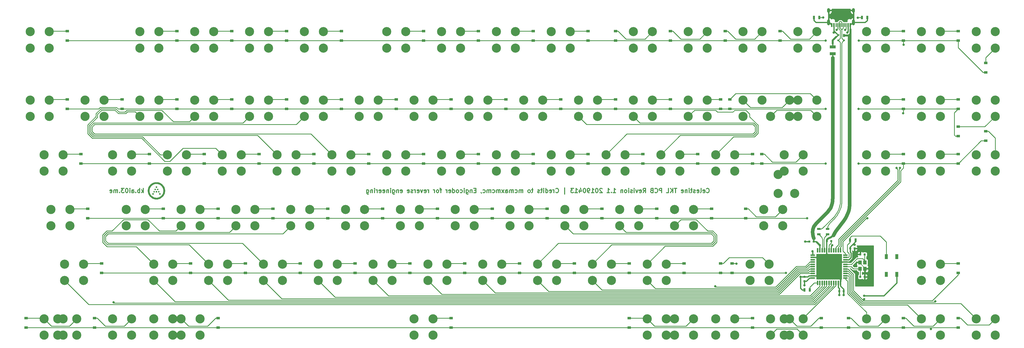
<source format=gbl>
G04 #@! TF.GenerationSoftware,KiCad,Pcbnew,(5.0.2)-1*
G04 #@! TF.CreationDate,2019-04-13T17:16:35-07:00*
G04 #@! TF.ProjectId,Celestine,43656c65-7374-4696-9e65-2e6b69636164,rev?*
G04 #@! TF.SameCoordinates,Original*
G04 #@! TF.FileFunction,Copper,L2,Bot*
G04 #@! TF.FilePolarity,Positive*
%FSLAX46Y46*%
G04 Gerber Fmt 4.6, Leading zero omitted, Abs format (unit mm)*
G04 Created by KiCad (PCBNEW (5.0.2)-1) date 4/13/2019 5:16:35 PM*
%MOMM*%
%LPD*%
G01*
G04 APERTURE LIST*
G04 #@! TA.AperFunction,NonConductor*
%ADD10C,0.300000*%
G04 #@! TD*
G04 #@! TA.AperFunction,EtchedComponent*
%ADD11C,0.010000*%
G04 #@! TD*
G04 #@! TA.AperFunction,SMDPad,CuDef*
%ADD12R,0.800000X0.750000*%
G04 #@! TD*
G04 #@! TA.AperFunction,SMDPad,CuDef*
%ADD13R,0.750000X0.800000*%
G04 #@! TD*
G04 #@! TA.AperFunction,SMDPad,CuDef*
%ADD14R,1.200000X0.900000*%
G04 #@! TD*
G04 #@! TA.AperFunction,SMDPad,CuDef*
%ADD15R,2.030000X1.140000*%
G04 #@! TD*
G04 #@! TA.AperFunction,ComponentPad*
%ADD16C,3.180000*%
G04 #@! TD*
G04 #@! TA.AperFunction,SMDPad,CuDef*
%ADD17R,1.300000X0.700000*%
G04 #@! TD*
G04 #@! TA.AperFunction,SMDPad,CuDef*
%ADD18R,0.700000X1.300000*%
G04 #@! TD*
G04 #@! TA.AperFunction,SMDPad,CuDef*
%ADD19R,1.100000X1.800000*%
G04 #@! TD*
G04 #@! TA.AperFunction,SMDPad,CuDef*
%ADD20R,0.700000X0.600000*%
G04 #@! TD*
G04 #@! TA.AperFunction,SMDPad,CuDef*
%ADD21R,0.700000X1.000000*%
G04 #@! TD*
G04 #@! TA.AperFunction,ComponentPad*
%ADD22O,1.000000X1.600000*%
G04 #@! TD*
G04 #@! TA.AperFunction,ComponentPad*
%ADD23O,1.000000X2.100000*%
G04 #@! TD*
G04 #@! TA.AperFunction,SMDPad,CuDef*
%ADD24R,0.300000X1.450000*%
G04 #@! TD*
G04 #@! TA.AperFunction,SMDPad,CuDef*
%ADD25R,0.600000X1.450000*%
G04 #@! TD*
G04 #@! TA.AperFunction,SMDPad,CuDef*
%ADD26R,1.200000X1.400000*%
G04 #@! TD*
G04 #@! TA.AperFunction,SMDPad,CuDef*
%ADD27R,1.500000X0.550000*%
G04 #@! TD*
G04 #@! TA.AperFunction,SMDPad,CuDef*
%ADD28R,0.550000X1.500000*%
G04 #@! TD*
G04 #@! TA.AperFunction,ViaPad*
%ADD29C,0.800000*%
G04 #@! TD*
G04 #@! TA.AperFunction,Conductor*
%ADD30C,0.381000*%
G04 #@! TD*
G04 #@! TA.AperFunction,Conductor*
%ADD31C,0.203200*%
G04 #@! TD*
G04 #@! TA.AperFunction,Conductor*
%ADD32C,1.270000*%
G04 #@! TD*
G04 #@! TA.AperFunction,Conductor*
%ADD33C,0.635000*%
G04 #@! TD*
G04 #@! TA.AperFunction,Conductor*
%ADD34C,0.254000*%
G04 #@! TD*
G04 #@! TA.AperFunction,Conductor*
%ADD35C,0.250000*%
G04 #@! TD*
G04 APERTURE END LIST*
D10*
X67662500Y-63384821D02*
X67662500Y-61884821D01*
X67519642Y-62813392D02*
X67091071Y-63384821D01*
X67091071Y-62384821D02*
X67662500Y-62956250D01*
X66448214Y-63384821D02*
X66448214Y-61884821D01*
X66448214Y-62456250D02*
X66305357Y-62384821D01*
X66019642Y-62384821D01*
X65876785Y-62456250D01*
X65805357Y-62527678D01*
X65733928Y-62670535D01*
X65733928Y-63099107D01*
X65805357Y-63241964D01*
X65876785Y-63313392D01*
X66019642Y-63384821D01*
X66305357Y-63384821D01*
X66448214Y-63313392D01*
X65091071Y-63241964D02*
X65019642Y-63313392D01*
X65091071Y-63384821D01*
X65162500Y-63313392D01*
X65091071Y-63241964D01*
X65091071Y-63384821D01*
X63733928Y-63384821D02*
X63733928Y-62599107D01*
X63805357Y-62456250D01*
X63948214Y-62384821D01*
X64233928Y-62384821D01*
X64376785Y-62456250D01*
X63733928Y-63313392D02*
X63876785Y-63384821D01*
X64233928Y-63384821D01*
X64376785Y-63313392D01*
X64448214Y-63170535D01*
X64448214Y-63027678D01*
X64376785Y-62884821D01*
X64233928Y-62813392D01*
X63876785Y-62813392D01*
X63733928Y-62741964D01*
X63019642Y-63384821D02*
X63019642Y-62384821D01*
X63019642Y-61884821D02*
X63091071Y-61956250D01*
X63019642Y-62027678D01*
X62948214Y-61956250D01*
X63019642Y-61884821D01*
X63019642Y-62027678D01*
X62019642Y-61884821D02*
X61876785Y-61884821D01*
X61733928Y-61956250D01*
X61662500Y-62027678D01*
X61591071Y-62170535D01*
X61519642Y-62456250D01*
X61519642Y-62813392D01*
X61591071Y-63099107D01*
X61662500Y-63241964D01*
X61733928Y-63313392D01*
X61876785Y-63384821D01*
X62019642Y-63384821D01*
X62162500Y-63313392D01*
X62233928Y-63241964D01*
X62305357Y-63099107D01*
X62376785Y-62813392D01*
X62376785Y-62456250D01*
X62305357Y-62170535D01*
X62233928Y-62027678D01*
X62162500Y-61956250D01*
X62019642Y-61884821D01*
X61019642Y-61884821D02*
X60091071Y-61884821D01*
X60591071Y-62456250D01*
X60376785Y-62456250D01*
X60233928Y-62527678D01*
X60162500Y-62599107D01*
X60091071Y-62741964D01*
X60091071Y-63099107D01*
X60162500Y-63241964D01*
X60233928Y-63313392D01*
X60376785Y-63384821D01*
X60805357Y-63384821D01*
X60948214Y-63313392D01*
X61019642Y-63241964D01*
X59448214Y-63241964D02*
X59376785Y-63313392D01*
X59448214Y-63384821D01*
X59519642Y-63313392D01*
X59448214Y-63241964D01*
X59448214Y-63384821D01*
X58733928Y-63384821D02*
X58733928Y-62384821D01*
X58733928Y-62527678D02*
X58662500Y-62456250D01*
X58519642Y-62384821D01*
X58305357Y-62384821D01*
X58162500Y-62456250D01*
X58091071Y-62599107D01*
X58091071Y-63384821D01*
X58091071Y-62599107D02*
X58019642Y-62456250D01*
X57876785Y-62384821D01*
X57662500Y-62384821D01*
X57519642Y-62456250D01*
X57448214Y-62599107D01*
X57448214Y-63384821D01*
X56162500Y-63313392D02*
X56305357Y-63384821D01*
X56591071Y-63384821D01*
X56733928Y-63313392D01*
X56805357Y-63170535D01*
X56805357Y-62599107D01*
X56733928Y-62456250D01*
X56591071Y-62384821D01*
X56305357Y-62384821D01*
X56162500Y-62456250D01*
X56091071Y-62599107D01*
X56091071Y-62741964D01*
X56805357Y-62884821D01*
X263394642Y-63241964D02*
X263466071Y-63313392D01*
X263680357Y-63384821D01*
X263823214Y-63384821D01*
X264037500Y-63313392D01*
X264180357Y-63170535D01*
X264251785Y-63027678D01*
X264323214Y-62741964D01*
X264323214Y-62527678D01*
X264251785Y-62241964D01*
X264180357Y-62099107D01*
X264037500Y-61956250D01*
X263823214Y-61884821D01*
X263680357Y-61884821D01*
X263466071Y-61956250D01*
X263394642Y-62027678D01*
X262180357Y-63313392D02*
X262323214Y-63384821D01*
X262608928Y-63384821D01*
X262751785Y-63313392D01*
X262823214Y-63170535D01*
X262823214Y-62599107D01*
X262751785Y-62456250D01*
X262608928Y-62384821D01*
X262323214Y-62384821D01*
X262180357Y-62456250D01*
X262108928Y-62599107D01*
X262108928Y-62741964D01*
X262823214Y-62884821D01*
X261251785Y-63384821D02*
X261394642Y-63313392D01*
X261466071Y-63170535D01*
X261466071Y-61884821D01*
X260108928Y-63313392D02*
X260251785Y-63384821D01*
X260537500Y-63384821D01*
X260680357Y-63313392D01*
X260751785Y-63170535D01*
X260751785Y-62599107D01*
X260680357Y-62456250D01*
X260537500Y-62384821D01*
X260251785Y-62384821D01*
X260108928Y-62456250D01*
X260037500Y-62599107D01*
X260037500Y-62741964D01*
X260751785Y-62884821D01*
X259466071Y-63313392D02*
X259323214Y-63384821D01*
X259037500Y-63384821D01*
X258894642Y-63313392D01*
X258823214Y-63170535D01*
X258823214Y-63099107D01*
X258894642Y-62956250D01*
X259037500Y-62884821D01*
X259251785Y-62884821D01*
X259394642Y-62813392D01*
X259466071Y-62670535D01*
X259466071Y-62599107D01*
X259394642Y-62456250D01*
X259251785Y-62384821D01*
X259037500Y-62384821D01*
X258894642Y-62456250D01*
X258394642Y-62384821D02*
X257823214Y-62384821D01*
X258180357Y-61884821D02*
X258180357Y-63170535D01*
X258108928Y-63313392D01*
X257966071Y-63384821D01*
X257823214Y-63384821D01*
X257323214Y-63384821D02*
X257323214Y-62384821D01*
X257323214Y-61884821D02*
X257394642Y-61956250D01*
X257323214Y-62027678D01*
X257251785Y-61956250D01*
X257323214Y-61884821D01*
X257323214Y-62027678D01*
X256608928Y-62384821D02*
X256608928Y-63384821D01*
X256608928Y-62527678D02*
X256537500Y-62456250D01*
X256394642Y-62384821D01*
X256180357Y-62384821D01*
X256037500Y-62456250D01*
X255966071Y-62599107D01*
X255966071Y-63384821D01*
X254680357Y-63313392D02*
X254823214Y-63384821D01*
X255108928Y-63384821D01*
X255251785Y-63313392D01*
X255323214Y-63170535D01*
X255323214Y-62599107D01*
X255251785Y-62456250D01*
X255108928Y-62384821D01*
X254823214Y-62384821D01*
X254680357Y-62456250D01*
X254608928Y-62599107D01*
X254608928Y-62741964D01*
X255323214Y-62884821D01*
X253037500Y-61884821D02*
X252180357Y-61884821D01*
X252608928Y-63384821D02*
X252608928Y-61884821D01*
X251680357Y-63384821D02*
X251680357Y-61884821D01*
X250823214Y-63384821D02*
X251466071Y-62527678D01*
X250823214Y-61884821D02*
X251680357Y-62741964D01*
X249466071Y-63384821D02*
X250180357Y-63384821D01*
X250180357Y-61884821D01*
X247823214Y-63384821D02*
X247823214Y-61884821D01*
X247251785Y-61884821D01*
X247108928Y-61956250D01*
X247037499Y-62027678D01*
X246966071Y-62170535D01*
X246966071Y-62384821D01*
X247037499Y-62527678D01*
X247108928Y-62599107D01*
X247251785Y-62670535D01*
X247823214Y-62670535D01*
X245466071Y-63241964D02*
X245537499Y-63313392D01*
X245751785Y-63384821D01*
X245894642Y-63384821D01*
X246108928Y-63313392D01*
X246251785Y-63170535D01*
X246323214Y-63027678D01*
X246394642Y-62741964D01*
X246394642Y-62527678D01*
X246323214Y-62241964D01*
X246251785Y-62099107D01*
X246108928Y-61956250D01*
X245894642Y-61884821D01*
X245751785Y-61884821D01*
X245537499Y-61956250D01*
X245466071Y-62027678D01*
X244323214Y-62599107D02*
X244108928Y-62670535D01*
X244037499Y-62741964D01*
X243966071Y-62884821D01*
X243966071Y-63099107D01*
X244037499Y-63241964D01*
X244108928Y-63313392D01*
X244251785Y-63384821D01*
X244823214Y-63384821D01*
X244823214Y-61884821D01*
X244323214Y-61884821D01*
X244180357Y-61956250D01*
X244108928Y-62027678D01*
X244037499Y-62170535D01*
X244037499Y-62313392D01*
X244108928Y-62456250D01*
X244180357Y-62527678D01*
X244323214Y-62599107D01*
X244823214Y-62599107D01*
X241323214Y-63384821D02*
X241823214Y-62670535D01*
X242180357Y-63384821D02*
X242180357Y-61884821D01*
X241608928Y-61884821D01*
X241466071Y-61956250D01*
X241394642Y-62027678D01*
X241323214Y-62170535D01*
X241323214Y-62384821D01*
X241394642Y-62527678D01*
X241466071Y-62599107D01*
X241608928Y-62670535D01*
X242180357Y-62670535D01*
X240108928Y-63313392D02*
X240251785Y-63384821D01*
X240537499Y-63384821D01*
X240680357Y-63313392D01*
X240751785Y-63170535D01*
X240751785Y-62599107D01*
X240680357Y-62456250D01*
X240537499Y-62384821D01*
X240251785Y-62384821D01*
X240108928Y-62456250D01*
X240037499Y-62599107D01*
X240037499Y-62741964D01*
X240751785Y-62884821D01*
X239537499Y-62384821D02*
X239180357Y-63384821D01*
X238823214Y-62384821D01*
X238251785Y-63384821D02*
X238251785Y-62384821D01*
X238251785Y-61884821D02*
X238323214Y-61956250D01*
X238251785Y-62027678D01*
X238180357Y-61956250D01*
X238251785Y-61884821D01*
X238251785Y-62027678D01*
X237608928Y-63313392D02*
X237466071Y-63384821D01*
X237180357Y-63384821D01*
X237037499Y-63313392D01*
X236966071Y-63170535D01*
X236966071Y-63099107D01*
X237037499Y-62956250D01*
X237180357Y-62884821D01*
X237394642Y-62884821D01*
X237537499Y-62813392D01*
X237608928Y-62670535D01*
X237608928Y-62599107D01*
X237537499Y-62456250D01*
X237394642Y-62384821D01*
X237180357Y-62384821D01*
X237037499Y-62456250D01*
X236323214Y-63384821D02*
X236323214Y-62384821D01*
X236323214Y-61884821D02*
X236394642Y-61956250D01*
X236323214Y-62027678D01*
X236251785Y-61956250D01*
X236323214Y-61884821D01*
X236323214Y-62027678D01*
X235394642Y-63384821D02*
X235537499Y-63313392D01*
X235608928Y-63241964D01*
X235680357Y-63099107D01*
X235680357Y-62670535D01*
X235608928Y-62527678D01*
X235537499Y-62456250D01*
X235394642Y-62384821D01*
X235180357Y-62384821D01*
X235037499Y-62456250D01*
X234966071Y-62527678D01*
X234894642Y-62670535D01*
X234894642Y-63099107D01*
X234966071Y-63241964D01*
X235037499Y-63313392D01*
X235180357Y-63384821D01*
X235394642Y-63384821D01*
X234251785Y-62384821D02*
X234251785Y-63384821D01*
X234251785Y-62527678D02*
X234180357Y-62456250D01*
X234037499Y-62384821D01*
X233823214Y-62384821D01*
X233680357Y-62456250D01*
X233608928Y-62599107D01*
X233608928Y-63384821D01*
X230966071Y-63384821D02*
X231823214Y-63384821D01*
X231394642Y-63384821D02*
X231394642Y-61884821D01*
X231537499Y-62099107D01*
X231680357Y-62241964D01*
X231823214Y-62313392D01*
X230323214Y-63241964D02*
X230251785Y-63313392D01*
X230323214Y-63384821D01*
X230394642Y-63313392D01*
X230323214Y-63241964D01*
X230323214Y-63384821D01*
X228823214Y-63384821D02*
X229680357Y-63384821D01*
X229251785Y-63384821D02*
X229251785Y-61884821D01*
X229394642Y-62099107D01*
X229537499Y-62241964D01*
X229680357Y-62313392D01*
X227108928Y-62027678D02*
X227037499Y-61956250D01*
X226894642Y-61884821D01*
X226537499Y-61884821D01*
X226394642Y-61956250D01*
X226323214Y-62027678D01*
X226251785Y-62170535D01*
X226251785Y-62313392D01*
X226323214Y-62527678D01*
X227180357Y-63384821D01*
X226251785Y-63384821D01*
X225323214Y-61884821D02*
X225180357Y-61884821D01*
X225037499Y-61956250D01*
X224966071Y-62027678D01*
X224894642Y-62170535D01*
X224823214Y-62456250D01*
X224823214Y-62813392D01*
X224894642Y-63099107D01*
X224966071Y-63241964D01*
X225037499Y-63313392D01*
X225180357Y-63384821D01*
X225323214Y-63384821D01*
X225466071Y-63313392D01*
X225537499Y-63241964D01*
X225608928Y-63099107D01*
X225680357Y-62813392D01*
X225680357Y-62456250D01*
X225608928Y-62170535D01*
X225537499Y-62027678D01*
X225466071Y-61956250D01*
X225323214Y-61884821D01*
X223394642Y-63384821D02*
X224251785Y-63384821D01*
X223823214Y-63384821D02*
X223823214Y-61884821D01*
X223966071Y-62099107D01*
X224108928Y-62241964D01*
X224251785Y-62313392D01*
X222680357Y-63384821D02*
X222394642Y-63384821D01*
X222251785Y-63313392D01*
X222180357Y-63241964D01*
X222037499Y-63027678D01*
X221966071Y-62741964D01*
X221966071Y-62170535D01*
X222037499Y-62027678D01*
X222108928Y-61956250D01*
X222251785Y-61884821D01*
X222537499Y-61884821D01*
X222680357Y-61956250D01*
X222751785Y-62027678D01*
X222823214Y-62170535D01*
X222823214Y-62527678D01*
X222751785Y-62670535D01*
X222680357Y-62741964D01*
X222537499Y-62813392D01*
X222251785Y-62813392D01*
X222108928Y-62741964D01*
X222037499Y-62670535D01*
X221966071Y-62527678D01*
X221037499Y-61884821D02*
X220894642Y-61884821D01*
X220751785Y-61956250D01*
X220680357Y-62027678D01*
X220608928Y-62170535D01*
X220537499Y-62456250D01*
X220537499Y-62813392D01*
X220608928Y-63099107D01*
X220680357Y-63241964D01*
X220751785Y-63313392D01*
X220894642Y-63384821D01*
X221037499Y-63384821D01*
X221180357Y-63313392D01*
X221251785Y-63241964D01*
X221323214Y-63099107D01*
X221394642Y-62813392D01*
X221394642Y-62456250D01*
X221323214Y-62170535D01*
X221251785Y-62027678D01*
X221180357Y-61956250D01*
X221037499Y-61884821D01*
X219251785Y-62384821D02*
X219251785Y-63384821D01*
X219608928Y-61813392D02*
X219966071Y-62884821D01*
X219037499Y-62884821D01*
X217680357Y-63384821D02*
X218537499Y-63384821D01*
X218108928Y-63384821D02*
X218108928Y-61884821D01*
X218251785Y-62099107D01*
X218394642Y-62241964D01*
X218537499Y-62313392D01*
X217180357Y-61884821D02*
X216251785Y-61884821D01*
X216751785Y-62456250D01*
X216537499Y-62456250D01*
X216394642Y-62527678D01*
X216323214Y-62599107D01*
X216251785Y-62741964D01*
X216251785Y-63099107D01*
X216323214Y-63241964D01*
X216394642Y-63313392D01*
X216537499Y-63384821D01*
X216966071Y-63384821D01*
X217108928Y-63313392D01*
X217180357Y-63241964D01*
X214108928Y-63884821D02*
X214108928Y-61741964D01*
X211037499Y-63241964D02*
X211108928Y-63313392D01*
X211323214Y-63384821D01*
X211466071Y-63384821D01*
X211680357Y-63313392D01*
X211823214Y-63170535D01*
X211894642Y-63027678D01*
X211966071Y-62741964D01*
X211966071Y-62527678D01*
X211894642Y-62241964D01*
X211823214Y-62099107D01*
X211680357Y-61956250D01*
X211466071Y-61884821D01*
X211323214Y-61884821D01*
X211108928Y-61956250D01*
X211037499Y-62027678D01*
X210394642Y-63384821D02*
X210394642Y-62384821D01*
X210394642Y-62670535D02*
X210323214Y-62527678D01*
X210251785Y-62456250D01*
X210108928Y-62384821D01*
X209966071Y-62384821D01*
X208894642Y-63313392D02*
X209037499Y-63384821D01*
X209323214Y-63384821D01*
X209466071Y-63313392D01*
X209537499Y-63170535D01*
X209537499Y-62599107D01*
X209466071Y-62456250D01*
X209323214Y-62384821D01*
X209037499Y-62384821D01*
X208894642Y-62456250D01*
X208823214Y-62599107D01*
X208823214Y-62741964D01*
X209537499Y-62884821D01*
X207537499Y-63384821D02*
X207537499Y-61884821D01*
X207537499Y-63313392D02*
X207680357Y-63384821D01*
X207966071Y-63384821D01*
X208108928Y-63313392D01*
X208180357Y-63241964D01*
X208251785Y-63099107D01*
X208251785Y-62670535D01*
X208180357Y-62527678D01*
X208108928Y-62456250D01*
X207966071Y-62384821D01*
X207680357Y-62384821D01*
X207537499Y-62456250D01*
X206823214Y-63384821D02*
X206823214Y-62384821D01*
X206823214Y-61884821D02*
X206894642Y-61956250D01*
X206823214Y-62027678D01*
X206751785Y-61956250D01*
X206823214Y-61884821D01*
X206823214Y-62027678D01*
X206323214Y-62384821D02*
X205751785Y-62384821D01*
X206108928Y-61884821D02*
X206108928Y-63170535D01*
X206037499Y-63313392D01*
X205894642Y-63384821D01*
X205751785Y-63384821D01*
X205323214Y-63313392D02*
X205180357Y-63384821D01*
X204894642Y-63384821D01*
X204751785Y-63313392D01*
X204680357Y-63170535D01*
X204680357Y-63099107D01*
X204751785Y-62956250D01*
X204894642Y-62884821D01*
X205108928Y-62884821D01*
X205251785Y-62813392D01*
X205323214Y-62670535D01*
X205323214Y-62599107D01*
X205251785Y-62456250D01*
X205108928Y-62384821D01*
X204894642Y-62384821D01*
X204751785Y-62456250D01*
X203108928Y-62384821D02*
X202537499Y-62384821D01*
X202894642Y-61884821D02*
X202894642Y-63170535D01*
X202823214Y-63313392D01*
X202680357Y-63384821D01*
X202537499Y-63384821D01*
X201823214Y-63384821D02*
X201966071Y-63313392D01*
X202037499Y-63241964D01*
X202108928Y-63099107D01*
X202108928Y-62670535D01*
X202037499Y-62527678D01*
X201966071Y-62456250D01*
X201823214Y-62384821D01*
X201608928Y-62384821D01*
X201466071Y-62456250D01*
X201394642Y-62527678D01*
X201323214Y-62670535D01*
X201323214Y-63099107D01*
X201394642Y-63241964D01*
X201466071Y-63313392D01*
X201608928Y-63384821D01*
X201823214Y-63384821D01*
X199537499Y-63384821D02*
X199537499Y-62384821D01*
X199537499Y-62527678D02*
X199466071Y-62456250D01*
X199323214Y-62384821D01*
X199108928Y-62384821D01*
X198966071Y-62456250D01*
X198894642Y-62599107D01*
X198894642Y-63384821D01*
X198894642Y-62599107D02*
X198823214Y-62456250D01*
X198680357Y-62384821D01*
X198466071Y-62384821D01*
X198323214Y-62456250D01*
X198251785Y-62599107D01*
X198251785Y-63384821D01*
X196894642Y-63313392D02*
X197037499Y-63384821D01*
X197323214Y-63384821D01*
X197466071Y-63313392D01*
X197537499Y-63241964D01*
X197608928Y-63099107D01*
X197608928Y-62670535D01*
X197537499Y-62527678D01*
X197466071Y-62456250D01*
X197323214Y-62384821D01*
X197037499Y-62384821D01*
X196894642Y-62456250D01*
X196251785Y-63384821D02*
X196251785Y-62384821D01*
X196251785Y-62527678D02*
X196180357Y-62456250D01*
X196037499Y-62384821D01*
X195823214Y-62384821D01*
X195680357Y-62456250D01*
X195608928Y-62599107D01*
X195608928Y-63384821D01*
X195608928Y-62599107D02*
X195537499Y-62456250D01*
X195394642Y-62384821D01*
X195180357Y-62384821D01*
X195037499Y-62456250D01*
X194966071Y-62599107D01*
X194966071Y-63384821D01*
X193608928Y-63384821D02*
X193608928Y-62599107D01*
X193680357Y-62456250D01*
X193823214Y-62384821D01*
X194108928Y-62384821D01*
X194251785Y-62456250D01*
X193608928Y-63313392D02*
X193751785Y-63384821D01*
X194108928Y-63384821D01*
X194251785Y-63313392D01*
X194323214Y-63170535D01*
X194323214Y-63027678D01*
X194251785Y-62884821D01*
X194108928Y-62813392D01*
X193751785Y-62813392D01*
X193608928Y-62741964D01*
X193037499Y-63384821D02*
X192251785Y-62384821D01*
X193037499Y-62384821D02*
X192251785Y-63384821D01*
X191680357Y-63384821D02*
X191680357Y-62384821D01*
X191680357Y-62527678D02*
X191608928Y-62456250D01*
X191466071Y-62384821D01*
X191251785Y-62384821D01*
X191108928Y-62456250D01*
X191037499Y-62599107D01*
X191037499Y-63384821D01*
X191037499Y-62599107D02*
X190966071Y-62456250D01*
X190823214Y-62384821D01*
X190608928Y-62384821D01*
X190466071Y-62456250D01*
X190394642Y-62599107D01*
X190394642Y-63384821D01*
X189037499Y-63313392D02*
X189180357Y-63384821D01*
X189466071Y-63384821D01*
X189608928Y-63313392D01*
X189680357Y-63241964D01*
X189751785Y-63099107D01*
X189751785Y-62670535D01*
X189680357Y-62527678D01*
X189608928Y-62456250D01*
X189466071Y-62384821D01*
X189180357Y-62384821D01*
X189037499Y-62456250D01*
X188394642Y-63384821D02*
X188394642Y-62384821D01*
X188394642Y-62527678D02*
X188323214Y-62456250D01*
X188180357Y-62384821D01*
X187966071Y-62384821D01*
X187823214Y-62456250D01*
X187751785Y-62599107D01*
X187751785Y-63384821D01*
X187751785Y-62599107D02*
X187680357Y-62456250D01*
X187537499Y-62384821D01*
X187323214Y-62384821D01*
X187180357Y-62456250D01*
X187108928Y-62599107D01*
X187108928Y-63384821D01*
X185751785Y-63313392D02*
X185894642Y-63384821D01*
X186180357Y-63384821D01*
X186323214Y-63313392D01*
X186394642Y-63241964D01*
X186466071Y-63099107D01*
X186466071Y-62670535D01*
X186394642Y-62527678D01*
X186323214Y-62456250D01*
X186180357Y-62384821D01*
X185894642Y-62384821D01*
X185751785Y-62456250D01*
X185037499Y-63313392D02*
X185037499Y-63384821D01*
X185108928Y-63527678D01*
X185180357Y-63599107D01*
X183251785Y-62599107D02*
X182751785Y-62599107D01*
X182537499Y-63384821D02*
X183251785Y-63384821D01*
X183251785Y-61884821D01*
X182537499Y-61884821D01*
X181894642Y-62384821D02*
X181894642Y-63384821D01*
X181894642Y-62527678D02*
X181823214Y-62456250D01*
X181680357Y-62384821D01*
X181466071Y-62384821D01*
X181323214Y-62456250D01*
X181251785Y-62599107D01*
X181251785Y-63384821D01*
X179894642Y-62384821D02*
X179894642Y-63599107D01*
X179966071Y-63741964D01*
X180037499Y-63813392D01*
X180180357Y-63884821D01*
X180394642Y-63884821D01*
X180537499Y-63813392D01*
X179894642Y-63313392D02*
X180037499Y-63384821D01*
X180323214Y-63384821D01*
X180466071Y-63313392D01*
X180537499Y-63241964D01*
X180608928Y-63099107D01*
X180608928Y-62670535D01*
X180537499Y-62527678D01*
X180466071Y-62456250D01*
X180323214Y-62384821D01*
X180037499Y-62384821D01*
X179894642Y-62456250D01*
X179180357Y-63384821D02*
X179180357Y-62384821D01*
X179180357Y-61884821D02*
X179251785Y-61956250D01*
X179180357Y-62027678D01*
X179108928Y-61956250D01*
X179180357Y-61884821D01*
X179180357Y-62027678D01*
X177823214Y-63313392D02*
X177966071Y-63384821D01*
X178251785Y-63384821D01*
X178394642Y-63313392D01*
X178466071Y-63241964D01*
X178537499Y-63099107D01*
X178537499Y-62670535D01*
X178466071Y-62527678D01*
X178394642Y-62456250D01*
X178251785Y-62384821D01*
X177966071Y-62384821D01*
X177823214Y-62456250D01*
X176966071Y-63384821D02*
X177108928Y-63313392D01*
X177180357Y-63241964D01*
X177251785Y-63099107D01*
X177251785Y-62670535D01*
X177180357Y-62527678D01*
X177108928Y-62456250D01*
X176966071Y-62384821D01*
X176751785Y-62384821D01*
X176608928Y-62456250D01*
X176537499Y-62527678D01*
X176466071Y-62670535D01*
X176466071Y-63099107D01*
X176537499Y-63241964D01*
X176608928Y-63313392D01*
X176751785Y-63384821D01*
X176966071Y-63384821D01*
X175180357Y-63384821D02*
X175180357Y-61884821D01*
X175180357Y-63313392D02*
X175323214Y-63384821D01*
X175608928Y-63384821D01*
X175751785Y-63313392D01*
X175823214Y-63241964D01*
X175894642Y-63099107D01*
X175894642Y-62670535D01*
X175823214Y-62527678D01*
X175751785Y-62456250D01*
X175608928Y-62384821D01*
X175323214Y-62384821D01*
X175180357Y-62456250D01*
X173894642Y-63313392D02*
X174037499Y-63384821D01*
X174323214Y-63384821D01*
X174466071Y-63313392D01*
X174537499Y-63170535D01*
X174537499Y-62599107D01*
X174466071Y-62456250D01*
X174323214Y-62384821D01*
X174037499Y-62384821D01*
X173894642Y-62456250D01*
X173823214Y-62599107D01*
X173823214Y-62741964D01*
X174537499Y-62884821D01*
X173180357Y-63384821D02*
X173180357Y-62384821D01*
X173180357Y-62670535D02*
X173108928Y-62527678D01*
X173037499Y-62456250D01*
X172894642Y-62384821D01*
X172751785Y-62384821D01*
X171323214Y-62384821D02*
X170751785Y-62384821D01*
X171108928Y-63384821D02*
X171108928Y-62099107D01*
X171037499Y-61956250D01*
X170894642Y-61884821D01*
X170751785Y-61884821D01*
X170037499Y-63384821D02*
X170180357Y-63313392D01*
X170251785Y-63241964D01*
X170323214Y-63099107D01*
X170323214Y-62670535D01*
X170251785Y-62527678D01*
X170180357Y-62456250D01*
X170037499Y-62384821D01*
X169823214Y-62384821D01*
X169680357Y-62456250D01*
X169608928Y-62527678D01*
X169537499Y-62670535D01*
X169537499Y-63099107D01*
X169608928Y-63241964D01*
X169680357Y-63313392D01*
X169823214Y-63384821D01*
X170037499Y-63384821D01*
X168894642Y-63384821D02*
X168894642Y-62384821D01*
X168894642Y-62670535D02*
X168823214Y-62527678D01*
X168751785Y-62456250D01*
X168608928Y-62384821D01*
X168466071Y-62384821D01*
X166823214Y-63384821D02*
X166823214Y-62384821D01*
X166823214Y-62670535D02*
X166751785Y-62527678D01*
X166680357Y-62456250D01*
X166537499Y-62384821D01*
X166394642Y-62384821D01*
X165323214Y-63313392D02*
X165466071Y-63384821D01*
X165751785Y-63384821D01*
X165894642Y-63313392D01*
X165966071Y-63170535D01*
X165966071Y-62599107D01*
X165894642Y-62456250D01*
X165751785Y-62384821D01*
X165466071Y-62384821D01*
X165323214Y-62456250D01*
X165251785Y-62599107D01*
X165251785Y-62741964D01*
X165966071Y-62884821D01*
X164751785Y-62384821D02*
X164394642Y-63384821D01*
X164037499Y-62384821D01*
X162894642Y-63313392D02*
X163037499Y-63384821D01*
X163323214Y-63384821D01*
X163466071Y-63313392D01*
X163537499Y-63170535D01*
X163537499Y-62599107D01*
X163466071Y-62456250D01*
X163323214Y-62384821D01*
X163037499Y-62384821D01*
X162894642Y-62456250D01*
X162823214Y-62599107D01*
X162823214Y-62741964D01*
X163537499Y-62884821D01*
X162180357Y-63384821D02*
X162180357Y-62384821D01*
X162180357Y-62670535D02*
X162108928Y-62527678D01*
X162037499Y-62456250D01*
X161894642Y-62384821D01*
X161751785Y-62384821D01*
X161323214Y-63313392D02*
X161180357Y-63384821D01*
X160894642Y-63384821D01*
X160751785Y-63313392D01*
X160680357Y-63170535D01*
X160680357Y-63099107D01*
X160751785Y-62956250D01*
X160894642Y-62884821D01*
X161108928Y-62884821D01*
X161251785Y-62813392D01*
X161323214Y-62670535D01*
X161323214Y-62599107D01*
X161251785Y-62456250D01*
X161108928Y-62384821D01*
X160894642Y-62384821D01*
X160751785Y-62456250D01*
X159466071Y-63313392D02*
X159608928Y-63384821D01*
X159894642Y-63384821D01*
X160037499Y-63313392D01*
X160108928Y-63170535D01*
X160108928Y-62599107D01*
X160037499Y-62456250D01*
X159894642Y-62384821D01*
X159608928Y-62384821D01*
X159466071Y-62456250D01*
X159394642Y-62599107D01*
X159394642Y-62741964D01*
X160108928Y-62884821D01*
X157037499Y-63313392D02*
X157180357Y-63384821D01*
X157466071Y-63384821D01*
X157608928Y-63313392D01*
X157680357Y-63170535D01*
X157680357Y-62599107D01*
X157608928Y-62456250D01*
X157466071Y-62384821D01*
X157180357Y-62384821D01*
X157037499Y-62456250D01*
X156966071Y-62599107D01*
X156966071Y-62741964D01*
X157680357Y-62884821D01*
X156323214Y-62384821D02*
X156323214Y-63384821D01*
X156323214Y-62527678D02*
X156251785Y-62456250D01*
X156108928Y-62384821D01*
X155894642Y-62384821D01*
X155751785Y-62456250D01*
X155680357Y-62599107D01*
X155680357Y-63384821D01*
X154323214Y-62384821D02*
X154323214Y-63599107D01*
X154394642Y-63741964D01*
X154466071Y-63813392D01*
X154608928Y-63884821D01*
X154823214Y-63884821D01*
X154966071Y-63813392D01*
X154323214Y-63313392D02*
X154466071Y-63384821D01*
X154751785Y-63384821D01*
X154894642Y-63313392D01*
X154966071Y-63241964D01*
X155037499Y-63099107D01*
X155037499Y-62670535D01*
X154966071Y-62527678D01*
X154894642Y-62456250D01*
X154751785Y-62384821D01*
X154466071Y-62384821D01*
X154323214Y-62456250D01*
X153608928Y-63384821D02*
X153608928Y-62384821D01*
X153608928Y-61884821D02*
X153680357Y-61956250D01*
X153608928Y-62027678D01*
X153537499Y-61956250D01*
X153608928Y-61884821D01*
X153608928Y-62027678D01*
X152894642Y-62384821D02*
X152894642Y-63384821D01*
X152894642Y-62527678D02*
X152823214Y-62456250D01*
X152680357Y-62384821D01*
X152466071Y-62384821D01*
X152323214Y-62456250D01*
X152251785Y-62599107D01*
X152251785Y-63384821D01*
X150966071Y-63313392D02*
X151108928Y-63384821D01*
X151394642Y-63384821D01*
X151537499Y-63313392D01*
X151608928Y-63170535D01*
X151608928Y-62599107D01*
X151537499Y-62456250D01*
X151394642Y-62384821D01*
X151108928Y-62384821D01*
X150966071Y-62456250D01*
X150894642Y-62599107D01*
X150894642Y-62741964D01*
X151608928Y-62884821D01*
X149680357Y-63313392D02*
X149823214Y-63384821D01*
X150108928Y-63384821D01*
X150251785Y-63313392D01*
X150323214Y-63170535D01*
X150323214Y-62599107D01*
X150251785Y-62456250D01*
X150108928Y-62384821D01*
X149823214Y-62384821D01*
X149680357Y-62456250D01*
X149608928Y-62599107D01*
X149608928Y-62741964D01*
X150323214Y-62884821D01*
X148966071Y-63384821D02*
X148966071Y-62384821D01*
X148966071Y-62670535D02*
X148894642Y-62527678D01*
X148823214Y-62456250D01*
X148680357Y-62384821D01*
X148537499Y-62384821D01*
X148037499Y-63384821D02*
X148037499Y-62384821D01*
X148037499Y-61884821D02*
X148108928Y-61956250D01*
X148037499Y-62027678D01*
X147966071Y-61956250D01*
X148037499Y-61884821D01*
X148037499Y-62027678D01*
X147323214Y-62384821D02*
X147323214Y-63384821D01*
X147323214Y-62527678D02*
X147251785Y-62456250D01*
X147108928Y-62384821D01*
X146894642Y-62384821D01*
X146751785Y-62456250D01*
X146680357Y-62599107D01*
X146680357Y-63384821D01*
X145323214Y-62384821D02*
X145323214Y-63599107D01*
X145394642Y-63741964D01*
X145466071Y-63813392D01*
X145608928Y-63884821D01*
X145823214Y-63884821D01*
X145966071Y-63813392D01*
X145323214Y-63313392D02*
X145466071Y-63384821D01*
X145751785Y-63384821D01*
X145894642Y-63313392D01*
X145966071Y-63241964D01*
X146037499Y-63099107D01*
X146037499Y-62670535D01*
X145966071Y-62527678D01*
X145894642Y-62456250D01*
X145751785Y-62384821D01*
X145466071Y-62384821D01*
X145323214Y-62456250D01*
D11*
G04 #@! TO.C,G\002A\002A\002A*
G36*
X72040750Y-61626750D02*
X72445562Y-61626750D01*
X72445562Y-61221938D01*
X72040750Y-61221938D01*
X72040750Y-61626750D01*
X72040750Y-61626750D01*
G37*
X72040750Y-61626750D02*
X72445562Y-61626750D01*
X72445562Y-61221938D01*
X72040750Y-61221938D01*
X72040750Y-61626750D01*
G36*
X71635937Y-62412563D02*
X72040750Y-62412563D01*
X72040750Y-62031563D01*
X71635937Y-62031563D01*
X71635937Y-62412563D01*
X71635937Y-62412563D01*
G37*
X71635937Y-62412563D02*
X72040750Y-62412563D01*
X72040750Y-62031563D01*
X71635937Y-62031563D01*
X71635937Y-62412563D01*
G36*
X72445562Y-62412563D02*
X72826562Y-62412563D01*
X72826562Y-62031563D01*
X72445562Y-62031563D01*
X72445562Y-62412563D01*
X72445562Y-62412563D01*
G37*
X72445562Y-62412563D02*
X72826562Y-62412563D01*
X72826562Y-62031563D01*
X72445562Y-62031563D01*
X72445562Y-62412563D01*
G36*
X71254937Y-63222188D02*
X71635937Y-63222188D01*
X71635937Y-62817375D01*
X71254937Y-62817375D01*
X71254937Y-63222188D01*
X71254937Y-63222188D01*
G37*
X71254937Y-63222188D02*
X71635937Y-63222188D01*
X71635937Y-62817375D01*
X71254937Y-62817375D01*
X71254937Y-63222188D01*
G36*
X72040750Y-63222188D02*
X72445562Y-63222188D01*
X72445562Y-62817375D01*
X72040750Y-62817375D01*
X72040750Y-63222188D01*
X72040750Y-63222188D01*
G37*
X72040750Y-63222188D02*
X72445562Y-63222188D01*
X72445562Y-62817375D01*
X72040750Y-62817375D01*
X72040750Y-63222188D01*
G36*
X72826562Y-63222188D02*
X73231375Y-63222188D01*
X73231375Y-62817375D01*
X72826562Y-62817375D01*
X72826562Y-63222188D01*
X72826562Y-63222188D01*
G37*
X72826562Y-63222188D02*
X73231375Y-63222188D01*
X73231375Y-62817375D01*
X72826562Y-62817375D01*
X72826562Y-63222188D01*
G36*
X70850125Y-64008000D02*
X71254937Y-64008000D01*
X71254937Y-63603188D01*
X70850125Y-63603188D01*
X70850125Y-64008000D01*
X70850125Y-64008000D01*
G37*
X70850125Y-64008000D02*
X71254937Y-64008000D01*
X71254937Y-63603188D01*
X70850125Y-63603188D01*
X70850125Y-64008000D01*
G36*
X73231375Y-64008000D02*
X73636187Y-64008000D01*
X73636187Y-63603188D01*
X73231375Y-63603188D01*
X73231375Y-64008000D01*
X73231375Y-64008000D01*
G37*
X73231375Y-64008000D02*
X73636187Y-64008000D01*
X73636187Y-63603188D01*
X73231375Y-63603188D01*
X73231375Y-64008000D01*
G36*
X72227281Y-59734295D02*
X72103163Y-59735665D01*
X71991451Y-59739822D01*
X71888858Y-59747169D01*
X71792094Y-59758110D01*
X71697872Y-59773048D01*
X71602903Y-59792387D01*
X71503899Y-59816531D01*
X71458620Y-59828668D01*
X71250073Y-59893906D01*
X71047985Y-59973242D01*
X70853122Y-60066278D01*
X70666251Y-60172618D01*
X70488136Y-60291866D01*
X70335990Y-60409867D01*
X70178322Y-60550592D01*
X70030985Y-60702037D01*
X69894664Y-60863135D01*
X69770042Y-61032817D01*
X69657803Y-61210016D01*
X69558630Y-61393666D01*
X69473208Y-61582697D01*
X69402220Y-61776043D01*
X69353466Y-61944053D01*
X69320395Y-62084039D01*
X69295035Y-62215975D01*
X69276643Y-62345247D01*
X69264475Y-62477243D01*
X69257789Y-62617350D01*
X69257136Y-62642750D01*
X69259855Y-62861047D01*
X69278050Y-63075830D01*
X69311715Y-63287071D01*
X69360844Y-63494739D01*
X69425431Y-63698805D01*
X69489628Y-63862737D01*
X69517711Y-63928002D01*
X69541773Y-63982160D01*
X69563642Y-64028863D01*
X69585143Y-64071763D01*
X69608104Y-64114513D01*
X69634350Y-64160765D01*
X69663475Y-64210406D01*
X69782694Y-64396677D01*
X69912798Y-64571403D01*
X70053921Y-64734715D01*
X70206195Y-64886746D01*
X70369753Y-65027630D01*
X70544726Y-65157498D01*
X70727094Y-65274025D01*
X70779923Y-65304994D01*
X70825836Y-65330971D01*
X70868485Y-65353781D01*
X70911522Y-65375251D01*
X70958599Y-65397207D01*
X71013369Y-65421475D01*
X71074763Y-65447872D01*
X71170996Y-65487419D01*
X71259714Y-65520458D01*
X71346828Y-65548945D01*
X71438252Y-65574839D01*
X71520844Y-65595572D01*
X71685360Y-65631126D01*
X71842455Y-65656803D01*
X71996683Y-65673143D01*
X72152601Y-65680686D01*
X72243156Y-65681263D01*
X72294375Y-65680748D01*
X72342496Y-65680043D01*
X72384376Y-65679210D01*
X72416872Y-65678313D01*
X72436840Y-65677415D01*
X72437625Y-65677359D01*
X72653799Y-65653407D01*
X72866556Y-65614420D01*
X73075037Y-65560717D01*
X73278382Y-65492613D01*
X73475734Y-65410426D01*
X73666232Y-65314475D01*
X73849018Y-65205076D01*
X73999974Y-65100046D01*
X74172901Y-64961699D01*
X74333585Y-64813338D01*
X74481799Y-64655289D01*
X74617321Y-64487882D01*
X74739926Y-64311444D01*
X74849389Y-64126302D01*
X74945487Y-63932785D01*
X75027994Y-63731221D01*
X75096687Y-63521938D01*
X75108832Y-63478880D01*
X75135198Y-63377085D01*
X75156583Y-63280761D01*
X75173391Y-63186617D01*
X75186025Y-63091367D01*
X75194890Y-62991720D01*
X75200388Y-62884390D01*
X75202924Y-62766086D01*
X75203205Y-62710219D01*
X75202530Y-62654858D01*
X74670456Y-62654858D01*
X74670353Y-62734996D01*
X74668687Y-62814660D01*
X74665491Y-62889787D01*
X74660794Y-62956310D01*
X74657074Y-62992000D01*
X74625200Y-63189298D01*
X74578549Y-63380913D01*
X74517299Y-63566472D01*
X74441631Y-63745599D01*
X74351723Y-63917919D01*
X74247756Y-64083059D01*
X74129909Y-64240643D01*
X73998362Y-64390297D01*
X73976026Y-64413510D01*
X73841792Y-64540584D01*
X73696090Y-64658520D01*
X73541619Y-64765340D01*
X73381081Y-64859066D01*
X73335292Y-64882754D01*
X73260884Y-64919403D01*
X73195643Y-64949622D01*
X73135146Y-64975190D01*
X73074972Y-64997884D01*
X73010699Y-65019483D01*
X72945625Y-65039477D01*
X72756412Y-65088890D01*
X72570661Y-65123341D01*
X72386923Y-65142964D01*
X72203747Y-65147892D01*
X72019686Y-65138261D01*
X71953144Y-65131281D01*
X71765812Y-65102337D01*
X71586231Y-65060528D01*
X71411893Y-65005104D01*
X71240291Y-64935314D01*
X71143334Y-64889116D01*
X70972702Y-64795697D01*
X70813286Y-64691962D01*
X70664328Y-64577224D01*
X70525071Y-64450800D01*
X70394756Y-64312004D01*
X70272626Y-64160153D01*
X70164358Y-64004509D01*
X70139232Y-63963318D01*
X70109909Y-63911190D01*
X70078209Y-63851746D01*
X70045951Y-63788606D01*
X70014957Y-63725390D01*
X69987044Y-63665717D01*
X69964035Y-63613207D01*
X69950597Y-63579375D01*
X69887730Y-63387834D01*
X69840334Y-63195095D01*
X69808450Y-63001700D01*
X69792120Y-62808190D01*
X69791382Y-62615107D01*
X69806278Y-62422992D01*
X69836848Y-62232386D01*
X69846651Y-62186344D01*
X69880300Y-62050051D01*
X69918608Y-61923868D01*
X69963546Y-61802257D01*
X70017087Y-61679682D01*
X70054746Y-61602208D01*
X70148451Y-61433360D01*
X70255276Y-61272923D01*
X70374452Y-61121618D01*
X70505213Y-60980164D01*
X70646790Y-60849281D01*
X70798416Y-60729690D01*
X70959323Y-60622110D01*
X71128743Y-60527261D01*
X71272925Y-60459730D01*
X71444553Y-60393335D01*
X71617107Y-60341337D01*
X71792594Y-60303328D01*
X71973024Y-60278901D01*
X72160405Y-60267647D01*
X72223312Y-60266757D01*
X72421407Y-60273127D01*
X72613035Y-60293772D01*
X72798969Y-60328923D01*
X72979985Y-60378817D01*
X73156856Y-60443685D01*
X73330356Y-60523763D01*
X73501259Y-60619285D01*
X73601956Y-60683494D01*
X73741389Y-60785022D01*
X73875587Y-60899528D01*
X74002909Y-61025089D01*
X74121715Y-61159781D01*
X74230364Y-61301681D01*
X74327215Y-61448865D01*
X74410628Y-61599411D01*
X74445424Y-61672330D01*
X74506827Y-61817189D01*
X74557058Y-61956428D01*
X74597315Y-62094376D01*
X74628794Y-62235364D01*
X74652694Y-62383721D01*
X74661095Y-62452250D01*
X74665858Y-62509420D01*
X74668968Y-62578311D01*
X74670456Y-62654858D01*
X75202530Y-62654858D01*
X75201460Y-62567223D01*
X75195586Y-62436356D01*
X75185012Y-62314275D01*
X75169165Y-62197635D01*
X75147473Y-62083094D01*
X75119363Y-61967309D01*
X75084264Y-61846937D01*
X75041603Y-61718634D01*
X75025909Y-61674375D01*
X74947524Y-61479656D01*
X74854684Y-61291322D01*
X74747578Y-61109635D01*
X74626398Y-60934858D01*
X74491333Y-60767253D01*
X74342576Y-60607083D01*
X74180317Y-60454610D01*
X74073479Y-60364429D01*
X73987650Y-60298936D01*
X73890111Y-60231610D01*
X73784502Y-60164662D01*
X73674464Y-60100305D01*
X73563637Y-60040750D01*
X73455661Y-59988208D01*
X73449656Y-59985465D01*
X73379696Y-59955592D01*
X73298515Y-59924206D01*
X73210483Y-59892786D01*
X73119971Y-59862812D01*
X73031349Y-59835761D01*
X72948986Y-59813114D01*
X72917100Y-59805221D01*
X72823875Y-59784453D01*
X72734901Y-59767793D01*
X72646897Y-59754902D01*
X72556581Y-59745445D01*
X72460672Y-59739082D01*
X72355890Y-59735478D01*
X72238955Y-59734294D01*
X72227281Y-59734295D01*
X72227281Y-59734295D01*
G37*
X72227281Y-59734295D02*
X72103163Y-59735665D01*
X71991451Y-59739822D01*
X71888858Y-59747169D01*
X71792094Y-59758110D01*
X71697872Y-59773048D01*
X71602903Y-59792387D01*
X71503899Y-59816531D01*
X71458620Y-59828668D01*
X71250073Y-59893906D01*
X71047985Y-59973242D01*
X70853122Y-60066278D01*
X70666251Y-60172618D01*
X70488136Y-60291866D01*
X70335990Y-60409867D01*
X70178322Y-60550592D01*
X70030985Y-60702037D01*
X69894664Y-60863135D01*
X69770042Y-61032817D01*
X69657803Y-61210016D01*
X69558630Y-61393666D01*
X69473208Y-61582697D01*
X69402220Y-61776043D01*
X69353466Y-61944053D01*
X69320395Y-62084039D01*
X69295035Y-62215975D01*
X69276643Y-62345247D01*
X69264475Y-62477243D01*
X69257789Y-62617350D01*
X69257136Y-62642750D01*
X69259855Y-62861047D01*
X69278050Y-63075830D01*
X69311715Y-63287071D01*
X69360844Y-63494739D01*
X69425431Y-63698805D01*
X69489628Y-63862737D01*
X69517711Y-63928002D01*
X69541773Y-63982160D01*
X69563642Y-64028863D01*
X69585143Y-64071763D01*
X69608104Y-64114513D01*
X69634350Y-64160765D01*
X69663475Y-64210406D01*
X69782694Y-64396677D01*
X69912798Y-64571403D01*
X70053921Y-64734715D01*
X70206195Y-64886746D01*
X70369753Y-65027630D01*
X70544726Y-65157498D01*
X70727094Y-65274025D01*
X70779923Y-65304994D01*
X70825836Y-65330971D01*
X70868485Y-65353781D01*
X70911522Y-65375251D01*
X70958599Y-65397207D01*
X71013369Y-65421475D01*
X71074763Y-65447872D01*
X71170996Y-65487419D01*
X71259714Y-65520458D01*
X71346828Y-65548945D01*
X71438252Y-65574839D01*
X71520844Y-65595572D01*
X71685360Y-65631126D01*
X71842455Y-65656803D01*
X71996683Y-65673143D01*
X72152601Y-65680686D01*
X72243156Y-65681263D01*
X72294375Y-65680748D01*
X72342496Y-65680043D01*
X72384376Y-65679210D01*
X72416872Y-65678313D01*
X72436840Y-65677415D01*
X72437625Y-65677359D01*
X72653799Y-65653407D01*
X72866556Y-65614420D01*
X73075037Y-65560717D01*
X73278382Y-65492613D01*
X73475734Y-65410426D01*
X73666232Y-65314475D01*
X73849018Y-65205076D01*
X73999974Y-65100046D01*
X74172901Y-64961699D01*
X74333585Y-64813338D01*
X74481799Y-64655289D01*
X74617321Y-64487882D01*
X74739926Y-64311444D01*
X74849389Y-64126302D01*
X74945487Y-63932785D01*
X75027994Y-63731221D01*
X75096687Y-63521938D01*
X75108832Y-63478880D01*
X75135198Y-63377085D01*
X75156583Y-63280761D01*
X75173391Y-63186617D01*
X75186025Y-63091367D01*
X75194890Y-62991720D01*
X75200388Y-62884390D01*
X75202924Y-62766086D01*
X75203205Y-62710219D01*
X75202530Y-62654858D01*
X74670456Y-62654858D01*
X74670353Y-62734996D01*
X74668687Y-62814660D01*
X74665491Y-62889787D01*
X74660794Y-62956310D01*
X74657074Y-62992000D01*
X74625200Y-63189298D01*
X74578549Y-63380913D01*
X74517299Y-63566472D01*
X74441631Y-63745599D01*
X74351723Y-63917919D01*
X74247756Y-64083059D01*
X74129909Y-64240643D01*
X73998362Y-64390297D01*
X73976026Y-64413510D01*
X73841792Y-64540584D01*
X73696090Y-64658520D01*
X73541619Y-64765340D01*
X73381081Y-64859066D01*
X73335292Y-64882754D01*
X73260884Y-64919403D01*
X73195643Y-64949622D01*
X73135146Y-64975190D01*
X73074972Y-64997884D01*
X73010699Y-65019483D01*
X72945625Y-65039477D01*
X72756412Y-65088890D01*
X72570661Y-65123341D01*
X72386923Y-65142964D01*
X72203747Y-65147892D01*
X72019686Y-65138261D01*
X71953144Y-65131281D01*
X71765812Y-65102337D01*
X71586231Y-65060528D01*
X71411893Y-65005104D01*
X71240291Y-64935314D01*
X71143334Y-64889116D01*
X70972702Y-64795697D01*
X70813286Y-64691962D01*
X70664328Y-64577224D01*
X70525071Y-64450800D01*
X70394756Y-64312004D01*
X70272626Y-64160153D01*
X70164358Y-64004509D01*
X70139232Y-63963318D01*
X70109909Y-63911190D01*
X70078209Y-63851746D01*
X70045951Y-63788606D01*
X70014957Y-63725390D01*
X69987044Y-63665717D01*
X69964035Y-63613207D01*
X69950597Y-63579375D01*
X69887730Y-63387834D01*
X69840334Y-63195095D01*
X69808450Y-63001700D01*
X69792120Y-62808190D01*
X69791382Y-62615107D01*
X69806278Y-62422992D01*
X69836848Y-62232386D01*
X69846651Y-62186344D01*
X69880300Y-62050051D01*
X69918608Y-61923868D01*
X69963546Y-61802257D01*
X70017087Y-61679682D01*
X70054746Y-61602208D01*
X70148451Y-61433360D01*
X70255276Y-61272923D01*
X70374452Y-61121618D01*
X70505213Y-60980164D01*
X70646790Y-60849281D01*
X70798416Y-60729690D01*
X70959323Y-60622110D01*
X71128743Y-60527261D01*
X71272925Y-60459730D01*
X71444553Y-60393335D01*
X71617107Y-60341337D01*
X71792594Y-60303328D01*
X71973024Y-60278901D01*
X72160405Y-60267647D01*
X72223312Y-60266757D01*
X72421407Y-60273127D01*
X72613035Y-60293772D01*
X72798969Y-60328923D01*
X72979985Y-60378817D01*
X73156856Y-60443685D01*
X73330356Y-60523763D01*
X73501259Y-60619285D01*
X73601956Y-60683494D01*
X73741389Y-60785022D01*
X73875587Y-60899528D01*
X74002909Y-61025089D01*
X74121715Y-61159781D01*
X74230364Y-61301681D01*
X74327215Y-61448865D01*
X74410628Y-61599411D01*
X74445424Y-61672330D01*
X74506827Y-61817189D01*
X74557058Y-61956428D01*
X74597315Y-62094376D01*
X74628794Y-62235364D01*
X74652694Y-62383721D01*
X74661095Y-62452250D01*
X74665858Y-62509420D01*
X74668968Y-62578311D01*
X74670456Y-62654858D01*
X75202530Y-62654858D01*
X75201460Y-62567223D01*
X75195586Y-62436356D01*
X75185012Y-62314275D01*
X75169165Y-62197635D01*
X75147473Y-62083094D01*
X75119363Y-61967309D01*
X75084264Y-61846937D01*
X75041603Y-61718634D01*
X75025909Y-61674375D01*
X74947524Y-61479656D01*
X74854684Y-61291322D01*
X74747578Y-61109635D01*
X74626398Y-60934858D01*
X74491333Y-60767253D01*
X74342576Y-60607083D01*
X74180317Y-60454610D01*
X74073479Y-60364429D01*
X73987650Y-60298936D01*
X73890111Y-60231610D01*
X73784502Y-60164662D01*
X73674464Y-60100305D01*
X73563637Y-60040750D01*
X73455661Y-59988208D01*
X73449656Y-59985465D01*
X73379696Y-59955592D01*
X73298515Y-59924206D01*
X73210483Y-59892786D01*
X73119971Y-59862812D01*
X73031349Y-59835761D01*
X72948986Y-59813114D01*
X72917100Y-59805221D01*
X72823875Y-59784453D01*
X72734901Y-59767793D01*
X72646897Y-59754902D01*
X72556581Y-59745445D01*
X72460672Y-59739082D01*
X72355890Y-59735478D01*
X72238955Y-59734294D01*
X72227281Y-59734295D01*
G04 #@! TD*
D12*
G04 #@! TO.P,C2,1*
G04 #@! TO.N,GND*
X299097000Y-80454500D03*
G04 #@! TO.P,C2,2*
G04 #@! TO.N,+5V*
X300597000Y-80454500D03*
G04 #@! TD*
D13*
G04 #@! TO.P,C3,2*
G04 #@! TO.N,+5V*
X297434000Y-94222000D03*
G04 #@! TO.P,C3,1*
G04 #@! TO.N,GND*
X297434000Y-92722000D03*
G04 #@! TD*
D12*
G04 #@! TO.P,C4,1*
G04 #@! TO.N,GND*
X311011000Y-97663000D03*
G04 #@! TO.P,C4,2*
G04 #@! TO.N,+5V*
X309511000Y-97663000D03*
G04 #@! TD*
G04 #@! TO.P,C5,2*
G04 #@! TO.N,+5V*
X313321000Y-82804000D03*
G04 #@! TO.P,C5,1*
G04 #@! TO.N,GND*
X314821000Y-82804000D03*
G04 #@! TD*
G04 #@! TO.P,C6,2*
G04 #@! TO.N,GND*
X305193000Y-80264000D03*
G04 #@! TO.P,C6,1*
G04 #@! TO.N,Net-(C6-Pad1)*
X306693000Y-80264000D03*
G04 #@! TD*
G04 #@! TO.P,C7,1*
G04 #@! TO.N,Net-(C7-Pad1)*
X316813500Y-92710000D03*
G04 #@! TO.P,C7,2*
G04 #@! TO.N,GND*
X318313500Y-92710000D03*
G04 #@! TD*
G04 #@! TO.P,C8,1*
G04 #@! TO.N,Net-(C8-Pad1)*
X318313500Y-84899500D03*
G04 #@! TO.P,C8,2*
G04 #@! TO.N,GND*
X316813500Y-84899500D03*
G04 #@! TD*
D14*
G04 #@! TO.P,D1,1*
G04 #@! TO.N,ROW1*
X41275000Y-34193750D03*
G04 #@! TO.P,D1,2*
G04 #@! TO.N,Net-(D1-Pad2)*
X41275000Y-30893750D03*
G04 #@! TD*
G04 #@! TO.P,D2,2*
G04 #@! TO.N,Net-(D2-Pad2)*
X60325000Y-30893750D03*
G04 #@! TO.P,D2,1*
G04 #@! TO.N,ROW1*
X60325000Y-34193750D03*
G04 #@! TD*
G04 #@! TO.P,D3,2*
G04 #@! TO.N,Net-(D3-Pad2)*
X79375000Y-30893750D03*
G04 #@! TO.P,D3,1*
G04 #@! TO.N,ROW1*
X79375000Y-34193750D03*
G04 #@! TD*
G04 #@! TO.P,D4,1*
G04 #@! TO.N,ROW1*
X98425000Y-34193750D03*
G04 #@! TO.P,D4,2*
G04 #@! TO.N,Net-(D4-Pad2)*
X98425000Y-30893750D03*
G04 #@! TD*
G04 #@! TO.P,D5,1*
G04 #@! TO.N,ROW1*
X117475000Y-34193750D03*
G04 #@! TO.P,D5,2*
G04 #@! TO.N,Net-(D5-Pad2)*
X117475000Y-30893750D03*
G04 #@! TD*
G04 #@! TO.P,D6,1*
G04 #@! TO.N,ROW1*
X136525000Y-34193750D03*
G04 #@! TO.P,D6,2*
G04 #@! TO.N,Net-(D6-Pad2)*
X136525000Y-30893750D03*
G04 #@! TD*
G04 #@! TO.P,D7,1*
G04 #@! TO.N,ROW1*
X155575000Y-34193750D03*
G04 #@! TO.P,D7,2*
G04 #@! TO.N,Net-(D7-Pad2)*
X155575000Y-30893750D03*
G04 #@! TD*
G04 #@! TO.P,D8,2*
G04 #@! TO.N,Net-(D8-Pad2)*
X174625000Y-30893750D03*
G04 #@! TO.P,D8,1*
G04 #@! TO.N,ROW1*
X174625000Y-34193750D03*
G04 #@! TD*
G04 #@! TO.P,D9,2*
G04 #@! TO.N,Net-(D9-Pad2)*
X193675000Y-30893750D03*
G04 #@! TO.P,D9,1*
G04 #@! TO.N,ROW1*
X193675000Y-34193750D03*
G04 #@! TD*
G04 #@! TO.P,D10,1*
G04 #@! TO.N,ROW1*
X212725000Y-34193750D03*
G04 #@! TO.P,D10,2*
G04 #@! TO.N,Net-(D10-Pad2)*
X212725000Y-30893750D03*
G04 #@! TD*
G04 #@! TO.P,D11,2*
G04 #@! TO.N,Net-(D11-Pad2)*
X231775000Y-30893750D03*
G04 #@! TO.P,D11,1*
G04 #@! TO.N,ROW1*
X231775000Y-34193750D03*
G04 #@! TD*
G04 #@! TO.P,D12,1*
G04 #@! TO.N,ROW1*
X250825000Y-34193750D03*
G04 #@! TO.P,D12,2*
G04 #@! TO.N,Net-(D12-Pad2)*
X250825000Y-30893750D03*
G04 #@! TD*
G04 #@! TO.P,D13,1*
G04 #@! TO.N,ROW1*
X268287500Y-34193750D03*
G04 #@! TO.P,D13,2*
G04 #@! TO.N,Net-(D13-Pad2)*
X268287500Y-30893750D03*
G04 #@! TD*
G04 #@! TO.P,D14,1*
G04 #@! TO.N,ROW1*
X271462500Y-34193750D03*
G04 #@! TO.P,D14,2*
G04 #@! TO.N,Net-(D14-Pad2)*
X271462500Y-30893750D03*
G04 #@! TD*
G04 #@! TO.P,D16,1*
G04 #@! TO.N,ROW2*
X46037500Y-53243750D03*
G04 #@! TO.P,D16,2*
G04 #@! TO.N,Net-(D16-Pad2)*
X46037500Y-49943750D03*
G04 #@! TD*
G04 #@! TO.P,D17,2*
G04 #@! TO.N,Net-(D17-Pad2)*
X69850000Y-49943750D03*
G04 #@! TO.P,D17,1*
G04 #@! TO.N,ROW2*
X69850000Y-53243750D03*
G04 #@! TD*
G04 #@! TO.P,D18,1*
G04 #@! TO.N,ROW2*
X88900000Y-53243750D03*
G04 #@! TO.P,D18,2*
G04 #@! TO.N,Net-(D18-Pad2)*
X88900000Y-49943750D03*
G04 #@! TD*
G04 #@! TO.P,D19,2*
G04 #@! TO.N,Net-(D19-Pad2)*
X107950000Y-49943750D03*
G04 #@! TO.P,D19,1*
G04 #@! TO.N,ROW2*
X107950000Y-53243750D03*
G04 #@! TD*
G04 #@! TO.P,D20,1*
G04 #@! TO.N,ROW2*
X127000000Y-53243750D03*
G04 #@! TO.P,D20,2*
G04 #@! TO.N,Net-(D20-Pad2)*
X127000000Y-49943750D03*
G04 #@! TD*
G04 #@! TO.P,D21,2*
G04 #@! TO.N,Net-(D21-Pad2)*
X146050000Y-49943750D03*
G04 #@! TO.P,D21,1*
G04 #@! TO.N,ROW2*
X146050000Y-53243750D03*
G04 #@! TD*
G04 #@! TO.P,D22,2*
G04 #@! TO.N,Net-(D22-Pad2)*
X165100000Y-49943750D03*
G04 #@! TO.P,D22,1*
G04 #@! TO.N,ROW2*
X165100000Y-53243750D03*
G04 #@! TD*
G04 #@! TO.P,D23,1*
G04 #@! TO.N,ROW2*
X184150000Y-53243750D03*
G04 #@! TO.P,D23,2*
G04 #@! TO.N,Net-(D23-Pad2)*
X184150000Y-49943750D03*
G04 #@! TD*
G04 #@! TO.P,D24,1*
G04 #@! TO.N,ROW2*
X203200000Y-53243750D03*
G04 #@! TO.P,D24,2*
G04 #@! TO.N,Net-(D24-Pad2)*
X203200000Y-49943750D03*
G04 #@! TD*
G04 #@! TO.P,D25,2*
G04 #@! TO.N,Net-(D25-Pad2)*
X222250000Y-49943750D03*
G04 #@! TO.P,D25,1*
G04 #@! TO.N,ROW2*
X222250000Y-53243750D03*
G04 #@! TD*
G04 #@! TO.P,D26,1*
G04 #@! TO.N,ROW2*
X241300000Y-53243750D03*
G04 #@! TO.P,D26,2*
G04 #@! TO.N,Net-(D26-Pad2)*
X241300000Y-49943750D03*
G04 #@! TD*
G04 #@! TO.P,D27,1*
G04 #@! TO.N,ROW2*
X260350000Y-53243750D03*
G04 #@! TO.P,D27,2*
G04 #@! TO.N,Net-(D27-Pad2)*
X260350000Y-49943750D03*
G04 #@! TD*
G04 #@! TO.P,D28,2*
G04 #@! TO.N,Net-(D28-Pad2)*
X279400000Y-49943750D03*
G04 #@! TO.P,D28,1*
G04 #@! TO.N,ROW2*
X279400000Y-53243750D03*
G04 #@! TD*
G04 #@! TO.P,D29,1*
G04 #@! TO.N,ROW2*
X282575000Y-53243750D03*
G04 #@! TO.P,D29,2*
G04 #@! TO.N,Net-(D29-Pad2)*
X282575000Y-49943750D03*
G04 #@! TD*
G04 #@! TO.P,D31,2*
G04 #@! TO.N,Net-(D31-Pad2)*
X48418750Y-68993750D03*
G04 #@! TO.P,D31,1*
G04 #@! TO.N,ROW3*
X48418750Y-72293750D03*
G04 #@! TD*
G04 #@! TO.P,D32,2*
G04 #@! TO.N,Net-(D32-Pad2)*
X74612500Y-68993750D03*
G04 #@! TO.P,D32,1*
G04 #@! TO.N,ROW3*
X74612500Y-72293750D03*
G04 #@! TD*
G04 #@! TO.P,D33,2*
G04 #@! TO.N,Net-(D33-Pad2)*
X93662500Y-68993750D03*
G04 #@! TO.P,D33,1*
G04 #@! TO.N,ROW3*
X93662500Y-72293750D03*
G04 #@! TD*
G04 #@! TO.P,D34,1*
G04 #@! TO.N,ROW3*
X112712500Y-72293750D03*
G04 #@! TO.P,D34,2*
G04 #@! TO.N,Net-(D34-Pad2)*
X112712500Y-68993750D03*
G04 #@! TD*
G04 #@! TO.P,D35,2*
G04 #@! TO.N,Net-(D35-Pad2)*
X131762500Y-68993750D03*
G04 #@! TO.P,D35,1*
G04 #@! TO.N,ROW3*
X131762500Y-72293750D03*
G04 #@! TD*
G04 #@! TO.P,D36,2*
G04 #@! TO.N,Net-(D36-Pad2)*
X150812500Y-68993750D03*
G04 #@! TO.P,D36,1*
G04 #@! TO.N,ROW3*
X150812500Y-72293750D03*
G04 #@! TD*
G04 #@! TO.P,D37,1*
G04 #@! TO.N,ROW3*
X169862500Y-72293750D03*
G04 #@! TO.P,D37,2*
G04 #@! TO.N,Net-(D37-Pad2)*
X169862500Y-68993750D03*
G04 #@! TD*
G04 #@! TO.P,D38,1*
G04 #@! TO.N,ROW3*
X188912500Y-72293750D03*
G04 #@! TO.P,D38,2*
G04 #@! TO.N,Net-(D38-Pad2)*
X188912500Y-68993750D03*
G04 #@! TD*
G04 #@! TO.P,D39,2*
G04 #@! TO.N,Net-(D39-Pad2)*
X207962500Y-68993750D03*
G04 #@! TO.P,D39,1*
G04 #@! TO.N,ROW3*
X207962500Y-72293750D03*
G04 #@! TD*
G04 #@! TO.P,D40,2*
G04 #@! TO.N,Net-(D40-Pad2)*
X227012500Y-68993750D03*
G04 #@! TO.P,D40,1*
G04 #@! TO.N,ROW3*
X227012500Y-72293750D03*
G04 #@! TD*
G04 #@! TO.P,D41,1*
G04 #@! TO.N,ROW3*
X246062500Y-72293750D03*
G04 #@! TO.P,D41,2*
G04 #@! TO.N,Net-(D41-Pad2)*
X246062500Y-68993750D03*
G04 #@! TD*
G04 #@! TO.P,D42,2*
G04 #@! TO.N,Net-(D42-Pad2)*
X265112500Y-68993750D03*
G04 #@! TO.P,D42,1*
G04 #@! TO.N,ROW3*
X265112500Y-72293750D03*
G04 #@! TD*
G04 #@! TO.P,D43,2*
G04 #@! TO.N,Net-(D43-Pad2)*
X277018750Y-68993750D03*
G04 #@! TO.P,D43,1*
G04 #@! TO.N,ROW3*
X277018750Y-72293750D03*
G04 #@! TD*
G04 #@! TO.P,D45,2*
G04 #@! TO.N,Net-(D45-Pad2)*
X53181250Y-88043750D03*
G04 #@! TO.P,D45,1*
G04 #@! TO.N,ROW4*
X53181250Y-91343750D03*
G04 #@! TD*
G04 #@! TO.P,D46,1*
G04 #@! TO.N,ROW4*
X84137500Y-91343750D03*
G04 #@! TO.P,D46,2*
G04 #@! TO.N,Net-(D46-Pad2)*
X84137500Y-88043750D03*
G04 #@! TD*
G04 #@! TO.P,D47,1*
G04 #@! TO.N,ROW4*
X103187500Y-91343750D03*
G04 #@! TO.P,D47,2*
G04 #@! TO.N,Net-(D47-Pad2)*
X103187500Y-88043750D03*
G04 #@! TD*
G04 #@! TO.P,D48,2*
G04 #@! TO.N,Net-(D48-Pad2)*
X122237500Y-88043750D03*
G04 #@! TO.P,D48,1*
G04 #@! TO.N,ROW4*
X122237500Y-91343750D03*
G04 #@! TD*
G04 #@! TO.P,D49,2*
G04 #@! TO.N,Net-(D49-Pad2)*
X141287500Y-88043750D03*
G04 #@! TO.P,D49,1*
G04 #@! TO.N,ROW4*
X141287500Y-91343750D03*
G04 #@! TD*
G04 #@! TO.P,D50,1*
G04 #@! TO.N,ROW4*
X160337500Y-91343750D03*
G04 #@! TO.P,D50,2*
G04 #@! TO.N,Net-(D50-Pad2)*
X160337500Y-88043750D03*
G04 #@! TD*
G04 #@! TO.P,D51,2*
G04 #@! TO.N,Net-(D51-Pad2)*
X179387500Y-88043750D03*
G04 #@! TO.P,D51,1*
G04 #@! TO.N,ROW4*
X179387500Y-91343750D03*
G04 #@! TD*
G04 #@! TO.P,D52,1*
G04 #@! TO.N,ROW4*
X198437500Y-91343750D03*
G04 #@! TO.P,D52,2*
G04 #@! TO.N,Net-(D52-Pad2)*
X198437500Y-88043750D03*
G04 #@! TD*
G04 #@! TO.P,D53,1*
G04 #@! TO.N,ROW4*
X217487500Y-91343750D03*
G04 #@! TO.P,D53,2*
G04 #@! TO.N,Net-(D53-Pad2)*
X217487500Y-88043750D03*
G04 #@! TD*
G04 #@! TO.P,D54,2*
G04 #@! TO.N,Net-(D54-Pad2)*
X236537500Y-88043750D03*
G04 #@! TO.P,D54,1*
G04 #@! TO.N,ROW4*
X236537500Y-91343750D03*
G04 #@! TD*
G04 #@! TO.P,D55,2*
G04 #@! TO.N,Net-(D55-Pad2)*
X255587500Y-88043750D03*
G04 #@! TO.P,D55,1*
G04 #@! TO.N,ROW4*
X255587500Y-91343750D03*
G04 #@! TD*
G04 #@! TO.P,D56,1*
G04 #@! TO.N,ROW4*
X268287500Y-91343750D03*
G04 #@! TO.P,D56,2*
G04 #@! TO.N,Net-(D56-Pad2)*
X268287500Y-88043750D03*
G04 #@! TD*
G04 #@! TO.P,D59,2*
G04 #@! TO.N,Net-(D59-Pad2)*
X26987500Y-107093750D03*
G04 #@! TO.P,D59,1*
G04 #@! TO.N,ROW5*
X26987500Y-110393750D03*
G04 #@! TD*
G04 #@! TO.P,D61,1*
G04 #@! TO.N,ROW5*
X174625000Y-110393750D03*
G04 #@! TO.P,D61,2*
G04 #@! TO.N,Net-(D61-Pad2)*
X174625000Y-107093750D03*
G04 #@! TD*
G04 #@! TO.P,D64,2*
G04 #@! TO.N,Net-(D64-Pad2)*
X236537500Y-107093750D03*
G04 #@! TO.P,D64,1*
G04 #@! TO.N,ROW5*
X236537500Y-110393750D03*
G04 #@! TD*
G04 #@! TO.P,D65,1*
G04 #@! TO.N,ROW5*
X303212500Y-110393750D03*
G04 #@! TO.P,D65,2*
G04 #@! TO.N,Net-(D65-Pad2)*
X303212500Y-107093750D03*
G04 #@! TD*
G04 #@! TO.P,D67,2*
G04 #@! TO.N,Net-(D67-Pad2)*
X93662500Y-107093750D03*
G04 #@! TO.P,D67,1*
G04 #@! TO.N,ROW5*
X93662500Y-110393750D03*
G04 #@! TD*
G04 #@! TO.P,D68,2*
G04 #@! TO.N,Net-(D68-Pad2)*
X272256250Y-88043750D03*
G04 #@! TO.P,D68,1*
G04 #@! TO.N,ROW4*
X272256250Y-91343750D03*
G04 #@! TD*
D15*
G04 #@! TO.P,F1,2*
G04 #@! TO.N,VCC*
X307213000Y-12579500D03*
G04 #@! TO.P,F1,1*
G04 #@! TO.N,+5V*
X307213000Y-14979500D03*
G04 #@! TD*
D16*
G04 #@! TO.P,K_.1,2*
G04 #@! TO.N,Net-(D54-Pad2)*
X230312500Y-93980000D03*
X230312500Y-88260000D03*
G04 #@! TO.P,K_.1,1*
G04 #@! TO.N,COL10*
X223712500Y-93980000D03*
X223712500Y-88260000D03*
G04 #@! TD*
G04 #@! TO.P,K_\002C1,2*
G04 #@! TO.N,Net-(D53-Pad2)*
X211262500Y-93980000D03*
X211262500Y-88260000D03*
G04 #@! TO.P,K_\002C1,1*
G04 #@! TO.N,COL9*
X204662500Y-93980000D03*
X204662500Y-88260000D03*
G04 #@! TD*
G04 #@! TO.P,K_#1,2*
G04 #@! TO.N,Net-(D2-Pad2)*
X54100000Y-36830000D03*
X54100000Y-31110000D03*
G04 #@! TO.P,K_#1,1*
G04 #@! TO.N,COL1*
X47500000Y-36830000D03*
X47500000Y-31110000D03*
G04 #@! TD*
G04 #@! TO.P,K_#2,1*
G04 #@! TO.N,COL2*
X66550000Y-31110000D03*
X66550000Y-36830000D03*
G04 #@! TO.P,K_#2,2*
G04 #@! TO.N,Net-(D3-Pad2)*
X73150000Y-31110000D03*
X73150000Y-36830000D03*
G04 #@! TD*
G04 #@! TO.P,K_#3,2*
G04 #@! TO.N,Net-(D4-Pad2)*
X92200000Y-36830000D03*
X92200000Y-31110000D03*
G04 #@! TO.P,K_#3,1*
G04 #@! TO.N,COL3*
X85600000Y-36830000D03*
X85600000Y-31110000D03*
G04 #@! TD*
G04 #@! TO.P,K_#4,1*
G04 #@! TO.N,COL4*
X104650000Y-31110000D03*
X104650000Y-36830000D03*
G04 #@! TO.P,K_#4,2*
G04 #@! TO.N,Net-(D5-Pad2)*
X111250000Y-31110000D03*
X111250000Y-36830000D03*
G04 #@! TD*
G04 #@! TO.P,K_#5,1*
G04 #@! TO.N,COL5*
X123700000Y-31110000D03*
X123700000Y-36830000D03*
G04 #@! TO.P,K_#5,2*
G04 #@! TO.N,Net-(D6-Pad2)*
X130300000Y-31110000D03*
X130300000Y-36830000D03*
G04 #@! TD*
G04 #@! TO.P,K_#6,1*
G04 #@! TO.N,COL6*
X142750000Y-31110000D03*
X142750000Y-36830000D03*
G04 #@! TO.P,K_#6,2*
G04 #@! TO.N,Net-(D7-Pad2)*
X149350000Y-31110000D03*
X149350000Y-36830000D03*
G04 #@! TD*
G04 #@! TO.P,K_#7,1*
G04 #@! TO.N,COL7*
X161800000Y-31110000D03*
X161800000Y-36830000D03*
G04 #@! TO.P,K_#7,2*
G04 #@! TO.N,Net-(D8-Pad2)*
X168400000Y-31110000D03*
X168400000Y-36830000D03*
G04 #@! TD*
G04 #@! TO.P,K_#8,1*
G04 #@! TO.N,COL8*
X180850000Y-31110000D03*
X180850000Y-36830000D03*
G04 #@! TO.P,K_#8,2*
G04 #@! TO.N,Net-(D9-Pad2)*
X187450000Y-31110000D03*
X187450000Y-36830000D03*
G04 #@! TD*
G04 #@! TO.P,K_#9,1*
G04 #@! TO.N,COL9*
X199900000Y-31110000D03*
X199900000Y-36830000D03*
G04 #@! TO.P,K_#9,2*
G04 #@! TO.N,Net-(D10-Pad2)*
X206500000Y-31110000D03*
X206500000Y-36830000D03*
G04 #@! TD*
G04 #@! TO.P,K_#10,2*
G04 #@! TO.N,Net-(D11-Pad2)*
X225550000Y-36830000D03*
X225550000Y-31110000D03*
G04 #@! TO.P,K_#10,1*
G04 #@! TO.N,COL10*
X218950000Y-36830000D03*
X218950000Y-31110000D03*
G04 #@! TD*
G04 #@! TO.P,K_'1,1*
G04 #@! TO.N,COL11*
X252287500Y-69210000D03*
X252287500Y-74930000D03*
G04 #@! TO.P,K_'1,2*
G04 #@! TO.N,Net-(D42-Pad2)*
X258887500Y-69210000D03*
X258887500Y-74930000D03*
G04 #@! TD*
G04 #@! TO.P,K_-1,2*
G04 #@! TO.N,Net-(D12-Pad2)*
X244600000Y-36830000D03*
X244600000Y-31110000D03*
G04 #@! TO.P,K_-1,1*
G04 #@! TO.N,COL11*
X238000000Y-36830000D03*
X238000000Y-31110000D03*
G04 #@! TD*
G04 #@! TO.P,K_/1,1*
G04 #@! TO.N,COL11*
X242762500Y-88260000D03*
X242762500Y-93980000D03*
G04 #@! TO.P,K_/1,2*
G04 #@! TO.N,Net-(D55-Pad2)*
X249362500Y-88260000D03*
X249362500Y-93980000D03*
G04 #@! TD*
G04 #@! TO.P,K_;1,1*
G04 #@! TO.N,COL10*
X233237500Y-69210000D03*
X233237500Y-74930000D03*
G04 #@! TO.P,K_;1,2*
G04 #@! TO.N,Net-(D41-Pad2)*
X239837500Y-69210000D03*
X239837500Y-74930000D03*
G04 #@! TD*
G04 #@! TO.P,K_=1,1*
G04 #@! TO.N,COL12*
X257050000Y-31110000D03*
X257050000Y-36830000D03*
G04 #@! TO.P,K_=1,2*
G04 #@! TO.N,Net-(D13-Pad2)*
X263650000Y-31110000D03*
X263650000Y-36830000D03*
G04 #@! TD*
G04 #@! TO.P,K_[1,1*
G04 #@! TO.N,COL11*
X247525000Y-50160000D03*
X247525000Y-55880000D03*
G04 #@! TO.P,K_[1,2*
G04 #@! TO.N,Net-(D27-Pad2)*
X254125000Y-50160000D03*
X254125000Y-55880000D03*
G04 #@! TD*
G04 #@! TO.P,K_\005C1,1*
G04 #@! TO.N,COL13*
X290387500Y-50160000D03*
X290387500Y-55880000D03*
G04 #@! TO.P,K_\005C1,2*
G04 #@! TO.N,Net-(D29-Pad2)*
X296987500Y-50160000D03*
X296987500Y-55880000D03*
G04 #@! TD*
G04 #@! TO.P,K_]1,1*
G04 #@! TO.N,COL12*
X266575000Y-50160000D03*
X266575000Y-55880000D03*
G04 #@! TO.P,K_]1,2*
G04 #@! TO.N,Net-(D28-Pad2)*
X273175000Y-50160000D03*
X273175000Y-55880000D03*
G04 #@! TD*
G04 #@! TO.P,K_A1,2*
G04 #@! TO.N,Net-(D32-Pad2)*
X68387500Y-74930000D03*
X68387500Y-69210000D03*
G04 #@! TO.P,K_A1,1*
G04 #@! TO.N,COL1*
X61787500Y-74930000D03*
X61787500Y-69210000D03*
G04 #@! TD*
G04 #@! TO.P,K_ALT1,2*
G04 #@! TO.N,Net-(D67-Pad2)*
X77912500Y-113030000D03*
X77912500Y-107310000D03*
G04 #@! TO.P,K_ALT1,1*
G04 #@! TO.N,COL2*
X71312500Y-113030000D03*
X71312500Y-107310000D03*
G04 #@! TD*
G04 #@! TO.P,K_ALT2,2*
G04 #@! TO.N,COL2*
X87437500Y-113030000D03*
X87437500Y-107310000D03*
G04 #@! TO.P,K_ALT2,1*
G04 #@! TO.N,Net-(D67-Pad2)*
X80837500Y-113030000D03*
X80837500Y-107310000D03*
G04 #@! TD*
G04 #@! TO.P,K_B1,2*
G04 #@! TO.N,Net-(D50-Pad2)*
X154112500Y-93980000D03*
X154112500Y-88260000D03*
G04 #@! TO.P,K_B1,1*
G04 #@! TO.N,COL6*
X147512500Y-93980000D03*
X147512500Y-88260000D03*
G04 #@! TD*
G04 #@! TO.P,K_C1,2*
G04 #@! TO.N,Net-(D48-Pad2)*
X116012500Y-93980000D03*
X116012500Y-88260000D03*
G04 #@! TO.P,K_C1,1*
G04 #@! TO.N,COL4*
X109412500Y-93980000D03*
X109412500Y-88260000D03*
G04 #@! TD*
G04 #@! TO.P,K_CAPS1,1*
G04 #@! TO.N,COL0*
X35593750Y-69210000D03*
X35593750Y-74930000D03*
G04 #@! TO.P,K_CAPS1,2*
G04 #@! TO.N,Net-(D31-Pad2)*
X42193750Y-69210000D03*
X42193750Y-74930000D03*
G04 #@! TD*
G04 #@! TO.P,K_CTRL2,2*
G04 #@! TO.N,COL0*
X39812500Y-113030000D03*
X39812500Y-107310000D03*
G04 #@! TO.P,K_CTRL2,1*
G04 #@! TO.N,Net-(D59-Pad2)*
X33212500Y-113030000D03*
X33212500Y-107310000D03*
G04 #@! TD*
G04 #@! TO.P,K_D1,2*
G04 #@! TO.N,Net-(D34-Pad2)*
X106487500Y-74930000D03*
X106487500Y-69210000D03*
G04 #@! TO.P,K_D1,1*
G04 #@! TO.N,COL3*
X99887500Y-74930000D03*
X99887500Y-69210000D03*
G04 #@! TD*
G04 #@! TO.P,K_E1,2*
G04 #@! TO.N,Net-(D19-Pad2)*
X101725000Y-55880000D03*
X101725000Y-50160000D03*
G04 #@! TO.P,K_E1,1*
G04 #@! TO.N,COL3*
X95125000Y-55880000D03*
X95125000Y-50160000D03*
G04 #@! TD*
G04 #@! TO.P,K_ENTER1,1*
G04 #@! TO.N,COL13*
X283243750Y-69210000D03*
X283243750Y-74930000D03*
G04 #@! TO.P,K_ENTER1,2*
G04 #@! TO.N,Net-(D43-Pad2)*
X289843750Y-69210000D03*
X289843750Y-74930000D03*
G04 #@! TD*
G04 #@! TO.P,K_ESC1,1*
G04 #@! TO.N,COL0*
X28450000Y-7297500D03*
X28450000Y-13017500D03*
G04 #@! TO.P,K_ESC1,2*
G04 #@! TO.N,Net-(D15-Pad2)*
X35050000Y-7297500D03*
X35050000Y-13017500D03*
G04 #@! TD*
G04 #@! TO.P,K_F1,1*
G04 #@! TO.N,COL4*
X118937500Y-69210000D03*
X118937500Y-74930000D03*
G04 #@! TO.P,K_F1,2*
G04 #@! TO.N,Net-(D35-Pad2)*
X125537500Y-69210000D03*
X125537500Y-74930000D03*
G04 #@! TD*
G04 #@! TO.P,K_G1,2*
G04 #@! TO.N,Net-(D36-Pad2)*
X144587500Y-74930000D03*
X144587500Y-69210000D03*
G04 #@! TO.P,K_G1,1*
G04 #@! TO.N,COL5*
X137987500Y-74930000D03*
X137987500Y-69210000D03*
G04 #@! TD*
G04 #@! TO.P,K_H1,1*
G04 #@! TO.N,COL6*
X157037500Y-69210000D03*
X157037500Y-74930000D03*
G04 #@! TO.P,K_H1,2*
G04 #@! TO.N,Net-(D37-Pad2)*
X163637500Y-69210000D03*
X163637500Y-74930000D03*
G04 #@! TD*
G04 #@! TO.P,K_I1,1*
G04 #@! TO.N,COL8*
X190375000Y-50160000D03*
X190375000Y-55880000D03*
G04 #@! TO.P,K_I1,2*
G04 #@! TO.N,Net-(D24-Pad2)*
X196975000Y-50160000D03*
X196975000Y-55880000D03*
G04 #@! TD*
G04 #@! TO.P,K_J1,2*
G04 #@! TO.N,Net-(D38-Pad2)*
X182687500Y-74930000D03*
X182687500Y-69210000D03*
G04 #@! TO.P,K_J1,1*
G04 #@! TO.N,COL7*
X176087500Y-74930000D03*
X176087500Y-69210000D03*
G04 #@! TD*
G04 #@! TO.P,K_K1,2*
G04 #@! TO.N,Net-(D39-Pad2)*
X201737500Y-74930000D03*
X201737500Y-69210000D03*
G04 #@! TO.P,K_K1,1*
G04 #@! TO.N,COL8*
X195137500Y-74930000D03*
X195137500Y-69210000D03*
G04 #@! TD*
G04 #@! TO.P,K_L1,2*
G04 #@! TO.N,Net-(D40-Pad2)*
X220787500Y-74930000D03*
X220787500Y-69210000D03*
G04 #@! TO.P,K_L1,1*
G04 #@! TO.N,COL9*
X214187500Y-74930000D03*
X214187500Y-69210000D03*
G04 #@! TD*
G04 #@! TO.P,K_M1,2*
G04 #@! TO.N,Net-(D52-Pad2)*
X192212500Y-93980000D03*
X192212500Y-88260000D03*
G04 #@! TO.P,K_M1,1*
G04 #@! TO.N,COL8*
X185612500Y-93980000D03*
X185612500Y-88260000D03*
G04 #@! TD*
G04 #@! TO.P,K_N1,1*
G04 #@! TO.N,COL7*
X166562500Y-88260000D03*
X166562500Y-93980000D03*
G04 #@! TO.P,K_N1,2*
G04 #@! TO.N,Net-(D51-Pad2)*
X173162500Y-88260000D03*
X173162500Y-93980000D03*
G04 #@! TD*
G04 #@! TO.P,K_O1,1*
G04 #@! TO.N,COL9*
X209425000Y-50160000D03*
X209425000Y-55880000D03*
G04 #@! TO.P,K_O1,2*
G04 #@! TO.N,Net-(D25-Pad2)*
X216025000Y-50160000D03*
X216025000Y-55880000D03*
G04 #@! TD*
G04 #@! TO.P,K_P1,2*
G04 #@! TO.N,Net-(D26-Pad2)*
X235075000Y-55880000D03*
X235075000Y-50160000D03*
G04 #@! TO.P,K_P1,1*
G04 #@! TO.N,COL10*
X228475000Y-55880000D03*
X228475000Y-50160000D03*
G04 #@! TD*
G04 #@! TO.P,K_Q1,2*
G04 #@! TO.N,Net-(D17-Pad2)*
X63625000Y-55880000D03*
X63625000Y-50160000D03*
G04 #@! TO.P,K_Q1,1*
G04 #@! TO.N,COL1*
X57025000Y-55880000D03*
X57025000Y-50160000D03*
G04 #@! TD*
G04 #@! TO.P,K_R1,1*
G04 #@! TO.N,COL4*
X114175000Y-50160000D03*
X114175000Y-55880000D03*
G04 #@! TO.P,K_R1,2*
G04 #@! TO.N,Net-(D20-Pad2)*
X120775000Y-50160000D03*
X120775000Y-55880000D03*
G04 #@! TD*
G04 #@! TO.P,K_RSHIFT1,1*
G04 #@! TO.N,COL12*
X278481250Y-88260000D03*
X278481250Y-93980000D03*
G04 #@! TO.P,K_RSHIFT1,2*
G04 #@! TO.N,Net-(D56-Pad2)*
X285081250Y-88260000D03*
X285081250Y-93980000D03*
G04 #@! TD*
G04 #@! TO.P,K_S1,1*
G04 #@! TO.N,COL2*
X80837500Y-69210000D03*
X80837500Y-74930000D03*
G04 #@! TO.P,K_S1,2*
G04 #@! TO.N,Net-(D33-Pad2)*
X87437500Y-69210000D03*
X87437500Y-74930000D03*
G04 #@! TD*
G04 #@! TO.P,K_SBACK1,2*
G04 #@! TO.N,Net-(D14-Pad2)*
X301750000Y-36830000D03*
X301750000Y-31110000D03*
G04 #@! TO.P,K_SBACK1,1*
G04 #@! TO.N,COL13*
X295150000Y-36830000D03*
X295150000Y-31110000D03*
G04 #@! TD*
G04 #@! TO.P,K_SHIFT1,2*
G04 #@! TO.N,Net-(D45-Pad2)*
X46956250Y-93980000D03*
X46956250Y-88260000D03*
G04 #@! TO.P,K_SHIFT1,1*
G04 #@! TO.N,COL0*
X40356250Y-93980000D03*
X40356250Y-88260000D03*
G04 #@! TD*
G04 #@! TO.P,K_SPACE1,1*
G04 #@! TO.N,COL7*
X161800000Y-107310000D03*
X161800000Y-113030000D03*
G04 #@! TO.P,K_SPACE1,2*
G04 #@! TO.N,Net-(D61-Pad2)*
X168400000Y-107310000D03*
X168400000Y-113030000D03*
G04 #@! TD*
G04 #@! TO.P,K_T1,2*
G04 #@! TO.N,Net-(D21-Pad2)*
X139825000Y-55880000D03*
X139825000Y-50160000D03*
G04 #@! TO.P,K_T1,1*
G04 #@! TO.N,COL5*
X133225000Y-55880000D03*
X133225000Y-50160000D03*
G04 #@! TD*
G04 #@! TO.P,K_TAB1,1*
G04 #@! TO.N,COL0*
X33212500Y-50160000D03*
X33212500Y-55880000D03*
G04 #@! TO.P,K_TAB1,2*
G04 #@! TO.N,Net-(D16-Pad2)*
X39812500Y-50160000D03*
X39812500Y-55880000D03*
G04 #@! TD*
G04 #@! TO.P,K_U1,2*
G04 #@! TO.N,Net-(D23-Pad2)*
X177925000Y-55880000D03*
X177925000Y-50160000D03*
G04 #@! TO.P,K_U1,1*
G04 #@! TO.N,COL7*
X171325000Y-55880000D03*
X171325000Y-50160000D03*
G04 #@! TD*
G04 #@! TO.P,K_V1,1*
G04 #@! TO.N,COL5*
X128462500Y-88260000D03*
X128462500Y-93980000D03*
G04 #@! TO.P,K_V1,2*
G04 #@! TO.N,Net-(D49-Pad2)*
X135062500Y-88260000D03*
X135062500Y-93980000D03*
G04 #@! TD*
G04 #@! TO.P,K_W1,2*
G04 #@! TO.N,Net-(D18-Pad2)*
X82675000Y-55880000D03*
X82675000Y-50160000D03*
G04 #@! TO.P,K_W1,1*
G04 #@! TO.N,COL2*
X76075000Y-55880000D03*
X76075000Y-50160000D03*
G04 #@! TD*
G04 #@! TO.P,K_X1,1*
G04 #@! TO.N,COL3*
X90362500Y-88260000D03*
X90362500Y-93980000D03*
G04 #@! TO.P,K_X1,2*
G04 #@! TO.N,Net-(D47-Pad2)*
X96962500Y-88260000D03*
X96962500Y-93980000D03*
G04 #@! TD*
G04 #@! TO.P,K_Y1,1*
G04 #@! TO.N,COL6*
X152275000Y-50160000D03*
X152275000Y-55880000D03*
G04 #@! TO.P,K_Y1,2*
G04 #@! TO.N,Net-(D22-Pad2)*
X158875000Y-50160000D03*
X158875000Y-55880000D03*
G04 #@! TD*
G04 #@! TO.P,K_Z1,2*
G04 #@! TO.N,Net-(D46-Pad2)*
X77912500Y-93980000D03*
X77912500Y-88260000D03*
G04 #@! TO.P,K_Z1,1*
G04 #@! TO.N,COL2*
X71312500Y-93980000D03*
X71312500Y-88260000D03*
G04 #@! TD*
D17*
G04 #@! TO.P,R67,1*
G04 #@! TO.N,D-*
X302387000Y-77912000D03*
G04 #@! TO.P,R67,2*
G04 #@! TO.N,Net-(R67-Pad2)*
X302387000Y-76012000D03*
G04 #@! TD*
G04 #@! TO.P,R68,2*
G04 #@! TO.N,Net-(R68-Pad2)*
X305435000Y-76012000D03*
G04 #@! TO.P,R68,1*
G04 #@! TO.N,D+*
X305435000Y-77912000D03*
G04 #@! TD*
D18*
G04 #@! TO.P,R70,2*
G04 #@! TO.N,Net-(R70-Pad2)*
X313248000Y-79883000D03*
G04 #@! TO.P,R70,1*
G04 #@! TO.N,+5V*
X315148000Y-79883000D03*
G04 #@! TD*
G04 #@! TO.P,R71,2*
G04 #@! TO.N,Net-(R71-Pad2)*
X299273000Y-97282000D03*
G04 #@! TO.P,R71,1*
G04 #@! TO.N,GND*
X297373000Y-97282000D03*
G04 #@! TD*
G04 #@! TO.P,R73,1*
G04 #@! TO.N,GND*
X300675000Y-2381250D03*
G04 #@! TO.P,R73,2*
G04 #@! TO.N,Net-(R73-Pad2)*
X302575000Y-2381250D03*
G04 #@! TD*
G04 #@! TO.P,R74,2*
G04 #@! TO.N,Net-(R74-Pad2)*
X317343750Y-2381250D03*
G04 #@! TO.P,R74,1*
G04 #@! TO.N,GND*
X319243750Y-2381250D03*
G04 #@! TD*
D19*
G04 #@! TO.P,SW1,1*
G04 #@! TO.N,GND*
X329510000Y-91873000D03*
G04 #@! TO.P,SW1,2*
G04 #@! TO.N,Net-(R70-Pad2)*
X325810000Y-85673000D03*
G04 #@! TO.P,SW1,3*
G04 #@! TO.N,N/C*
X325810000Y-91873000D03*
G04 #@! TO.P,SW1,4*
X329510000Y-85673000D03*
G04 #@! TD*
D20*
G04 #@! TO.P,U2,3*
G04 #@! TO.N,Net-(R67-Pad2)*
X309134000Y-10316250D03*
G04 #@! TO.P,U2,2*
G04 #@! TO.N,Net-(R68-Pad2)*
X311134000Y-10316250D03*
G04 #@! TO.P,U2,4*
G04 #@! TO.N,VCC*
X309134000Y-8416250D03*
D21*
G04 #@! TO.P,U2,1*
G04 #@! TO.N,GND*
X311134000Y-8616250D03*
G04 #@! TD*
D22*
G04 #@! TO.P,USB1,13*
G04 #@! TO.N,GND*
X314454000Y98750D03*
X305814000Y98750D03*
D23*
X314454000Y-4081250D03*
X305814000Y-4081250D03*
D24*
G04 #@! TO.P,USB1,6*
G04 #@! TO.N,Net-(R68-Pad2)*
X309884000Y-4996250D03*
G04 #@! TO.P,USB1,7*
G04 #@! TO.N,Net-(R67-Pad2)*
X310384000Y-4996250D03*
G04 #@! TO.P,USB1,8*
G04 #@! TO.N,Net-(R68-Pad2)*
X310884000Y-4996250D03*
G04 #@! TO.P,USB1,5*
G04 #@! TO.N,Net-(R67-Pad2)*
X309384000Y-4996250D03*
G04 #@! TO.P,USB1,9*
G04 #@! TO.N,Net-(USB1-Pad9)*
X311384000Y-4996250D03*
G04 #@! TO.P,USB1,4*
G04 #@! TO.N,Net-(R73-Pad2)*
X308884000Y-4996250D03*
G04 #@! TO.P,USB1,10*
G04 #@! TO.N,Net-(R74-Pad2)*
X311884000Y-4996250D03*
G04 #@! TO.P,USB1,3*
G04 #@! TO.N,Net-(USB1-Pad3)*
X308384000Y-4996250D03*
D25*
G04 #@! TO.P,USB1,2*
G04 #@! TO.N,VCC*
X307684000Y-4996250D03*
G04 #@! TO.P,USB1,11*
X312584000Y-4996250D03*
G04 #@! TO.P,USB1,1*
G04 #@! TO.N,GND*
X306909000Y-4996250D03*
G04 #@! TO.P,USB1,12*
X313359000Y-4996250D03*
G04 #@! TD*
D26*
G04 #@! TO.P,Y1,4*
G04 #@! TO.N,GND*
X318413500Y-89873000D03*
G04 #@! TO.P,Y1,3*
G04 #@! TO.N,Net-(C8-Pad1)*
X318413500Y-87673000D03*
G04 #@! TO.P,Y1,2*
G04 #@! TO.N,GND*
X316713500Y-87673000D03*
G04 #@! TO.P,Y1,1*
G04 #@! TO.N,Net-(C7-Pad1)*
X316713500Y-89873000D03*
G04 #@! TD*
D16*
G04 #@! TO.P,K_CTRL1,1*
G04 #@! TO.N,COL0*
X37975000Y-107310000D03*
X37975000Y-113030000D03*
G04 #@! TO.P,K_CTRL1,2*
G04 #@! TO.N,Net-(D59-Pad2)*
X44575000Y-107310000D03*
X44575000Y-113030000D03*
G04 #@! TD*
G04 #@! TO.P,K_RALT1,1*
G04 #@! TO.N,COL11*
X252287500Y-107310000D03*
X252287500Y-113030000D03*
G04 #@! TO.P,K_RALT1,2*
G04 #@! TO.N,Net-(D64-Pad2)*
X258887500Y-107310000D03*
X258887500Y-113030000D03*
G04 #@! TD*
G04 #@! TO.P,K_RALT2,2*
G04 #@! TO.N,COL11*
X249362500Y-113030000D03*
X249362500Y-107310000D03*
G04 #@! TO.P,K_RALT2,1*
G04 #@! TO.N,Net-(D64-Pad2)*
X242762500Y-113030000D03*
X242762500Y-107310000D03*
G04 #@! TD*
G04 #@! TO.P,K_RCTRL1,1*
G04 #@! TO.N,COL13*
X285625000Y-107310000D03*
X285625000Y-113030000D03*
G04 #@! TO.P,K_RCTRL1,2*
G04 #@! TO.N,Net-(D65-Pad2)*
X292225000Y-107310000D03*
X292225000Y-113030000D03*
G04 #@! TD*
G04 #@! TO.P,K_RCTRL2,1*
G04 #@! TO.N,Net-(D65-Pad2)*
X290387500Y-107310000D03*
X290387500Y-113030000D03*
G04 #@! TO.P,K_RCTRL2,2*
G04 #@! TO.N,COL13*
X296987500Y-107310000D03*
X296987500Y-113030000D03*
G04 #@! TD*
D14*
G04 #@! TO.P,D15,2*
G04 #@! TO.N,Net-(D15-Pad2)*
X41275000Y-7081250D03*
G04 #@! TO.P,D15,1*
G04 #@! TO.N,ROW0*
X41275000Y-10381250D03*
G04 #@! TD*
G04 #@! TO.P,D30,1*
G04 #@! TO.N,ROW0*
X79375000Y-10381250D03*
G04 #@! TO.P,D30,2*
G04 #@! TO.N,Net-(D30-Pad2)*
X79375000Y-7081250D03*
G04 #@! TD*
G04 #@! TO.P,D58,2*
G04 #@! TO.N,Net-(D58-Pad2)*
X98425000Y-7081250D03*
G04 #@! TO.P,D58,1*
G04 #@! TO.N,ROW0*
X98425000Y-10381250D03*
G04 #@! TD*
G04 #@! TO.P,D60,1*
G04 #@! TO.N,ROW0*
X117475000Y-10381250D03*
G04 #@! TO.P,D60,2*
G04 #@! TO.N,Net-(D60-Pad2)*
X117475000Y-7081250D03*
G04 #@! TD*
G04 #@! TO.P,D62,2*
G04 #@! TO.N,Net-(D62-Pad2)*
X136525000Y-7081250D03*
G04 #@! TO.P,D62,1*
G04 #@! TO.N,ROW0*
X136525000Y-10381250D03*
G04 #@! TD*
G04 #@! TO.P,D63,2*
G04 #@! TO.N,Net-(D63-Pad2)*
X165100000Y-7081250D03*
G04 #@! TO.P,D63,1*
G04 #@! TO.N,ROW0*
X165100000Y-10381250D03*
G04 #@! TD*
G04 #@! TO.P,D66,1*
G04 #@! TO.N,ROW0*
X184150000Y-10381250D03*
G04 #@! TO.P,D66,2*
G04 #@! TO.N,Net-(D66-Pad2)*
X184150000Y-7081250D03*
G04 #@! TD*
G04 #@! TO.P,D69,2*
G04 #@! TO.N,Net-(D69-Pad2)*
X203200000Y-7081250D03*
G04 #@! TO.P,D69,1*
G04 #@! TO.N,ROW0*
X203200000Y-10381250D03*
G04 #@! TD*
G04 #@! TO.P,D70,1*
G04 #@! TO.N,ROW0*
X222250000Y-10381250D03*
G04 #@! TO.P,D70,2*
G04 #@! TO.N,Net-(D70-Pad2)*
X222250000Y-7081250D03*
G04 #@! TD*
G04 #@! TO.P,D71,2*
G04 #@! TO.N,Net-(D71-Pad2)*
X231775000Y-7081250D03*
G04 #@! TO.P,D71,1*
G04 #@! TO.N,ROW0*
X231775000Y-10381250D03*
G04 #@! TD*
G04 #@! TO.P,D72,1*
G04 #@! TO.N,ROW0*
X250825000Y-10381250D03*
G04 #@! TO.P,D72,2*
G04 #@! TO.N,Net-(D72-Pad2)*
X250825000Y-7081250D03*
G04 #@! TD*
G04 #@! TO.P,D73,2*
G04 #@! TO.N,Net-(D73-Pad2)*
X269875000Y-7081250D03*
G04 #@! TO.P,D73,1*
G04 #@! TO.N,ROW0*
X269875000Y-10381250D03*
G04 #@! TD*
G04 #@! TO.P,D74,2*
G04 #@! TO.N,Net-(D74-Pad2)*
X288925000Y-7081250D03*
G04 #@! TO.P,D74,1*
G04 #@! TO.N,ROW0*
X288925000Y-10381250D03*
G04 #@! TD*
D16*
G04 #@! TO.P,K_`1,1*
G04 #@! TO.N,COL0*
X28450000Y-31110000D03*
X28450000Y-36830000D03*
G04 #@! TO.P,K_`1,2*
G04 #@! TO.N,Net-(D1-Pad2)*
X35050000Y-31110000D03*
X35050000Y-36830000D03*
G04 #@! TD*
G04 #@! TO.P,K_FN1,1*
G04 #@! TO.N,COL2*
X66550000Y-7297500D03*
X66550000Y-13017500D03*
G04 #@! TO.P,K_FN1,2*
G04 #@! TO.N,Net-(D30-Pad2)*
X73150000Y-7297500D03*
X73150000Y-13017500D03*
G04 #@! TD*
G04 #@! TO.P,K_FN2,2*
G04 #@! TO.N,Net-(D58-Pad2)*
X92200000Y-13017500D03*
X92200000Y-7297500D03*
G04 #@! TO.P,K_FN2,1*
G04 #@! TO.N,COL3*
X85600000Y-13017500D03*
X85600000Y-7297500D03*
G04 #@! TD*
G04 #@! TO.P,K_FN3,2*
G04 #@! TO.N,Net-(D60-Pad2)*
X111250000Y-13017500D03*
X111250000Y-7297500D03*
G04 #@! TO.P,K_FN3,1*
G04 #@! TO.N,COL4*
X104650000Y-13017500D03*
X104650000Y-7297500D03*
G04 #@! TD*
G04 #@! TO.P,K_FN4,1*
G04 #@! TO.N,COL5*
X123700000Y-7297500D03*
X123700000Y-13017500D03*
G04 #@! TO.P,K_FN4,2*
G04 #@! TO.N,Net-(D62-Pad2)*
X130300000Y-7297500D03*
X130300000Y-13017500D03*
G04 #@! TD*
G04 #@! TO.P,K_FN5,2*
G04 #@! TO.N,Net-(D63-Pad2)*
X158875000Y-13017500D03*
X158875000Y-7297500D03*
G04 #@! TO.P,K_FN5,1*
G04 #@! TO.N,COL6*
X152275000Y-13017500D03*
X152275000Y-7297500D03*
G04 #@! TD*
G04 #@! TO.P,K_FN6,1*
G04 #@! TO.N,COL7*
X171325000Y-7297500D03*
X171325000Y-13017500D03*
G04 #@! TO.P,K_FN6,2*
G04 #@! TO.N,Net-(D66-Pad2)*
X177925000Y-7297500D03*
X177925000Y-13017500D03*
G04 #@! TD*
G04 #@! TO.P,K_FN7,2*
G04 #@! TO.N,Net-(D69-Pad2)*
X196975000Y-13017500D03*
X196975000Y-7297500D03*
G04 #@! TO.P,K_FN7,1*
G04 #@! TO.N,COL8*
X190375000Y-13017500D03*
X190375000Y-7297500D03*
G04 #@! TD*
G04 #@! TO.P,K_FN8,1*
G04 #@! TO.N,COL9*
X209425000Y-7297500D03*
X209425000Y-13017500D03*
G04 #@! TO.P,K_FN8,2*
G04 #@! TO.N,Net-(D70-Pad2)*
X216025000Y-7297500D03*
X216025000Y-13017500D03*
G04 #@! TD*
G04 #@! TO.P,K_FN9,2*
G04 #@! TO.N,Net-(D71-Pad2)*
X244600000Y-13017500D03*
X244600000Y-7297500D03*
G04 #@! TO.P,K_FN9,1*
G04 #@! TO.N,COL10*
X238000000Y-13017500D03*
X238000000Y-7297500D03*
G04 #@! TD*
G04 #@! TO.P,K_FN10,1*
G04 #@! TO.N,COL11*
X257050000Y-7297500D03*
X257050000Y-13017500D03*
G04 #@! TO.P,K_FN10,2*
G04 #@! TO.N,Net-(D72-Pad2)*
X263650000Y-7297500D03*
X263650000Y-13017500D03*
G04 #@! TD*
G04 #@! TO.P,K_FN11,2*
G04 #@! TO.N,Net-(D73-Pad2)*
X282700000Y-13017500D03*
X282700000Y-7297500D03*
G04 #@! TO.P,K_FN11,1*
G04 #@! TO.N,COL12*
X276100000Y-13017500D03*
X276100000Y-7297500D03*
G04 #@! TD*
G04 #@! TO.P,K_FN12,1*
G04 #@! TO.N,COL13*
X295150000Y-7297500D03*
X295150000Y-13017500D03*
G04 #@! TO.P,K_FN12,2*
G04 #@! TO.N,Net-(D74-Pad2)*
X301750000Y-7297500D03*
X301750000Y-13017500D03*
G04 #@! TD*
D14*
G04 #@! TO.P,D75,1*
G04 #@! TO.N,ROW5*
X50800000Y-110393750D03*
G04 #@! TO.P,D75,2*
G04 #@! TO.N,Net-(D75-Pad2)*
X50800000Y-107093750D03*
G04 #@! TD*
G04 #@! TO.P,D76,2*
G04 #@! TO.N,Net-(D76-Pad2)*
X279400000Y-107093750D03*
G04 #@! TO.P,D76,1*
G04 #@! TO.N,ROW5*
X279400000Y-110393750D03*
G04 #@! TD*
D16*
G04 #@! TO.P,K_RWIN1,1*
G04 #@! TO.N,COL12*
X266575000Y-107310000D03*
X266575000Y-113030000D03*
G04 #@! TO.P,K_RWIN1,2*
G04 #@! TO.N,Net-(D76-Pad2)*
X273175000Y-107310000D03*
X273175000Y-113030000D03*
G04 #@! TD*
G04 #@! TO.P,K_WIN1,2*
G04 #@! TO.N,Net-(D75-Pad2)*
X63625000Y-113030000D03*
X63625000Y-107310000D03*
G04 #@! TO.P,K_WIN1,1*
G04 #@! TO.N,COL1*
X57025000Y-113030000D03*
X57025000Y-107310000D03*
G04 #@! TD*
D14*
G04 #@! TO.P,D77,1*
G04 #@! TO.N,ROW0*
X331787500Y-10381250D03*
G04 #@! TO.P,D77,2*
G04 #@! TO.N,Net-(D77-Pad2)*
X331787500Y-7081250D03*
G04 #@! TD*
G04 #@! TO.P,D78,2*
G04 #@! TO.N,Net-(D78-Pad2)*
X350837500Y-7081250D03*
G04 #@! TO.P,D78,1*
G04 #@! TO.N,ROW0*
X350837500Y-10381250D03*
G04 #@! TD*
G04 #@! TO.P,D79,1*
G04 #@! TO.N,ROW0*
X360362500Y-21493750D03*
G04 #@! TO.P,D79,2*
G04 #@! TO.N,Net-(D79-Pad2)*
X360362500Y-18193750D03*
G04 #@! TD*
G04 #@! TO.P,D80,1*
G04 #@! TO.N,ROW1*
X331787500Y-34193750D03*
G04 #@! TO.P,D80,2*
G04 #@! TO.N,Net-(D80-Pad2)*
X331787500Y-30893750D03*
G04 #@! TD*
G04 #@! TO.P,D81,2*
G04 #@! TO.N,Net-(D81-Pad2)*
X350837500Y-30893750D03*
G04 #@! TO.P,D81,1*
G04 #@! TO.N,ROW1*
X350837500Y-34193750D03*
G04 #@! TD*
G04 #@! TO.P,D82,1*
G04 #@! TO.N,ROW1*
X350837500Y-43718750D03*
G04 #@! TO.P,D82,2*
G04 #@! TO.N,Net-(D82-Pad2)*
X350837500Y-40418750D03*
G04 #@! TD*
G04 #@! TO.P,D83,2*
G04 #@! TO.N,Net-(D83-Pad2)*
X331787500Y-49943750D03*
G04 #@! TO.P,D83,1*
G04 #@! TO.N,ROW2*
X331787500Y-53243750D03*
G04 #@! TD*
G04 #@! TO.P,D84,2*
G04 #@! TO.N,Net-(D84-Pad2)*
X350837500Y-49943750D03*
G04 #@! TO.P,D84,1*
G04 #@! TO.N,ROW2*
X350837500Y-53243750D03*
G04 #@! TD*
G04 #@! TO.P,D85,2*
G04 #@! TO.N,Net-(D85-Pad2)*
X360362500Y-42006250D03*
G04 #@! TO.P,D85,1*
G04 #@! TO.N,ROW2*
X360362500Y-45306250D03*
G04 #@! TD*
G04 #@! TO.P,D86,2*
G04 #@! TO.N,Net-(D86-Pad2)*
X350837500Y-88043750D03*
G04 #@! TO.P,D86,1*
G04 #@! TO.N,ROW4*
X350837500Y-91343750D03*
G04 #@! TD*
G04 #@! TO.P,D87,1*
G04 #@! TO.N,ROW5*
X312737500Y-110393750D03*
G04 #@! TO.P,D87,2*
G04 #@! TO.N,Net-(D87-Pad2)*
X312737500Y-107093750D03*
G04 #@! TD*
G04 #@! TO.P,D88,2*
G04 #@! TO.N,Net-(D88-Pad2)*
X331787500Y-107093750D03*
G04 #@! TO.P,D88,1*
G04 #@! TO.N,ROW5*
X331787500Y-110393750D03*
G04 #@! TD*
G04 #@! TO.P,D89,1*
G04 #@! TO.N,ROW5*
X350837500Y-110393750D03*
G04 #@! TO.P,D89,2*
G04 #@! TO.N,Net-(D89-Pad2)*
X350837500Y-107093750D03*
G04 #@! TD*
D16*
G04 #@! TO.P,K_DEL1,2*
G04 #@! TO.N,Net-(D83-Pad2)*
X325562500Y-55880000D03*
X325562500Y-50160000D03*
G04 #@! TO.P,K_DEL1,1*
G04 #@! TO.N,COL14*
X318962500Y-55880000D03*
X318962500Y-50160000D03*
G04 #@! TD*
G04 #@! TO.P,K_DOWN1,1*
G04 #@! TO.N,COL15*
X338012500Y-107310000D03*
X338012500Y-113030000D03*
G04 #@! TO.P,K_DOWN1,2*
G04 #@! TO.N,Net-(D88-Pad2)*
X344612500Y-107310000D03*
X344612500Y-113030000D03*
G04 #@! TD*
G04 #@! TO.P,K_END1,2*
G04 #@! TO.N,Net-(D84-Pad2)*
X344612500Y-55880000D03*
X344612500Y-50160000D03*
G04 #@! TO.P,K_END1,1*
G04 #@! TO.N,COL15*
X338012500Y-55880000D03*
X338012500Y-50160000D03*
G04 #@! TD*
G04 #@! TO.P,K_HOME1,1*
G04 #@! TO.N,COL15*
X338012500Y-31110000D03*
X338012500Y-36830000D03*
G04 #@! TO.P,K_HOME1,2*
G04 #@! TO.N,Net-(D81-Pad2)*
X344612500Y-31110000D03*
X344612500Y-36830000D03*
G04 #@! TD*
G04 #@! TO.P,K_INS1,2*
G04 #@! TO.N,Net-(D80-Pad2)*
X325562500Y-36830000D03*
X325562500Y-31110000D03*
G04 #@! TO.P,K_INS1,1*
G04 #@! TO.N,COL14*
X318962500Y-36830000D03*
X318962500Y-31110000D03*
G04 #@! TD*
G04 #@! TO.P,K_LEFT1,1*
G04 #@! TO.N,COL14*
X318962500Y-107310000D03*
X318962500Y-113030000D03*
G04 #@! TO.P,K_LEFT1,2*
G04 #@! TO.N,Net-(D87-Pad2)*
X325562500Y-107310000D03*
X325562500Y-113030000D03*
G04 #@! TD*
G04 #@! TO.P,K_PAUSE1,1*
G04 #@! TO.N,COL16*
X357062500Y-7297500D03*
X357062500Y-13017500D03*
G04 #@! TO.P,K_PAUSE1,2*
G04 #@! TO.N,Net-(D79-Pad2)*
X363662500Y-7297500D03*
X363662500Y-13017500D03*
G04 #@! TD*
G04 #@! TO.P,K_PGDN1,2*
G04 #@! TO.N,Net-(D85-Pad2)*
X363662500Y-55880000D03*
X363662500Y-50160000D03*
G04 #@! TO.P,K_PGDN1,1*
G04 #@! TO.N,COL16*
X357062500Y-55880000D03*
X357062500Y-50160000D03*
G04 #@! TD*
G04 #@! TO.P,K_PGUP1,1*
G04 #@! TO.N,COL16*
X357062500Y-31110000D03*
X357062500Y-36830000D03*
G04 #@! TO.P,K_PGUP1,2*
G04 #@! TO.N,Net-(D82-Pad2)*
X363662500Y-31110000D03*
X363662500Y-36830000D03*
G04 #@! TD*
G04 #@! TO.P,K_PRTSC1,1*
G04 #@! TO.N,COL14*
X318962500Y-7297500D03*
X318962500Y-13017500D03*
G04 #@! TO.P,K_PRTSC1,2*
G04 #@! TO.N,Net-(D77-Pad2)*
X325562500Y-7297500D03*
X325562500Y-13017500D03*
G04 #@! TD*
G04 #@! TO.P,K_RIGHT1,2*
G04 #@! TO.N,Net-(D89-Pad2)*
X363662500Y-113030000D03*
X363662500Y-107310000D03*
G04 #@! TO.P,K_RIGHT1,1*
G04 #@! TO.N,COL16*
X357062500Y-113030000D03*
X357062500Y-107310000D03*
G04 #@! TD*
G04 #@! TO.P,K_SLCK1,2*
G04 #@! TO.N,Net-(D78-Pad2)*
X344612500Y-13017500D03*
X344612500Y-7297500D03*
G04 #@! TO.P,K_SLCK1,1*
G04 #@! TO.N,COL15*
X338012500Y-13017500D03*
X338012500Y-7297500D03*
G04 #@! TD*
G04 #@! TO.P,K_UP1,1*
G04 #@! TO.N,COL15*
X338012500Y-88260000D03*
X338012500Y-93980000D03*
G04 #@! TO.P,K_UP1,2*
G04 #@! TO.N,Net-(D86-Pad2)*
X344612500Y-88260000D03*
X344612500Y-93980000D03*
G04 #@! TD*
D27*
G04 #@! TO.P,U1,44*
G04 #@! TO.N,+5V*
X300243000Y-85154000D03*
G04 #@! TO.P,U1,43*
G04 #@! TO.N,GND*
X300243000Y-85954000D03*
G04 #@! TO.P,U1,42*
G04 #@! TO.N,Net-(U1-Pad42)*
X300243000Y-86754000D03*
G04 #@! TO.P,U1,41*
G04 #@! TO.N,COL12*
X300243000Y-87554000D03*
G04 #@! TO.P,U1,40*
G04 #@! TO.N,COL11*
X300243000Y-88354000D03*
G04 #@! TO.P,U1,39*
G04 #@! TO.N,COL10*
X300243000Y-89154000D03*
G04 #@! TO.P,U1,38*
G04 #@! TO.N,COL9*
X300243000Y-89954000D03*
G04 #@! TO.P,U1,37*
G04 #@! TO.N,COL8*
X300243000Y-90754000D03*
G04 #@! TO.P,U1,36*
G04 #@! TO.N,COL7*
X300243000Y-91554000D03*
G04 #@! TO.P,U1,35*
G04 #@! TO.N,GND*
X300243000Y-92354000D03*
G04 #@! TO.P,U1,34*
G04 #@! TO.N,+5V*
X300243000Y-93154000D03*
D28*
G04 #@! TO.P,U1,33*
G04 #@! TO.N,Net-(R71-Pad2)*
X301943000Y-94854000D03*
G04 #@! TO.P,U1,32*
G04 #@! TO.N,COL6*
X302743000Y-94854000D03*
G04 #@! TO.P,U1,31*
G04 #@! TO.N,COL5*
X303543000Y-94854000D03*
G04 #@! TO.P,U1,30*
G04 #@! TO.N,COL4*
X304343000Y-94854000D03*
G04 #@! TO.P,U1,29*
G04 #@! TO.N,COL3*
X305143000Y-94854000D03*
G04 #@! TO.P,U1,28*
G04 #@! TO.N,COL2*
X305943000Y-94854000D03*
G04 #@! TO.P,U1,27*
G04 #@! TO.N,COL1*
X306743000Y-94854000D03*
G04 #@! TO.P,U1,26*
G04 #@! TO.N,COL0*
X307543000Y-94854000D03*
G04 #@! TO.P,U1,25*
G04 #@! TO.N,COL13*
X308343000Y-94854000D03*
G04 #@! TO.P,U1,24*
G04 #@! TO.N,+5V*
X309143000Y-94854000D03*
G04 #@! TO.P,U1,23*
G04 #@! TO.N,GND*
X309943000Y-94854000D03*
D27*
G04 #@! TO.P,U1,22*
G04 #@! TO.N,COL14*
X311643000Y-93154000D03*
G04 #@! TO.P,U1,21*
G04 #@! TO.N,COL15*
X311643000Y-92354000D03*
G04 #@! TO.P,U1,20*
G04 #@! TO.N,COL16*
X311643000Y-91554000D03*
G04 #@! TO.P,U1,19*
G04 #@! TO.N,ROW5*
X311643000Y-90754000D03*
G04 #@! TO.P,U1,18*
G04 #@! TO.N,ROW4*
X311643000Y-89954000D03*
G04 #@! TO.P,U1,17*
G04 #@! TO.N,Net-(C7-Pad1)*
X311643000Y-89154000D03*
G04 #@! TO.P,U1,16*
G04 #@! TO.N,Net-(C8-Pad1)*
X311643000Y-88354000D03*
G04 #@! TO.P,U1,15*
G04 #@! TO.N,GND*
X311643000Y-87554000D03*
G04 #@! TO.P,U1,14*
G04 #@! TO.N,+5V*
X311643000Y-86754000D03*
G04 #@! TO.P,U1,13*
G04 #@! TO.N,Net-(R70-Pad2)*
X311643000Y-85954000D03*
G04 #@! TO.P,U1,12*
G04 #@! TO.N,ROW3*
X311643000Y-85154000D03*
D28*
G04 #@! TO.P,U1,11*
G04 #@! TO.N,ROW2*
X309943000Y-83454000D03*
G04 #@! TO.P,U1,10*
G04 #@! TO.N,ROW1*
X309143000Y-83454000D03*
G04 #@! TO.P,U1,9*
G04 #@! TO.N,ROW0*
X308343000Y-83454000D03*
G04 #@! TO.P,U1,8*
G04 #@! TO.N,Net-(U1-Pad8)*
X307543000Y-83454000D03*
G04 #@! TO.P,U1,7*
G04 #@! TO.N,+5V*
X306743000Y-83454000D03*
G04 #@! TO.P,U1,6*
G04 #@! TO.N,Net-(C6-Pad1)*
X305943000Y-83454000D03*
G04 #@! TO.P,U1,5*
G04 #@! TO.N,GND*
X305143000Y-83454000D03*
G04 #@! TO.P,U1,4*
G04 #@! TO.N,D+*
X304343000Y-83454000D03*
G04 #@! TO.P,U1,3*
G04 #@! TO.N,D-*
X303543000Y-83454000D03*
G04 #@! TO.P,U1,2*
G04 #@! TO.N,+5V*
X302743000Y-83454000D03*
G04 #@! TO.P,U1,1*
G04 #@! TO.N,Net-(U1-Pad1)*
X301943000Y-83454000D03*
G04 #@! TD*
D16*
G04 #@! TO.P,K_ENTER2,1*
G04 #@! TO.N,Net-(K_ENTER1-Pad4)*
X294005000Y-63625000D03*
X288285000Y-63625000D03*
G04 #@! TO.P,K_ENTER2,2*
G04 #@! TO.N,COL13*
X288285000Y-57025000D03*
G04 #@! TD*
G04 #@! TO.P,K_BACK1,1*
G04 #@! TO.N,Net-(D14-Pad2)*
X285625000Y-36830000D03*
G04 #@! TO.P,K_BACK1,2*
G04 #@! TO.N,COL13*
X292225000Y-31110000D03*
X292225000Y-36830000D03*
G04 #@! TD*
G04 #@! TO.P,K_SBACK2,1*
G04 #@! TO.N,COL13*
X276100000Y-31110000D03*
X276100000Y-36830000D03*
G04 #@! TO.P,K_SBACK2,2*
G04 #@! TO.N,Net-(D68-Pad2)*
X282700000Y-31110000D03*
G04 #@! TD*
D29*
G04 #@! TO.N,GND*
X297688000Y-80391000D03*
X296037000Y-92710000D03*
X311023000Y-99060000D03*
X318135000Y-99314000D03*
G04 #@! TO.N,+5V*
X314833000Y-81534000D03*
X307086000Y-81661000D03*
X302768000Y-81661000D03*
X300228000Y-83820000D03*
X297434000Y-95631000D03*
X309499000Y-99060000D03*
G04 #@! TO.N,ROW0*
X329438000Y-54737000D03*
X331851000Y-11811000D03*
X304800000Y-10414000D03*
X316262750Y-10381250D03*
G04 #@! TO.N,ROW1*
X330581000Y-54737000D03*
X331724000Y-35687000D03*
X316230000Y-34163000D03*
X304800000Y-34163000D03*
G04 #@! TO.N,ROW2*
X316230000Y-53213000D03*
X304800000Y-53213000D03*
G04 #@! TO.N,ROW3*
X298323000Y-72263000D03*
X319278000Y-72263000D03*
G04 #@! TO.N,ROW4*
X318135000Y-100457000D03*
X290957000Y-91313000D03*
G04 #@! TO.N,Net-(D68-Pad2)*
X273812000Y-88138000D03*
G04 #@! TO.N,VCC*
X312293000Y-7588250D03*
X307594000Y-7588250D03*
G04 #@! TO.N,COL1*
X57404000Y-101600000D03*
G04 #@! TO.N,COL12*
X266446000Y-96012000D03*
G04 #@! TO.N,Net-(R73-Pad2)*
X308610000Y-6699250D03*
X303879250Y-2381250D03*
G04 #@! TO.N,Net-(R74-Pad2)*
X311531000Y-6699250D03*
X315976000Y-2413000D03*
G04 #@! TO.N,ROW5*
X342900000Y-101219000D03*
X341376000Y-110871000D03*
G04 #@! TD*
D30*
G04 #@! TO.N,GND*
X314274000Y-4081250D02*
X313359000Y-4996250D01*
X314454000Y-4081250D02*
X314274000Y-4081250D01*
X305994000Y-4081250D02*
X306909000Y-4996250D01*
X305814000Y-4081250D02*
X305994000Y-4081250D01*
X305814000Y-4081250D02*
X305814000Y98750D01*
X305814000Y98750D02*
X314454000Y98750D01*
X314454000Y98750D02*
X314454000Y-4081250D01*
X318313500Y-89973000D02*
X318413500Y-89873000D01*
X318313500Y-92710000D02*
X318313500Y-89973000D01*
X316713500Y-87673000D02*
X316713500Y-87923000D01*
X318413500Y-89623000D02*
X318413500Y-89873000D01*
D31*
X316713500Y-87923000D02*
X318413500Y-89623000D01*
D30*
X319321000Y-89873000D02*
X318413500Y-89873000D01*
X316813500Y-84899500D02*
X316813500Y-84125500D01*
X316813500Y-84125500D02*
X317119000Y-83820000D01*
X317119000Y-83820000D02*
X319151000Y-83820000D01*
X319151000Y-83820000D02*
X319786000Y-84455000D01*
X319786000Y-84455000D02*
X319786000Y-89408000D01*
X319786000Y-89408000D02*
X319321000Y-89873000D01*
X311643000Y-87554000D02*
X313004000Y-87554000D01*
X313004000Y-87554000D02*
X314198000Y-86360000D01*
X314198000Y-86360000D02*
X314198000Y-84328000D01*
X314821000Y-83705000D02*
X314821000Y-82804000D01*
X314198000Y-84328000D02*
X314821000Y-83705000D01*
X315658500Y-84899500D02*
X314198000Y-86360000D01*
X316813500Y-84899500D02*
X315658500Y-84899500D01*
X300243000Y-92354000D02*
X298933000Y-92354000D01*
X298565000Y-92722000D02*
X297434000Y-92722000D01*
X298933000Y-92354000D02*
X298565000Y-92722000D01*
X309943000Y-94854000D02*
X309943000Y-95948000D01*
X311011000Y-97016000D02*
X311011000Y-97663000D01*
X309943000Y-95948000D02*
X311011000Y-97016000D01*
X300243000Y-92354000D02*
X301981000Y-92354000D01*
X305143000Y-80314000D02*
X305193000Y-80264000D01*
X305143000Y-83454000D02*
X305143000Y-80314000D01*
X299097000Y-80454500D02*
X297751500Y-80454500D01*
X297751500Y-80454500D02*
X297688000Y-80391000D01*
X297422000Y-92710000D02*
X297434000Y-92722000D01*
X296037000Y-92710000D02*
X297422000Y-92710000D01*
X297373000Y-97282000D02*
X296672000Y-97282000D01*
X296037000Y-96647000D02*
X296037000Y-92710000D01*
X296672000Y-97282000D02*
X296037000Y-96647000D01*
X311011000Y-97663000D02*
X311011000Y-99048000D01*
X311011000Y-99048000D02*
X311023000Y-99060000D01*
D32*
X313055000Y-14446250D02*
X313055000Y-11779250D01*
X313055000Y-10191750D02*
X313055000Y-8794750D01*
D30*
X313359000Y-4996250D02*
X313359000Y-6431750D01*
X312876500Y-8616250D02*
X313055000Y-8794750D01*
D33*
X311134000Y-8616250D02*
X312876500Y-8616250D01*
D30*
X301981000Y-92354000D02*
X301981000Y-86437000D01*
X305143000Y-84328000D02*
X305143000Y-84493000D01*
X305143000Y-83454000D02*
X305143000Y-84328000D01*
X304673000Y-84963000D02*
X302489000Y-84963000D01*
X305143000Y-84925000D02*
X305181000Y-84963000D01*
X305143000Y-84493000D02*
X305143000Y-84925000D01*
X304673000Y-84963000D02*
X305181000Y-84963000D01*
X301981000Y-85471000D02*
X302489000Y-84963000D01*
X301956000Y-85954000D02*
X301981000Y-85979000D01*
X300243000Y-85954000D02*
X301956000Y-85954000D01*
X301981000Y-86437000D02*
X301981000Y-85979000D01*
X301981000Y-85979000D02*
X301981000Y-85471000D01*
X309943000Y-93853000D02*
X309943000Y-94854000D01*
X309943000Y-93662000D02*
X309943000Y-93853000D01*
X309626000Y-93345000D02*
X309943000Y-93662000D01*
X302972000Y-93345000D02*
X309626000Y-93345000D01*
X301981000Y-92354000D02*
X302972000Y-93345000D01*
X305613000Y-84963000D02*
X305181000Y-84963000D01*
X309626000Y-84963000D02*
X305613000Y-84963000D01*
X310134000Y-85471000D02*
X309626000Y-84963000D01*
X310134000Y-87249000D02*
X310134000Y-85471000D01*
X310439000Y-87554000D02*
X310134000Y-87249000D01*
X311643000Y-87554000D02*
X310439000Y-87554000D01*
X300675000Y-2381250D02*
X300675000Y-3368000D01*
X301388250Y-4081250D02*
X305814000Y-4081250D01*
X300675000Y-3368000D02*
X301388250Y-4081250D01*
X319243750Y-2381250D02*
X319243750Y-3336250D01*
X318498750Y-4081250D02*
X314454000Y-4081250D01*
X319243750Y-3336250D02*
X318498750Y-4081250D01*
D32*
X313055000Y-11779250D02*
X313055000Y-10191750D01*
D33*
X313055000Y-8794750D02*
X313055000Y-8382000D01*
X313055000Y-8382000D02*
X313436000Y-8001000D01*
D30*
X313436000Y-6508750D02*
X313359000Y-6431750D01*
D33*
X313436000Y-8001000D02*
X313436000Y-6508750D01*
X313436000Y-8001000D02*
X313436000Y-8636000D01*
X313055000Y-9017000D02*
X313055000Y-10191750D01*
X313436000Y-8636000D02*
X313055000Y-9017000D01*
D32*
X313055000Y-67818000D02*
X312866852Y-69215000D01*
X313055000Y-12065000D02*
X313055000Y-67818000D01*
X312603444Y-70104000D02*
X311971267Y-71628000D01*
X312603444Y-70104000D02*
X312866852Y-69215000D01*
X310861364Y-73406000D02*
X311632601Y-72263000D01*
X311632601Y-72263000D02*
X311971267Y-71628000D01*
X310261000Y-74168000D02*
X310861364Y-73406000D01*
X307467000Y-78232000D02*
X308192715Y-76962000D01*
X308192715Y-76962000D02*
X310261000Y-74168000D01*
D30*
X305193000Y-80264000D02*
X305193000Y-79883000D01*
D33*
X306070000Y-79112534D02*
X305435000Y-79466551D01*
X305193000Y-79883000D02*
X305435000Y-79466551D01*
X307467000Y-78232000D02*
X306578000Y-78980633D01*
X306070000Y-79112534D02*
X306578000Y-78980633D01*
D30*
X329510000Y-94797000D02*
X329510000Y-91873000D01*
X324993000Y-99314000D02*
X329510000Y-94797000D01*
X318135000Y-99314000D02*
X324993000Y-99314000D01*
G04 #@! TO.N,+5V*
X313321000Y-82804000D02*
X313321000Y-84086000D01*
X313321000Y-84086000D02*
X313563000Y-84328000D01*
X313563000Y-84328000D02*
X313563000Y-85979000D01*
X312788000Y-86754000D02*
X311643000Y-86754000D01*
X313563000Y-85979000D02*
X312788000Y-86754000D01*
X315148000Y-79883000D02*
X315148000Y-80457000D01*
X313321000Y-82284000D02*
X313321000Y-82804000D01*
X314071000Y-81534000D02*
X314833000Y-81534000D01*
X314071000Y-81534000D02*
X313321000Y-82284000D01*
X315148000Y-80457000D02*
X314071000Y-81534000D01*
X300597000Y-80454500D02*
X300597000Y-79248000D01*
X306743000Y-83454000D02*
X306743000Y-82004000D01*
X306743000Y-82004000D02*
X307086000Y-81661000D01*
X302743000Y-81686000D02*
X302768000Y-81661000D01*
X302743000Y-83454000D02*
X302743000Y-81686000D01*
X300597000Y-80454500D02*
X301561500Y-80454500D01*
X300243000Y-83835000D02*
X300243000Y-85154000D01*
X300228000Y-83820000D02*
X300243000Y-83835000D01*
X297434000Y-94222000D02*
X298081000Y-94222000D01*
X299149000Y-93154000D02*
X300243000Y-93154000D01*
X298081000Y-94222000D02*
X299149000Y-93154000D01*
X297434000Y-94222000D02*
X297434000Y-95631000D01*
X309511000Y-96774000D02*
X309511000Y-97663000D01*
X309143000Y-96406000D02*
X309511000Y-96774000D01*
X309143000Y-94854000D02*
X309143000Y-96406000D01*
X309511000Y-97663000D02*
X309511000Y-99048000D01*
X309511000Y-99048000D02*
X309499000Y-99060000D01*
D33*
X302768000Y-81661000D02*
X301752000Y-80645000D01*
D30*
X301561500Y-80454500D02*
X301752000Y-80645000D01*
X307213000Y-14979500D02*
X307213000Y-16383000D01*
D32*
X307020494Y-66929000D02*
X306731736Y-68072000D01*
X307107996Y-66294000D02*
X307213000Y-64770000D01*
X307213000Y-16383000D02*
X307213000Y-64770000D01*
X307107996Y-66294000D02*
X307020494Y-66929000D01*
X305824169Y-69596000D02*
X306430948Y-68707000D01*
X306731736Y-68072000D02*
X306430948Y-68707000D01*
X305435000Y-70104000D02*
X305824169Y-69596000D01*
X301498000Y-74041000D02*
X300597000Y-75184000D01*
X305435000Y-70104000D02*
X301498000Y-74041000D01*
X300597000Y-75184000D02*
X300277658Y-76200000D01*
X300217391Y-77089000D02*
X300385671Y-78486000D01*
X300597000Y-79248000D02*
X300385671Y-78486000D01*
X300277658Y-76200000D02*
X300217391Y-77089000D01*
D34*
G04 #@! TO.N,Net-(C6-Pad1)*
X305943000Y-83454000D02*
X305943000Y-81661000D01*
X306693000Y-80911000D02*
X306693000Y-80264000D01*
X305943000Y-81661000D02*
X306693000Y-80911000D01*
G04 #@! TO.N,Net-(C7-Pad1)*
X316813500Y-89973000D02*
X316713500Y-89873000D01*
X316813500Y-92710000D02*
X316813500Y-89973000D01*
X313690000Y-89154000D02*
X311643000Y-89154000D01*
X314409000Y-89873000D02*
X313690000Y-89154000D01*
X316713500Y-89873000D02*
X314409000Y-89873000D01*
G04 #@! TO.N,Net-(C8-Pad1)*
X318413500Y-87146500D02*
X318413500Y-87673000D01*
X317627000Y-86360000D02*
X318413500Y-87146500D01*
X315722000Y-86360000D02*
X317627000Y-86360000D01*
X311643000Y-88354000D02*
X313728000Y-88354000D01*
X313728000Y-88354000D02*
X315722000Y-86360000D01*
X318313500Y-87573000D02*
X318413500Y-87673000D01*
X318313500Y-84899500D02*
X318313500Y-87573000D01*
G04 #@! TO.N,ROW0*
X331787500Y-10381250D02*
X350837500Y-10381250D01*
X360362500Y-21493750D02*
X359440750Y-21493750D01*
X350837500Y-12890500D02*
X350837500Y-10381250D01*
X359440750Y-21493750D02*
X350837500Y-12890500D01*
X331787500Y-11747500D02*
X331787500Y-10381250D01*
X331851000Y-11811000D02*
X331787500Y-11747500D01*
X331787500Y-10381250D02*
X316262750Y-10381250D01*
X288957750Y-10414000D02*
X288925000Y-10381250D01*
X304800000Y-10414000D02*
X288957750Y-10414000D01*
X66278125Y-10381250D02*
X66072750Y-10381250D01*
X66278125Y-10381250D02*
X288925000Y-10381250D01*
X41275000Y-10381250D02*
X66278125Y-10381250D01*
X308343000Y-82423000D02*
X308343000Y-83454000D01*
X329438000Y-54737000D02*
X329438000Y-54864000D01*
X329438000Y-54864000D02*
X329819000Y-55245000D01*
X329819000Y-55245000D02*
X329819000Y-59055000D01*
X329819000Y-59055000D02*
X309245000Y-79629000D01*
X309245000Y-79629000D02*
X309245000Y-81521000D01*
X309245000Y-81521000D02*
X308343000Y-82423000D01*
G04 #@! TO.N,Net-(D1-Pad2)*
X35266250Y-30893750D02*
X35050000Y-31110000D01*
X41275000Y-30893750D02*
X35266250Y-30893750D01*
G04 #@! TO.N,Net-(D2-Pad2)*
X54316250Y-30893750D02*
X54100000Y-31110000D01*
X60325000Y-30893750D02*
X54316250Y-30893750D01*
G04 #@! TO.N,Net-(D3-Pad2)*
X73366250Y-30893750D02*
X73150000Y-31110000D01*
X79375000Y-30893750D02*
X73366250Y-30893750D01*
G04 #@! TO.N,Net-(D4-Pad2)*
X92416250Y-30893750D02*
X92200000Y-31110000D01*
X98425000Y-30893750D02*
X92416250Y-30893750D01*
G04 #@! TO.N,Net-(D5-Pad2)*
X111466250Y-30893750D02*
X111250000Y-31110000D01*
X117475000Y-30893750D02*
X111466250Y-30893750D01*
G04 #@! TO.N,Net-(D6-Pad2)*
X130516250Y-30893750D02*
X130300000Y-31110000D01*
X136525000Y-30893750D02*
X130516250Y-30893750D01*
G04 #@! TO.N,Net-(D7-Pad2)*
X149566250Y-30893750D02*
X149350000Y-31110000D01*
X155575000Y-30893750D02*
X149566250Y-30893750D01*
G04 #@! TO.N,Net-(D8-Pad2)*
X168616250Y-30893750D02*
X168400000Y-31110000D01*
X174625000Y-30893750D02*
X168616250Y-30893750D01*
G04 #@! TO.N,Net-(D9-Pad2)*
X187666250Y-30893750D02*
X187450000Y-31110000D01*
X193675000Y-30893750D02*
X187666250Y-30893750D01*
G04 #@! TO.N,Net-(D10-Pad2)*
X206716250Y-30893750D02*
X206500000Y-31110000D01*
X212725000Y-30893750D02*
X206716250Y-30893750D01*
G04 #@! TO.N,Net-(D11-Pad2)*
X225766250Y-30893750D02*
X225550000Y-31110000D01*
X231775000Y-30893750D02*
X225766250Y-30893750D01*
G04 #@! TO.N,Net-(D12-Pad2)*
X244816250Y-30893750D02*
X244600000Y-31110000D01*
X250825000Y-30893750D02*
X244816250Y-30893750D01*
G04 #@! TO.N,Net-(D13-Pad2)*
X263866250Y-30893750D02*
X263650000Y-31110000D01*
X268287500Y-30893750D02*
X263866250Y-30893750D01*
G04 #@! TO.N,Net-(D14-Pad2)*
X301750000Y-36830000D02*
X301750000Y-36828000D01*
X301750000Y-36828000D02*
X299593000Y-34671000D01*
X287784000Y-34671000D02*
X285625000Y-36830000D01*
X299593000Y-34671000D02*
X287784000Y-34671000D01*
X285625000Y-36830000D02*
X285623000Y-36830000D01*
X301750000Y-31110000D02*
X301747000Y-31110000D01*
X301747000Y-31110000D02*
X299466000Y-28829000D01*
X273527250Y-28829000D02*
X271462500Y-30893750D01*
X299466000Y-28829000D02*
X273527250Y-28829000D01*
G04 #@! TO.N,ROW1*
X349631000Y-34193750D02*
X350837500Y-34193750D01*
X331787500Y-34193750D02*
X349631000Y-34193750D01*
X350837500Y-43718750D02*
X349915750Y-43718750D01*
X349915750Y-43718750D02*
X349504000Y-43307000D01*
X349504000Y-35527250D02*
X350837500Y-34193750D01*
X349504000Y-43307000D02*
X349504000Y-35527250D01*
X331787500Y-35623500D02*
X331787500Y-34193750D01*
X331724000Y-35687000D02*
X331787500Y-35623500D01*
X331787500Y-34193750D02*
X316260750Y-34193750D01*
X316260750Y-34193750D02*
X316230000Y-34163000D01*
X271493250Y-34163000D02*
X271462500Y-34193750D01*
X304800000Y-34163000D02*
X271493250Y-34163000D01*
X58958750Y-34193750D02*
X271462500Y-34193750D01*
X58420000Y-33655000D02*
X58958750Y-34193750D01*
X52705000Y-33655000D02*
X58420000Y-33655000D01*
X52166250Y-34193750D02*
X52705000Y-33655000D01*
X41275000Y-34193750D02*
X52166250Y-34193750D01*
X309143000Y-82423000D02*
X309143000Y-83454000D01*
X330581000Y-54737000D02*
X330581000Y-54991000D01*
X330581000Y-54991000D02*
X330327000Y-55245000D01*
X330327000Y-55245000D02*
X330327000Y-59309000D01*
X330327000Y-59309000D02*
X309753000Y-79883000D01*
X309753000Y-79883000D02*
X309753000Y-81813000D01*
X309753000Y-81813000D02*
X309143000Y-82423000D01*
G04 #@! TO.N,Net-(D16-Pad2)*
X40028750Y-49943750D02*
X39812500Y-50160000D01*
X46037500Y-49943750D02*
X40028750Y-49943750D01*
G04 #@! TO.N,Net-(D17-Pad2)*
X63841250Y-49943750D02*
X63625000Y-50160000D01*
X69850000Y-49943750D02*
X63841250Y-49943750D01*
G04 #@! TO.N,Net-(D18-Pad2)*
X82891250Y-49943750D02*
X82675000Y-50160000D01*
X88900000Y-49943750D02*
X82891250Y-49943750D01*
G04 #@! TO.N,Net-(D19-Pad2)*
X101941250Y-49943750D02*
X101725000Y-50160000D01*
X107950000Y-49943750D02*
X101941250Y-49943750D01*
G04 #@! TO.N,Net-(D20-Pad2)*
X120991250Y-49943750D02*
X120775000Y-50160000D01*
X127000000Y-49943750D02*
X120991250Y-49943750D01*
G04 #@! TO.N,Net-(D21-Pad2)*
X140041250Y-49943750D02*
X139825000Y-50160000D01*
X146050000Y-49943750D02*
X140041250Y-49943750D01*
G04 #@! TO.N,Net-(D22-Pad2)*
X159091250Y-49943750D02*
X158875000Y-50160000D01*
X165100000Y-49943750D02*
X159091250Y-49943750D01*
G04 #@! TO.N,Net-(D23-Pad2)*
X178141250Y-49943750D02*
X177925000Y-50160000D01*
X184150000Y-49943750D02*
X178141250Y-49943750D01*
G04 #@! TO.N,Net-(D24-Pad2)*
X197191250Y-49943750D02*
X196975000Y-50160000D01*
X203200000Y-49943750D02*
X197191250Y-49943750D01*
G04 #@! TO.N,Net-(D25-Pad2)*
X216241250Y-49943750D02*
X216025000Y-50160000D01*
X222250000Y-49943750D02*
X216241250Y-49943750D01*
G04 #@! TO.N,Net-(D26-Pad2)*
X235291250Y-49943750D02*
X235075000Y-50160000D01*
X241300000Y-49943750D02*
X235291250Y-49943750D01*
G04 #@! TO.N,Net-(D27-Pad2)*
X254341250Y-49943750D02*
X254125000Y-50160000D01*
X260350000Y-49943750D02*
X254341250Y-49943750D01*
G04 #@! TO.N,Net-(D28-Pad2)*
X273391250Y-49943750D02*
X273175000Y-50160000D01*
X279400000Y-49943750D02*
X273391250Y-49943750D01*
G04 #@! TO.N,Net-(D29-Pad2)*
X282575000Y-49943750D02*
X283496750Y-49943750D01*
X283496750Y-49943750D02*
X286258000Y-52705000D01*
X294442500Y-52705000D02*
X296987500Y-50160000D01*
X286258000Y-52705000D02*
X294442500Y-52705000D01*
G04 #@! TO.N,Net-(D31-Pad2)*
X42410000Y-68993750D02*
X42193750Y-69210000D01*
X48418750Y-68993750D02*
X42410000Y-68993750D01*
G04 #@! TO.N,ROW2*
X282575000Y-53243750D02*
X46037500Y-53243750D01*
X350837500Y-53243750D02*
X350870250Y-53243750D01*
X358807750Y-45306250D02*
X360362500Y-45306250D01*
X350870250Y-53243750D02*
X358807750Y-45306250D01*
X350837500Y-53243750D02*
X331787500Y-53243750D01*
X331787500Y-53243750D02*
X332709250Y-53243750D01*
X331787500Y-53243750D02*
X316260750Y-53243750D01*
X316260750Y-53243750D02*
X316230000Y-53213000D01*
X282605750Y-53213000D02*
X282575000Y-53243750D01*
X304800000Y-53213000D02*
X282605750Y-53213000D01*
X331787500Y-54800500D02*
X331787500Y-53243750D01*
X330835000Y-55753000D02*
X331787500Y-54800500D01*
X330835000Y-59563000D02*
X330835000Y-55753000D01*
X309943000Y-83454000D02*
X309880000Y-83391000D01*
X310261000Y-82042000D02*
X309880000Y-82423000D01*
X310261000Y-80137000D02*
X310261000Y-82042000D01*
X309880000Y-83391000D02*
X309880000Y-82423000D01*
X310261000Y-80137000D02*
X330835000Y-59563000D01*
G04 #@! TO.N,Net-(D32-Pad2)*
X68603750Y-68993750D02*
X68387500Y-69210000D01*
X74612500Y-68993750D02*
X68603750Y-68993750D01*
G04 #@! TO.N,Net-(D33-Pad2)*
X87653750Y-68993750D02*
X87437500Y-69210000D01*
X93662500Y-68993750D02*
X87653750Y-68993750D01*
G04 #@! TO.N,Net-(D34-Pad2)*
X106703750Y-68993750D02*
X106487500Y-69210000D01*
X112712500Y-68993750D02*
X106703750Y-68993750D01*
G04 #@! TO.N,Net-(D35-Pad2)*
X125753750Y-68993750D02*
X125537500Y-69210000D01*
X131762500Y-68993750D02*
X125753750Y-68993750D01*
G04 #@! TO.N,Net-(D36-Pad2)*
X144803750Y-68993750D02*
X144587500Y-69210000D01*
X150812500Y-68993750D02*
X144803750Y-68993750D01*
G04 #@! TO.N,Net-(D37-Pad2)*
X163853750Y-68993750D02*
X163637500Y-69210000D01*
X169862500Y-68993750D02*
X163853750Y-68993750D01*
G04 #@! TO.N,Net-(D38-Pad2)*
X182903750Y-68993750D02*
X182687500Y-69210000D01*
X188912500Y-68993750D02*
X182903750Y-68993750D01*
G04 #@! TO.N,Net-(D39-Pad2)*
X201953750Y-68993750D02*
X201737500Y-69210000D01*
X207962500Y-68993750D02*
X201953750Y-68993750D01*
G04 #@! TO.N,Net-(D40-Pad2)*
X221003750Y-68993750D02*
X220787500Y-69210000D01*
X227012500Y-68993750D02*
X221003750Y-68993750D01*
G04 #@! TO.N,Net-(D41-Pad2)*
X240053750Y-68993750D02*
X239837500Y-69210000D01*
X246062500Y-68993750D02*
X240053750Y-68993750D01*
G04 #@! TO.N,Net-(D42-Pad2)*
X259103750Y-68993750D02*
X258887500Y-69210000D01*
X265112500Y-68993750D02*
X259103750Y-68993750D01*
G04 #@! TO.N,Net-(D43-Pad2)*
X277018750Y-68993750D02*
X277908750Y-68993750D01*
X277908750Y-68993750D02*
X280670000Y-71755000D01*
X287298750Y-71755000D02*
X289843750Y-69210000D01*
X280670000Y-71755000D02*
X287298750Y-71755000D01*
G04 #@! TO.N,ROW3*
X277018750Y-72293750D02*
X265112500Y-72293750D01*
X277018750Y-72293750D02*
X298292250Y-72293750D01*
X298292250Y-72293750D02*
X298323000Y-72263000D01*
X60167250Y-72293750D02*
X48418750Y-72293750D01*
X265112500Y-72293750D02*
X60167250Y-72293750D01*
X318897000Y-72263000D02*
X319278000Y-72263000D01*
X310769000Y-80391000D02*
X318897000Y-72263000D01*
X310769000Y-83693000D02*
X310769000Y-80391000D01*
X311643000Y-85154000D02*
X311643000Y-84567000D01*
X311643000Y-84567000D02*
X310769000Y-83693000D01*
G04 #@! TO.N,Net-(D45-Pad2)*
X47172500Y-88043750D02*
X46956250Y-88260000D01*
X53181250Y-88043750D02*
X47172500Y-88043750D01*
G04 #@! TO.N,Net-(D46-Pad2)*
X78128750Y-88043750D02*
X77912500Y-88260000D01*
X84137500Y-88043750D02*
X78128750Y-88043750D01*
G04 #@! TO.N,Net-(D47-Pad2)*
X97178750Y-88043750D02*
X96962500Y-88260000D01*
X103187500Y-88043750D02*
X97178750Y-88043750D01*
G04 #@! TO.N,Net-(D48-Pad2)*
X116228750Y-88043750D02*
X116012500Y-88260000D01*
X122237500Y-88043750D02*
X116228750Y-88043750D01*
G04 #@! TO.N,Net-(D49-Pad2)*
X135278750Y-88043750D02*
X135062500Y-88260000D01*
X141287500Y-88043750D02*
X135278750Y-88043750D01*
G04 #@! TO.N,Net-(D50-Pad2)*
X154328750Y-88043750D02*
X154112500Y-88260000D01*
X160337500Y-88043750D02*
X154328750Y-88043750D01*
G04 #@! TO.N,Net-(D51-Pad2)*
X173378750Y-88043750D02*
X173162500Y-88260000D01*
X179387500Y-88043750D02*
X173378750Y-88043750D01*
G04 #@! TO.N,Net-(D52-Pad2)*
X192428750Y-88043750D02*
X192212500Y-88260000D01*
X198437500Y-88043750D02*
X192428750Y-88043750D01*
G04 #@! TO.N,Net-(D53-Pad2)*
X211478750Y-88043750D02*
X211262500Y-88260000D01*
X217487500Y-88043750D02*
X211478750Y-88043750D01*
G04 #@! TO.N,Net-(D54-Pad2)*
X230528750Y-88043750D02*
X230312500Y-88260000D01*
X236537500Y-88043750D02*
X230528750Y-88043750D01*
G04 #@! TO.N,Net-(D55-Pad2)*
X249578750Y-88043750D02*
X249362500Y-88260000D01*
X255587500Y-88043750D02*
X249578750Y-88043750D01*
G04 #@! TO.N,Net-(D56-Pad2)*
X282800250Y-85979000D02*
X285081250Y-88260000D01*
X271272000Y-85979000D02*
X282800250Y-85979000D01*
X269207250Y-88043750D02*
X271272000Y-85979000D01*
X268287500Y-88043750D02*
X269207250Y-88043750D01*
G04 #@! TO.N,Net-(D59-Pad2)*
X44575000Y-107310000D02*
X44575000Y-107317000D01*
X44575000Y-107317000D02*
X42037000Y-109855000D01*
X35757500Y-109855000D02*
X33212500Y-107310000D01*
X42037000Y-109855000D02*
X35757500Y-109855000D01*
X32996250Y-107093750D02*
X33212500Y-107310000D01*
X26987500Y-107093750D02*
X32996250Y-107093750D01*
G04 #@! TO.N,ROW4*
X53181250Y-91343750D02*
X272256250Y-91343750D01*
X317881000Y-100965000D02*
X341216250Y-100965000D01*
X314452000Y-97536000D02*
X317881000Y-100965000D01*
X314452000Y-91821000D02*
X314452000Y-97536000D01*
X311643000Y-89954000D02*
X312585000Y-89954000D01*
X312585000Y-89954000D02*
X314452000Y-91821000D01*
X318135000Y-100711000D02*
X317881000Y-100965000D01*
X318135000Y-100457000D02*
X318135000Y-100711000D01*
X290926250Y-91343750D02*
X290957000Y-91313000D01*
X272256250Y-91343750D02*
X290926250Y-91343750D01*
X350837500Y-91343750D02*
X350837500Y-92011500D01*
X341884000Y-100965000D02*
X341216250Y-100965000D01*
X350837500Y-92011500D02*
X341884000Y-100965000D01*
G04 #@! TO.N,Net-(D61-Pad2)*
X168616250Y-107093750D02*
X168400000Y-107310000D01*
X174625000Y-107093750D02*
X168616250Y-107093750D01*
G04 #@! TO.N,Net-(D64-Pad2)*
X258887500Y-107310000D02*
X258831000Y-107310000D01*
X258831000Y-107310000D02*
X256286000Y-109855000D01*
X245307500Y-109855000D02*
X242762500Y-107310000D01*
X256286000Y-109855000D02*
X245307500Y-109855000D01*
X242546250Y-107093750D02*
X242762500Y-107310000D01*
X236537500Y-107093750D02*
X242546250Y-107093750D01*
G04 #@! TO.N,Net-(D65-Pad2)*
X292225000Y-107310000D02*
X290387500Y-107310000D01*
X292225000Y-113030000D02*
X290387500Y-113030000D01*
X303212500Y-107093750D02*
X302354250Y-107093750D01*
X302354250Y-107093750D02*
X299593000Y-109855000D01*
X294770000Y-109855000D02*
X292225000Y-107310000D01*
X299593000Y-109855000D02*
X294770000Y-109855000D01*
G04 #@! TO.N,Net-(D67-Pad2)*
X80837500Y-107310000D02*
X77912500Y-107310000D01*
X77912500Y-113030000D02*
X80837500Y-113030000D01*
X80837500Y-107310000D02*
X80894000Y-107310000D01*
X80894000Y-107310000D02*
X83439000Y-109855000D01*
X92804250Y-107093750D02*
X90043000Y-109855000D01*
X93662500Y-107093750D02*
X92804250Y-107093750D01*
X83439000Y-109855000D02*
X90043000Y-109855000D01*
G04 #@! TO.N,Net-(D68-Pad2)*
X273717750Y-88043750D02*
X273812000Y-88138000D01*
X272256250Y-88043750D02*
X273717750Y-88043750D01*
D30*
G04 #@! TO.N,VCC*
X307684000Y-4996250D02*
X307684000Y-7050760D01*
X309049490Y-8416250D02*
X309134000Y-8416250D01*
X312584000Y-7297250D02*
X312293000Y-7588250D01*
X312584000Y-4996250D02*
X312584000Y-7297250D01*
X307982510Y-7588250D02*
X308102000Y-7468760D01*
X307594000Y-7588250D02*
X307982510Y-7588250D01*
X307684000Y-7050760D02*
X308102000Y-7468760D01*
X308221490Y-7588250D02*
X308229000Y-7595760D01*
X307594000Y-7588250D02*
X308221490Y-7588250D01*
X308102000Y-7468760D02*
X308229000Y-7595760D01*
X308229000Y-7595760D02*
X309049490Y-8416250D01*
X308374500Y-9175750D02*
X309134000Y-8416250D01*
D33*
X307612500Y-9937750D02*
X308374500Y-9175750D01*
X307213000Y-10337250D02*
X307612500Y-9937750D01*
X307213000Y-11430000D02*
X307213000Y-10337250D01*
D30*
X307213000Y-12579500D02*
X307213000Y-11430000D01*
D34*
G04 #@! TO.N,COL10*
X227014500Y-97282000D02*
X223712500Y-93980000D01*
X287909000Y-97282000D02*
X227014500Y-97282000D01*
X233237500Y-74930000D02*
X233237500Y-74995500D01*
X233237500Y-74995500D02*
X235458000Y-77216000D01*
X235458000Y-77216000D02*
X265303000Y-77216000D01*
X265303000Y-77216000D02*
X266446000Y-78359000D01*
X266446000Y-78359000D02*
X266446000Y-80391000D01*
X266446000Y-80391000D02*
X265303000Y-81534000D01*
X230438500Y-81534000D02*
X223712500Y-88260000D01*
X265303000Y-81534000D02*
X230438500Y-81534000D01*
X218950000Y-36830000D02*
X218950000Y-36832000D01*
X218950000Y-36832000D02*
X221742000Y-39624000D01*
X221742000Y-39624000D02*
X279527000Y-39624000D01*
X279527000Y-39624000D02*
X280289000Y-40386000D01*
X280289000Y-40386000D02*
X280289000Y-42164000D01*
X280289000Y-42164000D02*
X279527000Y-42926000D01*
X235709000Y-42926000D02*
X228475000Y-50160000D01*
X279527000Y-42926000D02*
X235709000Y-42926000D01*
X298323000Y-90043000D02*
X299212000Y-89154000D01*
X295148000Y-90043000D02*
X298323000Y-90043000D01*
X300243000Y-89154000D02*
X299212000Y-89154000D01*
X295148000Y-90043000D02*
X287909000Y-97282000D01*
G04 #@! TO.N,COL9*
X208472500Y-97790000D02*
X204662500Y-93980000D01*
X288163000Y-97790000D02*
X208472500Y-97790000D01*
X214187500Y-74930000D02*
X214249000Y-74930000D01*
X214249000Y-74930000D02*
X217043000Y-77724000D01*
X217043000Y-77724000D02*
X265049000Y-77724000D01*
X265049000Y-77724000D02*
X265938000Y-78613000D01*
X265938000Y-78613000D02*
X265938000Y-80137000D01*
X265938000Y-80137000D02*
X265049000Y-81026000D01*
X211896500Y-81026000D02*
X204662500Y-88260000D01*
X265049000Y-81026000D02*
X211896500Y-81026000D01*
X298615000Y-90551000D02*
X299212000Y-89954000D01*
X295402000Y-90551000D02*
X298615000Y-90551000D01*
X300243000Y-89954000D02*
X299212000Y-89954000D01*
X295402000Y-90551000D02*
X288163000Y-97790000D01*
G04 #@! TO.N,COL1*
X306743000Y-94854000D02*
X306743000Y-95847000D01*
X306743000Y-95847000D02*
X300736000Y-101854000D01*
X300736000Y-101854000D02*
X62103000Y-101854000D01*
X57658000Y-101854000D02*
X57404000Y-101600000D01*
X58674000Y-101854000D02*
X57658000Y-101854000D01*
X62103000Y-101854000D02*
X58674000Y-101854000D01*
G04 #@! TO.N,COL2*
X305943000Y-94854000D02*
X305943000Y-95885000D01*
X305943000Y-95885000D02*
X300482000Y-101346000D01*
X78678500Y-101346000D02*
X71312500Y-93980000D01*
X300482000Y-101346000D02*
X78678500Y-101346000D01*
X79059500Y-76708000D02*
X80837500Y-74930000D01*
X69342000Y-72771000D02*
X73279000Y-76708000D01*
X60833000Y-72771000D02*
X69342000Y-72771000D01*
X56896000Y-76708000D02*
X60833000Y-72771000D01*
X65221500Y-82169000D02*
X55118000Y-82169000D01*
X73279000Y-76708000D02*
X79059500Y-76708000D01*
X71312500Y-88260000D02*
X65221500Y-82169000D01*
X55118000Y-82169000D02*
X53594000Y-80645000D01*
X53594000Y-80645000D02*
X53594000Y-78105000D01*
X53594000Y-78105000D02*
X54991000Y-76708000D01*
X54991000Y-76708000D02*
X56896000Y-76708000D01*
X66550000Y-36830000D02*
X66548000Y-36830000D01*
X66548000Y-36830000D02*
X64897000Y-35179000D01*
X64897000Y-35179000D02*
X62230000Y-35179000D01*
X62230000Y-35179000D02*
X61595000Y-35814000D01*
X61595000Y-35814000D02*
X59055000Y-35814000D01*
X59055000Y-35814000D02*
X57912000Y-34671000D01*
X57912000Y-34671000D02*
X53213000Y-34671000D01*
X48895000Y-42545000D02*
X50292000Y-43942000D01*
X51816000Y-37084000D02*
X48895000Y-40005000D01*
X51816000Y-36068000D02*
X51816000Y-37084000D01*
X48895000Y-40005000D02*
X48895000Y-42545000D01*
X53213000Y-34671000D02*
X51816000Y-36068000D01*
X73655000Y-50160000D02*
X67437000Y-43942000D01*
X76075000Y-50160000D02*
X73655000Y-50160000D01*
X50292000Y-43942000D02*
X67437000Y-43942000D01*
G04 #@! TO.N,COL4*
X304343000Y-95961000D02*
X304343000Y-94854000D01*
X299974000Y-100330000D02*
X304343000Y-95961000D01*
X109412500Y-93980000D02*
X115762500Y-100330000D01*
X115762500Y-100330000D02*
X299974000Y-100330000D01*
X118937500Y-74930000D02*
X118937500Y-74991500D01*
X118937500Y-74991500D02*
X116205000Y-77724000D01*
X116205000Y-77724000D02*
X55499000Y-77724000D01*
X55499000Y-77724000D02*
X54610000Y-78613000D01*
X54610000Y-78613000D02*
X54610000Y-80137000D01*
X54610000Y-80137000D02*
X55499000Y-81026000D01*
X102178500Y-81026000D02*
X109412500Y-88260000D01*
X55499000Y-81026000D02*
X102178500Y-81026000D01*
X104650000Y-36830000D02*
X104648000Y-36830000D01*
X104648000Y-36830000D02*
X102362000Y-39116000D01*
X102362000Y-39116000D02*
X50546000Y-39116000D01*
X50546000Y-39116000D02*
X49403000Y-40259000D01*
X49403000Y-40259000D02*
X49403000Y-42291000D01*
X49403000Y-42291000D02*
X50546000Y-43434000D01*
X107449000Y-43434000D02*
X114175000Y-50160000D01*
X50546000Y-43434000D02*
X107449000Y-43434000D01*
G04 #@! TO.N,COL5*
X303543000Y-95999000D02*
X303543000Y-94854000D01*
X299720000Y-99822000D02*
X303543000Y-95999000D01*
X128462500Y-93980000D02*
X134304500Y-99822000D01*
X134304500Y-99822000D02*
X299720000Y-99822000D01*
X125991000Y-42926000D02*
X133225000Y-50160000D01*
X123700000Y-36830000D02*
X123698000Y-36830000D01*
X50800000Y-42926000D02*
X125991000Y-42926000D01*
X123698000Y-36830000D02*
X120904000Y-39624000D01*
X120904000Y-39624000D02*
X50800000Y-39624000D01*
X50800000Y-39624000D02*
X49911000Y-40513000D01*
X49911000Y-40513000D02*
X49911000Y-42037000D01*
X49911000Y-42037000D02*
X50800000Y-42926000D01*
G04 #@! TO.N,COL6*
X302743000Y-96037000D02*
X302743000Y-94854000D01*
X299466000Y-99314000D02*
X302743000Y-96037000D01*
X147512500Y-93980000D02*
X152846500Y-99314000D01*
X152846500Y-99314000D02*
X299466000Y-99314000D01*
G04 #@! TO.N,COL7*
X295923000Y-91554000D02*
X300243000Y-91554000D01*
X288671000Y-98806000D02*
X295923000Y-91554000D01*
X171388500Y-98806000D02*
X288671000Y-98806000D01*
X166562500Y-93980000D02*
X171388500Y-98806000D01*
G04 #@! TO.N,COL8*
X189930500Y-98298000D02*
X185612500Y-93980000D01*
X288417000Y-98298000D02*
X189930500Y-98298000D01*
X298907000Y-91059000D02*
X299212000Y-90754000D01*
X295656000Y-91059000D02*
X298907000Y-91059000D01*
X300243000Y-90754000D02*
X299212000Y-90754000D01*
X295656000Y-91059000D02*
X288417000Y-98298000D01*
G04 #@! TO.N,COL11*
X245556500Y-96774000D02*
X242762500Y-93980000D01*
X287655000Y-96774000D02*
X245556500Y-96774000D01*
X252287500Y-107310000D02*
X249362500Y-107310000D01*
X249362500Y-113030000D02*
X252287500Y-113030000D01*
X252287500Y-74930000D02*
X252349000Y-74930000D01*
X252349000Y-74930000D02*
X254508000Y-72771000D01*
X254508000Y-72771000D02*
X259842000Y-72771000D01*
X259842000Y-72771000D02*
X263779000Y-76708000D01*
X263779000Y-76708000D02*
X265557000Y-76708000D01*
X265557000Y-76708000D02*
X266954000Y-78105000D01*
X266954000Y-78105000D02*
X266954000Y-80645000D01*
X266954000Y-80645000D02*
X265557000Y-82042000D01*
X248980500Y-82042000D02*
X242762500Y-88260000D01*
X265557000Y-82042000D02*
X248980500Y-82042000D01*
X238000000Y-36832000D02*
X238000000Y-36830000D01*
X240284000Y-39116000D02*
X238000000Y-36832000D01*
X247525000Y-50160000D02*
X254251000Y-43434000D01*
X254251000Y-43434000D02*
X279781000Y-43434000D01*
X279781000Y-43434000D02*
X280797000Y-42418000D01*
X280797000Y-42418000D02*
X280797000Y-40132000D01*
X280797000Y-40132000D02*
X279781000Y-39116000D01*
X279781000Y-39116000D02*
X240284000Y-39116000D01*
X298031000Y-89535000D02*
X299212000Y-88354000D01*
X294894000Y-89535000D02*
X298031000Y-89535000D01*
X300243000Y-88354000D02*
X299212000Y-88354000D01*
X294894000Y-89535000D02*
X287655000Y-96774000D01*
G04 #@! TO.N,COL12*
X272793000Y-43942000D02*
X266575000Y-50160000D01*
X280035000Y-43942000D02*
X272793000Y-43942000D01*
X281305000Y-39878000D02*
X281305000Y-42672000D01*
X281305000Y-42672000D02*
X280035000Y-43942000D01*
X278384000Y-36957000D02*
X281305000Y-39878000D01*
X278384000Y-35941000D02*
X278384000Y-36957000D01*
X277114000Y-34671000D02*
X278384000Y-35941000D01*
X273177000Y-34671000D02*
X277114000Y-34671000D01*
X257050000Y-36828000D02*
X259207000Y-34671000D01*
X257050000Y-36830000D02*
X257050000Y-36828000D01*
X259207000Y-34671000D02*
X266573000Y-34671000D01*
X266573000Y-34671000D02*
X267208000Y-35306000D01*
X267208000Y-35306000D02*
X272542000Y-35306000D01*
X272542000Y-35306000D02*
X273177000Y-34671000D01*
X299263000Y-87554000D02*
X300243000Y-87554000D01*
X297790000Y-89027000D02*
X299263000Y-87554000D01*
X294640000Y-89027000D02*
X297790000Y-89027000D01*
X287401000Y-96266000D02*
X294640000Y-89027000D01*
X266700000Y-96266000D02*
X287401000Y-96266000D01*
X266446000Y-96012000D02*
X266700000Y-96266000D01*
G04 #@! TO.N,COL13*
X292225000Y-36830000D02*
X292225000Y-36828000D01*
X292225000Y-31110000D02*
X292225000Y-31117000D01*
X292225000Y-31117000D02*
X289687000Y-33655000D01*
X278645000Y-33655000D02*
X276100000Y-31110000D01*
X289687000Y-33655000D02*
X278645000Y-33655000D01*
X308343000Y-94854000D02*
X308343000Y-95771000D01*
X296987500Y-107126500D02*
X296987500Y-107310000D01*
X308343000Y-95771000D02*
X296987500Y-107126500D01*
X285625000Y-113030000D02*
X285625000Y-113028000D01*
X285625000Y-113028000D02*
X287782000Y-110871000D01*
X294828500Y-110871000D02*
X296987500Y-113030000D01*
X287782000Y-110871000D02*
X294828500Y-110871000D01*
G04 #@! TO.N,COL0*
X307543000Y-94854000D02*
X307543000Y-95809000D01*
X307543000Y-95809000D02*
X300990000Y-102362000D01*
X48738250Y-102362000D02*
X40356250Y-93980000D01*
X300990000Y-102362000D02*
X48738250Y-102362000D01*
G04 #@! TO.N,COL3*
X97220500Y-100838000D02*
X90362500Y-93980000D01*
X300228000Y-100838000D02*
X97220500Y-100838000D01*
X305143000Y-94854000D02*
X305143000Y-95923000D01*
X305143000Y-95923000D02*
X300228000Y-100838000D01*
X83636500Y-81534000D02*
X90362500Y-88260000D01*
X99887500Y-74930000D02*
X99887500Y-74991500D01*
X97663000Y-77216000D02*
X55245000Y-77216000D01*
X55245000Y-77216000D02*
X54102000Y-78359000D01*
X99887500Y-74991500D02*
X97663000Y-77216000D01*
X54102000Y-78359000D02*
X54102000Y-80391000D01*
X55245000Y-81534000D02*
X83636500Y-81534000D01*
X54102000Y-80391000D02*
X55245000Y-81534000D01*
X92844000Y-47879000D02*
X95125000Y-50160000D01*
X81534000Y-47879000D02*
X92844000Y-47879000D01*
X76962000Y-52451000D02*
X81534000Y-47879000D01*
X75184000Y-52451000D02*
X76962000Y-52451000D01*
X61976000Y-34671000D02*
X61341000Y-35306000D01*
X74168000Y-34671000D02*
X61976000Y-34671000D01*
X78105000Y-38608000D02*
X74168000Y-34671000D01*
X83820000Y-38608000D02*
X78105000Y-38608000D01*
X85600000Y-36830000D02*
X85598000Y-36830000D01*
X85598000Y-36830000D02*
X83820000Y-38608000D01*
X61341000Y-35306000D02*
X59309000Y-35306000D01*
X48387000Y-42799000D02*
X50038000Y-44450000D01*
X59309000Y-35306000D02*
X58166000Y-34163000D01*
X58166000Y-34163000D02*
X52959000Y-34163000D01*
X52959000Y-34163000D02*
X51308000Y-35814000D01*
X51308000Y-35814000D02*
X51308000Y-36830000D01*
X51308000Y-36830000D02*
X48387000Y-39751000D01*
X48387000Y-39751000D02*
X48387000Y-42799000D01*
X50038000Y-44450000D02*
X67183000Y-44450000D01*
X67183000Y-44450000D02*
X75184000Y-52451000D01*
D35*
G04 #@! TO.N,D-*
X303543000Y-82677000D02*
X303543000Y-83454000D01*
D34*
X302387000Y-77912000D02*
X303215000Y-78740000D01*
X303429000Y-78994000D02*
X303516000Y-79121000D01*
X303516000Y-79121000D02*
X303610000Y-79375000D01*
X303215000Y-78740000D02*
X303429000Y-78994000D01*
X303610000Y-79375000D02*
X303657000Y-79629000D01*
X303628500Y-82296000D02*
X303657000Y-81915000D01*
X303657000Y-79629000D02*
X303657000Y-81915000D01*
X303628500Y-82296000D02*
X303543000Y-82677000D01*
D35*
G04 #@! TO.N,Net-(R67-Pad2)*
X310384000Y-4996250D02*
X310384000Y-4028250D01*
X310384000Y-4028250D02*
X310070500Y-3714750D01*
X310070500Y-3714750D02*
X309689500Y-3714750D01*
X309384000Y-4020250D02*
X309384000Y-4996250D01*
X309689500Y-3714750D02*
X309384000Y-4020250D01*
X309880000Y-9570250D02*
X309134000Y-10316250D01*
X309880000Y-6826250D02*
X309880000Y-9570250D01*
X309384000Y-6330250D02*
X309880000Y-6826250D01*
X309384000Y-4996250D02*
X309384000Y-6330250D01*
X309880000Y-13305750D02*
X309880000Y-12649750D01*
X309880000Y-11811000D02*
X309880000Y-54483000D01*
D34*
X309880000Y-54483000D02*
X309880000Y-65913000D01*
X308737000Y-70227969D02*
X309129019Y-69469000D01*
X307213000Y-72263000D02*
X307687134Y-71755000D01*
X307890313Y-71501000D02*
X308432072Y-70739000D01*
X308432072Y-70739000D02*
X308737000Y-70227969D01*
X307687134Y-71755000D02*
X307890313Y-71501000D01*
X309240011Y-69215000D02*
X309431839Y-68707000D01*
X309240011Y-69215000D02*
X309129019Y-69469000D01*
X309809852Y-67183000D02*
X309718704Y-67691000D01*
X309862362Y-66548000D02*
X309834343Y-66929000D01*
X309834343Y-66929000D02*
X309809852Y-67183000D01*
X309880000Y-65913000D02*
X309862362Y-66548000D01*
X309512675Y-68453000D02*
X309690446Y-67818000D01*
X309718704Y-67691000D02*
X309690446Y-67818000D01*
X309512675Y-68453000D02*
X309431839Y-68707000D01*
X302387000Y-76012000D02*
X303149000Y-76012000D01*
X303784000Y-75665750D02*
X304038000Y-75438000D01*
X304038000Y-75438000D02*
X307213000Y-72263000D01*
X303322720Y-75946000D02*
X303657000Y-75766500D01*
X303657000Y-75766500D02*
X303784000Y-75665750D01*
X303149000Y-76012000D02*
X303322720Y-75946000D01*
X309134000Y-10316250D02*
X309739750Y-10922000D01*
X309809875Y-11049000D02*
X309880000Y-11303000D01*
X309880000Y-11303000D02*
X309880000Y-11811000D01*
X309739750Y-10922000D02*
X309809875Y-11049000D01*
D35*
G04 #@! TO.N,Net-(R68-Pad2)*
X309884000Y-4996250D02*
X309884000Y-6068250D01*
X309884000Y-6068250D02*
X310388000Y-6572250D01*
X310388000Y-9570250D02*
X311134000Y-10316250D01*
X310388000Y-6572250D02*
X310388000Y-9570250D01*
X310884000Y-6076250D02*
X310388000Y-6572250D01*
X310884000Y-4996250D02*
X310884000Y-6076250D01*
X310388000Y-13305750D02*
X310388000Y-12649750D01*
D34*
X305435000Y-75565000D02*
X305435000Y-76012000D01*
X305562000Y-75057000D02*
X305435000Y-75565000D01*
X305752500Y-74676000D02*
X305562000Y-75057000D01*
X306133500Y-74168000D02*
X305752500Y-74676000D01*
X310178882Y-68072000D02*
X310068933Y-68453000D01*
X306578000Y-73660000D02*
X306133500Y-74168000D01*
X310261000Y-67677151D02*
X310178882Y-68072000D01*
X309707824Y-69469000D02*
X309346790Y-70231000D01*
X310301766Y-67437000D02*
X310261000Y-67677151D01*
X307721000Y-72517000D02*
X306578000Y-73660000D01*
X310357203Y-66929000D02*
X310301766Y-67437000D01*
X310388000Y-66294000D02*
X310357203Y-66929000D01*
X309947665Y-68834000D02*
X309707824Y-69469000D01*
X308356000Y-71770691D02*
X308064525Y-72136000D01*
X310068933Y-68453000D02*
X309947665Y-68834000D01*
X309346790Y-70231000D02*
X309118000Y-70625792D01*
X309118000Y-70625792D02*
X308729432Y-71247000D01*
X308729432Y-71247000D02*
X308356000Y-71770691D01*
X308064525Y-72136000D02*
X307721000Y-72517000D01*
X310388000Y-11303000D02*
X310388000Y-66294000D01*
X310642000Y-10808250D02*
X310481500Y-11049000D01*
X310388000Y-11303000D02*
X310481500Y-11049000D01*
X310642000Y-10808250D02*
X311134000Y-10316250D01*
D35*
G04 #@! TO.N,D+*
X304343000Y-83454000D02*
X304343000Y-82677000D01*
D34*
X304546000Y-78801000D02*
X305435000Y-77912000D01*
X304333595Y-79121000D02*
X304546000Y-78801000D01*
X304221198Y-79375000D02*
X304333595Y-79121000D01*
X304165000Y-79629000D02*
X304221198Y-79375000D01*
X304165000Y-81915000D02*
X304209500Y-82296000D01*
X304343000Y-82677000D02*
X304209500Y-82296000D01*
X304165000Y-81915000D02*
X304165000Y-79629000D01*
G04 #@! TO.N,Net-(R70-Pad2)*
X313248000Y-79883000D02*
X313248000Y-79055000D01*
X313248000Y-79055000D02*
X313817000Y-78486000D01*
X313817000Y-78486000D02*
X323723000Y-78486000D01*
X325810000Y-80573000D02*
X325810000Y-85673000D01*
X323723000Y-78486000D02*
X325810000Y-80573000D01*
X313248000Y-80645000D02*
X313248000Y-79883000D01*
X311643000Y-85954000D02*
X312699000Y-85954000D01*
X312928000Y-84582000D02*
X312293000Y-83947000D01*
X312699000Y-85954000D02*
X312928000Y-85725000D01*
X312293000Y-83947000D02*
X312293000Y-81600000D01*
X312928000Y-85725000D02*
X312928000Y-84582000D01*
X312293000Y-81600000D02*
X313248000Y-80645000D01*
G04 #@! TO.N,Net-(R71-Pad2)*
X299273000Y-97282000D02*
X299273000Y-96332000D01*
X300751000Y-94854000D02*
X301943000Y-94854000D01*
X299273000Y-96332000D02*
X300751000Y-94854000D01*
D35*
G04 #@! TO.N,Net-(R73-Pad2)*
X308884000Y-4996250D02*
X308884000Y-6425250D01*
X308884000Y-6425250D02*
X308610000Y-6699250D01*
D34*
X302575000Y-2381250D02*
X303879250Y-2381250D01*
D35*
G04 #@! TO.N,Net-(R74-Pad2)*
X311884000Y-4996250D02*
X311884000Y-6346250D01*
X311884000Y-6346250D02*
X311531000Y-6699250D01*
D34*
X317343750Y-2381250D02*
X316007750Y-2381250D01*
X316007750Y-2381250D02*
X315976000Y-2413000D01*
G04 #@! TO.N,Net-(D15-Pad2)*
X41275000Y-7081250D02*
X35266250Y-7081250D01*
X35266250Y-7081250D02*
X35050000Y-7297500D01*
G04 #@! TO.N,Net-(D30-Pad2)*
X73366250Y-7081250D02*
X73150000Y-7297500D01*
X79375000Y-7081250D02*
X73366250Y-7081250D01*
G04 #@! TO.N,Net-(D58-Pad2)*
X92416250Y-7081250D02*
X92200000Y-7297500D01*
X98425000Y-7081250D02*
X92416250Y-7081250D01*
G04 #@! TO.N,ROW5*
X319405000Y-101473000D02*
X317627000Y-101473000D01*
X313944000Y-92075000D02*
X312623000Y-90754000D01*
X317627000Y-101473000D02*
X313944000Y-97790000D01*
X312623000Y-90754000D02*
X311643000Y-90754000D01*
X313944000Y-97790000D02*
X313944000Y-92075000D01*
X319405000Y-101473000D02*
X332994000Y-101473000D01*
X332994000Y-101473000D02*
X341884000Y-101473000D01*
X341884000Y-101473000D02*
X342646000Y-101473000D01*
X342646000Y-101473000D02*
X342900000Y-101219000D01*
X341376000Y-110871000D02*
X341376000Y-110393750D01*
X350837500Y-110393750D02*
X341376000Y-110393750D01*
X341376000Y-110393750D02*
X26987500Y-110393750D01*
G04 #@! TO.N,Net-(D60-Pad2)*
X111466250Y-7081250D02*
X111250000Y-7297500D01*
X117475000Y-7081250D02*
X111466250Y-7081250D01*
G04 #@! TO.N,Net-(D62-Pad2)*
X130516250Y-7081250D02*
X130300000Y-7297500D01*
X136525000Y-7081250D02*
X130516250Y-7081250D01*
G04 #@! TO.N,Net-(D63-Pad2)*
X159091250Y-7081250D02*
X158875000Y-7297500D01*
X165100000Y-7081250D02*
X159091250Y-7081250D01*
G04 #@! TO.N,Net-(D66-Pad2)*
X178141250Y-7081250D02*
X177925000Y-7297500D01*
X184150000Y-7081250D02*
X178141250Y-7081250D01*
G04 #@! TO.N,Net-(D69-Pad2)*
X197191250Y-7081250D02*
X196975000Y-7297500D01*
X203200000Y-7081250D02*
X197191250Y-7081250D01*
G04 #@! TO.N,Net-(D70-Pad2)*
X216241250Y-7081250D02*
X216025000Y-7297500D01*
X222250000Y-7081250D02*
X216241250Y-7081250D01*
G04 #@! TO.N,Net-(D71-Pad2)*
X231775000Y-7081250D02*
X232633250Y-7081250D01*
X232633250Y-7081250D02*
X235458000Y-9906000D01*
X241991500Y-9906000D02*
X244600000Y-7297500D01*
X235458000Y-9906000D02*
X241991500Y-9906000D01*
G04 #@! TO.N,Net-(D72-Pad2)*
X250825000Y-7081250D02*
X251683250Y-7081250D01*
X251683250Y-7081250D02*
X254508000Y-9906000D01*
X261041500Y-9906000D02*
X263650000Y-7297500D01*
X254508000Y-9906000D02*
X261041500Y-9906000D01*
G04 #@! TO.N,Net-(D73-Pad2)*
X269875000Y-7081250D02*
X270733250Y-7081250D01*
X270733250Y-7081250D02*
X273558000Y-9906000D01*
X280091500Y-9906000D02*
X282700000Y-7297500D01*
X273558000Y-9906000D02*
X280091500Y-9906000D01*
G04 #@! TO.N,Net-(D74-Pad2)*
X288925000Y-7081250D02*
X289783250Y-7081250D01*
X289783250Y-7081250D02*
X292608000Y-9906000D01*
X299141500Y-9906000D02*
X301750000Y-7297500D01*
X292608000Y-9906000D02*
X299141500Y-9906000D01*
G04 #@! TO.N,Net-(D75-Pad2)*
X61080000Y-109855000D02*
X63625000Y-107310000D01*
X51721750Y-107093750D02*
X54483000Y-109855000D01*
X50800000Y-107093750D02*
X51721750Y-107093750D01*
X54483000Y-109855000D02*
X61080000Y-109855000D01*
G04 #@! TO.N,Net-(D76-Pad2)*
X273391250Y-107093750D02*
X273175000Y-107310000D01*
X279400000Y-107093750D02*
X273391250Y-107093750D01*
G04 #@! TO.N,Net-(D77-Pad2)*
X325778750Y-7081250D02*
X325562500Y-7297500D01*
X331787500Y-7081250D02*
X325778750Y-7081250D01*
G04 #@! TO.N,Net-(D78-Pad2)*
X344828750Y-7081250D02*
X344612500Y-7297500D01*
X350837500Y-7081250D02*
X344828750Y-7081250D01*
G04 #@! TO.N,Net-(D79-Pad2)*
X360362500Y-16317500D02*
X363662500Y-13017500D01*
X360362500Y-18193750D02*
X360362500Y-16317500D01*
G04 #@! TO.N,Net-(D80-Pad2)*
X325778750Y-30893750D02*
X325562500Y-31110000D01*
X331787500Y-30893750D02*
X325778750Y-30893750D01*
G04 #@! TO.N,Net-(D81-Pad2)*
X344828750Y-30893750D02*
X344612500Y-31110000D01*
X350837500Y-30893750D02*
X344828750Y-30893750D01*
G04 #@! TO.N,Net-(D82-Pad2)*
X360073750Y-40418750D02*
X363662500Y-36830000D01*
X350837500Y-40418750D02*
X360073750Y-40418750D01*
G04 #@! TO.N,Net-(D83-Pad2)*
X325778750Y-49943750D02*
X325562500Y-50160000D01*
X331787500Y-49943750D02*
X325778750Y-49943750D01*
G04 #@! TO.N,Net-(D84-Pad2)*
X344828750Y-49943750D02*
X344612500Y-50160000D01*
X350837500Y-49943750D02*
X344828750Y-49943750D01*
G04 #@! TO.N,Net-(D85-Pad2)*
X360362500Y-42006250D02*
X361284250Y-42006250D01*
X363662500Y-44384500D02*
X363662500Y-50160000D01*
X361284250Y-42006250D02*
X363662500Y-44384500D01*
G04 #@! TO.N,Net-(D86-Pad2)*
X344828750Y-88043750D02*
X344612500Y-88260000D01*
X350837500Y-88043750D02*
X344828750Y-88043750D01*
G04 #@! TO.N,Net-(D87-Pad2)*
X323017500Y-109855000D02*
X325562500Y-107310000D01*
X313595750Y-107093750D02*
X316357000Y-109855000D01*
X312737500Y-107093750D02*
X313595750Y-107093750D01*
X316357000Y-109855000D02*
X323017500Y-109855000D01*
G04 #@! TO.N,Net-(D88-Pad2)*
X342067500Y-109855000D02*
X344612500Y-107310000D01*
X332645750Y-107093750D02*
X335407000Y-109855000D01*
X331787500Y-107093750D02*
X332645750Y-107093750D01*
X335407000Y-109855000D02*
X342067500Y-109855000D01*
G04 #@! TO.N,Net-(D89-Pad2)*
X363662500Y-107310000D02*
X363662500Y-107380500D01*
X363662500Y-107380500D02*
X361569000Y-109474000D01*
X351695750Y-107093750D02*
X354076000Y-109474000D01*
X350837500Y-107093750D02*
X351695750Y-107093750D01*
X361569000Y-109474000D02*
X354076000Y-109474000D01*
G04 #@! TO.N,COL14*
X311643000Y-93154000D02*
X311643000Y-93457000D01*
X311643000Y-93457000D02*
X312420000Y-94234000D01*
X318962500Y-105094500D02*
X312420000Y-98552000D01*
X318962500Y-107310000D02*
X318962500Y-105094500D01*
X312420000Y-94234000D02*
X312420000Y-98552000D01*
G04 #@! TO.N,COL15*
X311643000Y-92354000D02*
X312699000Y-92354000D01*
X312699000Y-92354000D02*
X312928000Y-92583000D01*
X312928000Y-92583000D02*
X312928000Y-98298000D01*
X333191500Y-102489000D02*
X338012500Y-107310000D01*
X317119000Y-102489000D02*
X333191500Y-102489000D01*
X312928000Y-98298000D02*
X317119000Y-102489000D01*
G04 #@! TO.N,COL16*
X311643000Y-91554000D02*
X312661000Y-91554000D01*
X312661000Y-91554000D02*
X313436000Y-92329000D01*
X313436000Y-92329000D02*
X313436000Y-98044000D01*
X351733500Y-101981000D02*
X357062500Y-107310000D01*
X317373000Y-101981000D02*
X351733500Y-101981000D01*
X313436000Y-98044000D02*
X317373000Y-101981000D01*
G04 #@! TD*
G04 #@! TO.N,GND*
G36*
X305216815Y-84655185D02*
X305313506Y-84734537D01*
X305336667Y-84746917D01*
X305428750Y-84839000D01*
X305480542Y-84839000D01*
X305536870Y-84827795D01*
X305543518Y-84829812D01*
X305668000Y-84842072D01*
X306218000Y-84842072D01*
X306342482Y-84829812D01*
X306343000Y-84829655D01*
X306343518Y-84829812D01*
X306468000Y-84842072D01*
X307018000Y-84842072D01*
X307142482Y-84829812D01*
X307143000Y-84829655D01*
X307143518Y-84829812D01*
X307268000Y-84842072D01*
X307818000Y-84842072D01*
X307942482Y-84829812D01*
X307943000Y-84829655D01*
X307943518Y-84829812D01*
X308068000Y-84842072D01*
X308618000Y-84842072D01*
X308742482Y-84829812D01*
X308743000Y-84829655D01*
X308743518Y-84829812D01*
X308868000Y-84842072D01*
X309418000Y-84842072D01*
X309542482Y-84829812D01*
X309543000Y-84829655D01*
X309543518Y-84829812D01*
X309668000Y-84842072D01*
X310218000Y-84842072D01*
X310258962Y-84838038D01*
X310254928Y-84879000D01*
X310254928Y-85429000D01*
X310267188Y-85553482D01*
X310267345Y-85554000D01*
X310267188Y-85554518D01*
X310254928Y-85679000D01*
X310254928Y-86229000D01*
X310267188Y-86353482D01*
X310267345Y-86354000D01*
X310267188Y-86354518D01*
X310254928Y-86479000D01*
X310254928Y-87029000D01*
X310267188Y-87153482D01*
X310269205Y-87160130D01*
X310258000Y-87216458D01*
X310258000Y-87268250D01*
X310350083Y-87360333D01*
X310362463Y-87383494D01*
X310441815Y-87480185D01*
X310531759Y-87554000D01*
X310441815Y-87627815D01*
X310362463Y-87724506D01*
X310350083Y-87747667D01*
X310258000Y-87839750D01*
X310258000Y-87891542D01*
X310269205Y-87947870D01*
X310267188Y-87954518D01*
X310254928Y-88079000D01*
X310254928Y-88629000D01*
X310267188Y-88753482D01*
X310267345Y-88754000D01*
X310267188Y-88754518D01*
X310254928Y-88879000D01*
X310254928Y-89429000D01*
X310267188Y-89553482D01*
X310267345Y-89554000D01*
X310267188Y-89554518D01*
X310254928Y-89679000D01*
X310254928Y-90229000D01*
X310267188Y-90353482D01*
X310267345Y-90354000D01*
X310267188Y-90354518D01*
X310254928Y-90479000D01*
X310254928Y-91029000D01*
X310267188Y-91153482D01*
X310267345Y-91154000D01*
X310267188Y-91154518D01*
X310254928Y-91279000D01*
X310254928Y-91829000D01*
X310267188Y-91953482D01*
X310267345Y-91954000D01*
X310267188Y-91954518D01*
X310254928Y-92079000D01*
X310254928Y-92629000D01*
X310267188Y-92753482D01*
X310267345Y-92754000D01*
X310267188Y-92754518D01*
X310254928Y-92879000D01*
X310254928Y-93429000D01*
X310258868Y-93469000D01*
X310228750Y-93469000D01*
X310070000Y-93627750D01*
X310070000Y-94329250D01*
X310056072Y-94329250D01*
X310056072Y-94104000D01*
X310043812Y-93979518D01*
X310007502Y-93859820D01*
X309948537Y-93749506D01*
X309869185Y-93652815D01*
X309772494Y-93573463D01*
X309749333Y-93561083D01*
X309657250Y-93469000D01*
X309605458Y-93469000D01*
X309549130Y-93480205D01*
X309542482Y-93478188D01*
X309418000Y-93465928D01*
X308868000Y-93465928D01*
X308743518Y-93478188D01*
X308743000Y-93478345D01*
X308742482Y-93478188D01*
X308618000Y-93465928D01*
X308068000Y-93465928D01*
X307943518Y-93478188D01*
X307943000Y-93478345D01*
X307942482Y-93478188D01*
X307818000Y-93465928D01*
X307268000Y-93465928D01*
X307143518Y-93478188D01*
X307143000Y-93478345D01*
X307142482Y-93478188D01*
X307018000Y-93465928D01*
X306468000Y-93465928D01*
X306343518Y-93478188D01*
X306343000Y-93478345D01*
X306342482Y-93478188D01*
X306218000Y-93465928D01*
X305668000Y-93465928D01*
X305543518Y-93478188D01*
X305543000Y-93478345D01*
X305542482Y-93478188D01*
X305418000Y-93465928D01*
X304868000Y-93465928D01*
X304743518Y-93478188D01*
X304743000Y-93478345D01*
X304742482Y-93478188D01*
X304618000Y-93465928D01*
X304068000Y-93465928D01*
X303943518Y-93478188D01*
X303943000Y-93478345D01*
X303942482Y-93478188D01*
X303818000Y-93465928D01*
X303268000Y-93465928D01*
X303143518Y-93478188D01*
X303143000Y-93478345D01*
X303142482Y-93478188D01*
X303018000Y-93465928D01*
X302468000Y-93465928D01*
X302343518Y-93478188D01*
X302343000Y-93478345D01*
X302342482Y-93478188D01*
X302218000Y-93465928D01*
X301668000Y-93465928D01*
X301627038Y-93469962D01*
X301631072Y-93429000D01*
X301631072Y-92879000D01*
X301618812Y-92754518D01*
X301616795Y-92747870D01*
X301628000Y-92691542D01*
X301628000Y-92639750D01*
X301535917Y-92547667D01*
X301523537Y-92524506D01*
X301444185Y-92427815D01*
X301354241Y-92354000D01*
X301444185Y-92280185D01*
X301523537Y-92183494D01*
X301535917Y-92160333D01*
X301628000Y-92068250D01*
X301628000Y-92016458D01*
X301616795Y-91960130D01*
X301618812Y-91953482D01*
X301631072Y-91829000D01*
X301631072Y-91279000D01*
X301618812Y-91154518D01*
X301618655Y-91154000D01*
X301618812Y-91153482D01*
X301631072Y-91029000D01*
X301631072Y-90479000D01*
X301618812Y-90354518D01*
X301618655Y-90354000D01*
X301618812Y-90353482D01*
X301631072Y-90229000D01*
X301631072Y-89679000D01*
X301618812Y-89554518D01*
X301618655Y-89554000D01*
X301618812Y-89553482D01*
X301631072Y-89429000D01*
X301631072Y-88879000D01*
X301618812Y-88754518D01*
X301618655Y-88754000D01*
X301618812Y-88753482D01*
X301631072Y-88629000D01*
X301631072Y-88079000D01*
X301618812Y-87954518D01*
X301618655Y-87954000D01*
X301618812Y-87953482D01*
X301631072Y-87829000D01*
X301631072Y-87279000D01*
X301618812Y-87154518D01*
X301618655Y-87154000D01*
X301618812Y-87153482D01*
X301631072Y-87029000D01*
X301631072Y-86479000D01*
X301618812Y-86354518D01*
X301616795Y-86347870D01*
X301628000Y-86291542D01*
X301628000Y-86239750D01*
X301535917Y-86147667D01*
X301523537Y-86124506D01*
X301444185Y-86027815D01*
X301354241Y-85954000D01*
X301444185Y-85880185D01*
X301523537Y-85783494D01*
X301535917Y-85760333D01*
X301628000Y-85668250D01*
X301628000Y-85616458D01*
X301616795Y-85560130D01*
X301618812Y-85553482D01*
X301631072Y-85429000D01*
X301631072Y-84879000D01*
X301627038Y-84838038D01*
X301668000Y-84842072D01*
X302218000Y-84842072D01*
X302342482Y-84829812D01*
X302343000Y-84829655D01*
X302343518Y-84829812D01*
X302468000Y-84842072D01*
X303018000Y-84842072D01*
X303142482Y-84829812D01*
X303143000Y-84829655D01*
X303143518Y-84829812D01*
X303268000Y-84842072D01*
X303818000Y-84842072D01*
X303942482Y-84829812D01*
X303943000Y-84829655D01*
X303943518Y-84829812D01*
X304068000Y-84842072D01*
X304618000Y-84842072D01*
X304742482Y-84829812D01*
X304749130Y-84827795D01*
X304805458Y-84839000D01*
X304857250Y-84839000D01*
X304949333Y-84746917D01*
X304972494Y-84734537D01*
X305069185Y-84655185D01*
X305143000Y-84565241D01*
X305216815Y-84655185D01*
X305216815Y-84655185D01*
G37*
X305216815Y-84655185D02*
X305313506Y-84734537D01*
X305336667Y-84746917D01*
X305428750Y-84839000D01*
X305480542Y-84839000D01*
X305536870Y-84827795D01*
X305543518Y-84829812D01*
X305668000Y-84842072D01*
X306218000Y-84842072D01*
X306342482Y-84829812D01*
X306343000Y-84829655D01*
X306343518Y-84829812D01*
X306468000Y-84842072D01*
X307018000Y-84842072D01*
X307142482Y-84829812D01*
X307143000Y-84829655D01*
X307143518Y-84829812D01*
X307268000Y-84842072D01*
X307818000Y-84842072D01*
X307942482Y-84829812D01*
X307943000Y-84829655D01*
X307943518Y-84829812D01*
X308068000Y-84842072D01*
X308618000Y-84842072D01*
X308742482Y-84829812D01*
X308743000Y-84829655D01*
X308743518Y-84829812D01*
X308868000Y-84842072D01*
X309418000Y-84842072D01*
X309542482Y-84829812D01*
X309543000Y-84829655D01*
X309543518Y-84829812D01*
X309668000Y-84842072D01*
X310218000Y-84842072D01*
X310258962Y-84838038D01*
X310254928Y-84879000D01*
X310254928Y-85429000D01*
X310267188Y-85553482D01*
X310267345Y-85554000D01*
X310267188Y-85554518D01*
X310254928Y-85679000D01*
X310254928Y-86229000D01*
X310267188Y-86353482D01*
X310267345Y-86354000D01*
X310267188Y-86354518D01*
X310254928Y-86479000D01*
X310254928Y-87029000D01*
X310267188Y-87153482D01*
X310269205Y-87160130D01*
X310258000Y-87216458D01*
X310258000Y-87268250D01*
X310350083Y-87360333D01*
X310362463Y-87383494D01*
X310441815Y-87480185D01*
X310531759Y-87554000D01*
X310441815Y-87627815D01*
X310362463Y-87724506D01*
X310350083Y-87747667D01*
X310258000Y-87839750D01*
X310258000Y-87891542D01*
X310269205Y-87947870D01*
X310267188Y-87954518D01*
X310254928Y-88079000D01*
X310254928Y-88629000D01*
X310267188Y-88753482D01*
X310267345Y-88754000D01*
X310267188Y-88754518D01*
X310254928Y-88879000D01*
X310254928Y-89429000D01*
X310267188Y-89553482D01*
X310267345Y-89554000D01*
X310267188Y-89554518D01*
X310254928Y-89679000D01*
X310254928Y-90229000D01*
X310267188Y-90353482D01*
X310267345Y-90354000D01*
X310267188Y-90354518D01*
X310254928Y-90479000D01*
X310254928Y-91029000D01*
X310267188Y-91153482D01*
X310267345Y-91154000D01*
X310267188Y-91154518D01*
X310254928Y-91279000D01*
X310254928Y-91829000D01*
X310267188Y-91953482D01*
X310267345Y-91954000D01*
X310267188Y-91954518D01*
X310254928Y-92079000D01*
X310254928Y-92629000D01*
X310267188Y-92753482D01*
X310267345Y-92754000D01*
X310267188Y-92754518D01*
X310254928Y-92879000D01*
X310254928Y-93429000D01*
X310258868Y-93469000D01*
X310228750Y-93469000D01*
X310070000Y-93627750D01*
X310070000Y-94329250D01*
X310056072Y-94329250D01*
X310056072Y-94104000D01*
X310043812Y-93979518D01*
X310007502Y-93859820D01*
X309948537Y-93749506D01*
X309869185Y-93652815D01*
X309772494Y-93573463D01*
X309749333Y-93561083D01*
X309657250Y-93469000D01*
X309605458Y-93469000D01*
X309549130Y-93480205D01*
X309542482Y-93478188D01*
X309418000Y-93465928D01*
X308868000Y-93465928D01*
X308743518Y-93478188D01*
X308743000Y-93478345D01*
X308742482Y-93478188D01*
X308618000Y-93465928D01*
X308068000Y-93465928D01*
X307943518Y-93478188D01*
X307943000Y-93478345D01*
X307942482Y-93478188D01*
X307818000Y-93465928D01*
X307268000Y-93465928D01*
X307143518Y-93478188D01*
X307143000Y-93478345D01*
X307142482Y-93478188D01*
X307018000Y-93465928D01*
X306468000Y-93465928D01*
X306343518Y-93478188D01*
X306343000Y-93478345D01*
X306342482Y-93478188D01*
X306218000Y-93465928D01*
X305668000Y-93465928D01*
X305543518Y-93478188D01*
X305543000Y-93478345D01*
X305542482Y-93478188D01*
X305418000Y-93465928D01*
X304868000Y-93465928D01*
X304743518Y-93478188D01*
X304743000Y-93478345D01*
X304742482Y-93478188D01*
X304618000Y-93465928D01*
X304068000Y-93465928D01*
X303943518Y-93478188D01*
X303943000Y-93478345D01*
X303942482Y-93478188D01*
X303818000Y-93465928D01*
X303268000Y-93465928D01*
X303143518Y-93478188D01*
X303143000Y-93478345D01*
X303142482Y-93478188D01*
X303018000Y-93465928D01*
X302468000Y-93465928D01*
X302343518Y-93478188D01*
X302343000Y-93478345D01*
X302342482Y-93478188D01*
X302218000Y-93465928D01*
X301668000Y-93465928D01*
X301627038Y-93469962D01*
X301631072Y-93429000D01*
X301631072Y-92879000D01*
X301618812Y-92754518D01*
X301616795Y-92747870D01*
X301628000Y-92691542D01*
X301628000Y-92639750D01*
X301535917Y-92547667D01*
X301523537Y-92524506D01*
X301444185Y-92427815D01*
X301354241Y-92354000D01*
X301444185Y-92280185D01*
X301523537Y-92183494D01*
X301535917Y-92160333D01*
X301628000Y-92068250D01*
X301628000Y-92016458D01*
X301616795Y-91960130D01*
X301618812Y-91953482D01*
X301631072Y-91829000D01*
X301631072Y-91279000D01*
X301618812Y-91154518D01*
X301618655Y-91154000D01*
X301618812Y-91153482D01*
X301631072Y-91029000D01*
X301631072Y-90479000D01*
X301618812Y-90354518D01*
X301618655Y-90354000D01*
X301618812Y-90353482D01*
X301631072Y-90229000D01*
X301631072Y-89679000D01*
X301618812Y-89554518D01*
X301618655Y-89554000D01*
X301618812Y-89553482D01*
X301631072Y-89429000D01*
X301631072Y-88879000D01*
X301618812Y-88754518D01*
X301618655Y-88754000D01*
X301618812Y-88753482D01*
X301631072Y-88629000D01*
X301631072Y-88079000D01*
X301618812Y-87954518D01*
X301618655Y-87954000D01*
X301618812Y-87953482D01*
X301631072Y-87829000D01*
X301631072Y-87279000D01*
X301618812Y-87154518D01*
X301618655Y-87154000D01*
X301618812Y-87153482D01*
X301631072Y-87029000D01*
X301631072Y-86479000D01*
X301618812Y-86354518D01*
X301616795Y-86347870D01*
X301628000Y-86291542D01*
X301628000Y-86239750D01*
X301535917Y-86147667D01*
X301523537Y-86124506D01*
X301444185Y-86027815D01*
X301354241Y-85954000D01*
X301444185Y-85880185D01*
X301523537Y-85783494D01*
X301535917Y-85760333D01*
X301628000Y-85668250D01*
X301628000Y-85616458D01*
X301616795Y-85560130D01*
X301618812Y-85553482D01*
X301631072Y-85429000D01*
X301631072Y-84879000D01*
X301627038Y-84838038D01*
X301668000Y-84842072D01*
X302218000Y-84842072D01*
X302342482Y-84829812D01*
X302343000Y-84829655D01*
X302343518Y-84829812D01*
X302468000Y-84842072D01*
X303018000Y-84842072D01*
X303142482Y-84829812D01*
X303143000Y-84829655D01*
X303143518Y-84829812D01*
X303268000Y-84842072D01*
X303818000Y-84842072D01*
X303942482Y-84829812D01*
X303943000Y-84829655D01*
X303943518Y-84829812D01*
X304068000Y-84842072D01*
X304618000Y-84842072D01*
X304742482Y-84829812D01*
X304749130Y-84827795D01*
X304805458Y-84839000D01*
X304857250Y-84839000D01*
X304949333Y-84746917D01*
X304972494Y-84734537D01*
X305069185Y-84655185D01*
X305143000Y-84565241D01*
X305216815Y-84655185D01*
G36*
X313319000Y525750D02*
X313319000Y225750D01*
X314327000Y225750D01*
X314327000Y245750D01*
X314547859Y245750D01*
X314555156Y176328D01*
X314565776Y124591D01*
X314575682Y72663D01*
X314578035Y64870D01*
X314594875Y10470D01*
X314594875Y-28250D01*
X314581000Y-28250D01*
X314581000Y-1169204D01*
X314594875Y-1179214D01*
X314594875Y-2553286D01*
X314581000Y-2563296D01*
X314581000Y-3954250D01*
X314594875Y-3954250D01*
X314594875Y-4208250D01*
X314581000Y-4208250D01*
X314581000Y-4228250D01*
X314327000Y-4228250D01*
X314327000Y-4208250D01*
X314307000Y-4208250D01*
X314307000Y-3954250D01*
X314327000Y-3954250D01*
X314327000Y-2563296D01*
X314152126Y-2437131D01*
X313929024Y-2516974D01*
X313741236Y-2638881D01*
X313580839Y-2795081D01*
X313521294Y-2881690D01*
X313418574Y-2813055D01*
X313266977Y-2750261D01*
X313106043Y-2718250D01*
X312941957Y-2718250D01*
X312781023Y-2750261D01*
X312629426Y-2813055D01*
X312492993Y-2904216D01*
X312376966Y-3020243D01*
X312285805Y-3156676D01*
X312223011Y-3308273D01*
X312191000Y-3469207D01*
X312191000Y-3633293D01*
X312217660Y-3767327D01*
X312184415Y-3770601D01*
X312159000Y-3778311D01*
X312133585Y-3770601D01*
X312034000Y-3760793D01*
X311734000Y-3760793D01*
X311634415Y-3770601D01*
X311634000Y-3770727D01*
X311633585Y-3770601D01*
X311534000Y-3760793D01*
X311234000Y-3760793D01*
X311134415Y-3770601D01*
X311134000Y-3770727D01*
X311133585Y-3770601D01*
X311034000Y-3760793D01*
X310958792Y-3760793D01*
X310912866Y-3674873D01*
X310833764Y-3578486D01*
X310809613Y-3558666D01*
X310540084Y-3289137D01*
X310520264Y-3264986D01*
X310423877Y-3185884D01*
X310313910Y-3127105D01*
X310194590Y-3090910D01*
X310101588Y-3081750D01*
X310070500Y-3078688D01*
X310039412Y-3081750D01*
X309720585Y-3081750D01*
X309689499Y-3078688D01*
X309658413Y-3081750D01*
X309658412Y-3081750D01*
X309565410Y-3090910D01*
X309446090Y-3127105D01*
X309336123Y-3185884D01*
X309239736Y-3264986D01*
X309219912Y-3289142D01*
X308958388Y-3550665D01*
X308934236Y-3570486D01*
X308855134Y-3666874D01*
X308804933Y-3760793D01*
X308734000Y-3760793D01*
X308634415Y-3770601D01*
X308634000Y-3770727D01*
X308633585Y-3770601D01*
X308534000Y-3760793D01*
X308234000Y-3760793D01*
X308134415Y-3770601D01*
X308109000Y-3778311D01*
X308083585Y-3770601D01*
X308050340Y-3767327D01*
X308077000Y-3633293D01*
X308077000Y-3469207D01*
X308044989Y-3308273D01*
X307982195Y-3156676D01*
X307891034Y-3020243D01*
X307775007Y-2904216D01*
X307638574Y-2813055D01*
X307486977Y-2750261D01*
X307326043Y-2718250D01*
X307161957Y-2718250D01*
X307001023Y-2750261D01*
X306849426Y-2813055D01*
X306746706Y-2881690D01*
X306687161Y-2795081D01*
X306526764Y-2638881D01*
X306338976Y-2516974D01*
X306115874Y-2437131D01*
X305941000Y-2563296D01*
X305941000Y-3954250D01*
X305961000Y-3954250D01*
X305961000Y-4208250D01*
X305941000Y-4208250D01*
X305941000Y-4228250D01*
X305720750Y-4228250D01*
X305720750Y-28250D01*
X305941000Y-28250D01*
X305941000Y-1169204D01*
X306115874Y-1295369D01*
X306338976Y-1215526D01*
X306526764Y-1093619D01*
X306687161Y-937419D01*
X306814003Y-752928D01*
X306902415Y-547237D01*
X306949000Y-328250D01*
X306949000Y-28250D01*
X313319000Y-28250D01*
X313319000Y-328250D01*
X313365585Y-547237D01*
X313453997Y-752928D01*
X313580839Y-937419D01*
X313741236Y-1093619D01*
X313929024Y-1215526D01*
X314152126Y-1295369D01*
X314327000Y-1169204D01*
X314327000Y-28250D01*
X313319000Y-28250D01*
X306949000Y-28250D01*
X305941000Y-28250D01*
X305720750Y-28250D01*
X305720750Y10850D01*
X305739875Y74195D01*
X305750144Y126054D01*
X305761124Y177714D01*
X305761976Y185810D01*
X305767853Y245750D01*
X305941000Y245750D01*
X305941000Y225750D01*
X306949000Y225750D01*
X306949000Y525750D01*
X306931583Y607625D01*
X313336417Y607625D01*
X313319000Y525750D01*
X313319000Y525750D01*
G37*
X313319000Y525750D02*
X313319000Y225750D01*
X314327000Y225750D01*
X314327000Y245750D01*
X314547859Y245750D01*
X314555156Y176328D01*
X314565776Y124591D01*
X314575682Y72663D01*
X314578035Y64870D01*
X314594875Y10470D01*
X314594875Y-28250D01*
X314581000Y-28250D01*
X314581000Y-1169204D01*
X314594875Y-1179214D01*
X314594875Y-2553286D01*
X314581000Y-2563296D01*
X314581000Y-3954250D01*
X314594875Y-3954250D01*
X314594875Y-4208250D01*
X314581000Y-4208250D01*
X314581000Y-4228250D01*
X314327000Y-4228250D01*
X314327000Y-4208250D01*
X314307000Y-4208250D01*
X314307000Y-3954250D01*
X314327000Y-3954250D01*
X314327000Y-2563296D01*
X314152126Y-2437131D01*
X313929024Y-2516974D01*
X313741236Y-2638881D01*
X313580839Y-2795081D01*
X313521294Y-2881690D01*
X313418574Y-2813055D01*
X313266977Y-2750261D01*
X313106043Y-2718250D01*
X312941957Y-2718250D01*
X312781023Y-2750261D01*
X312629426Y-2813055D01*
X312492993Y-2904216D01*
X312376966Y-3020243D01*
X312285805Y-3156676D01*
X312223011Y-3308273D01*
X312191000Y-3469207D01*
X312191000Y-3633293D01*
X312217660Y-3767327D01*
X312184415Y-3770601D01*
X312159000Y-3778311D01*
X312133585Y-3770601D01*
X312034000Y-3760793D01*
X311734000Y-3760793D01*
X311634415Y-3770601D01*
X311634000Y-3770727D01*
X311633585Y-3770601D01*
X311534000Y-3760793D01*
X311234000Y-3760793D01*
X311134415Y-3770601D01*
X311134000Y-3770727D01*
X311133585Y-3770601D01*
X311034000Y-3760793D01*
X310958792Y-3760793D01*
X310912866Y-3674873D01*
X310833764Y-3578486D01*
X310809613Y-3558666D01*
X310540084Y-3289137D01*
X310520264Y-3264986D01*
X310423877Y-3185884D01*
X310313910Y-3127105D01*
X310194590Y-3090910D01*
X310101588Y-3081750D01*
X310070500Y-3078688D01*
X310039412Y-3081750D01*
X309720585Y-3081750D01*
X309689499Y-3078688D01*
X309658413Y-3081750D01*
X309658412Y-3081750D01*
X309565410Y-3090910D01*
X309446090Y-3127105D01*
X309336123Y-3185884D01*
X309239736Y-3264986D01*
X309219912Y-3289142D01*
X308958388Y-3550665D01*
X308934236Y-3570486D01*
X308855134Y-3666874D01*
X308804933Y-3760793D01*
X308734000Y-3760793D01*
X308634415Y-3770601D01*
X308634000Y-3770727D01*
X308633585Y-3770601D01*
X308534000Y-3760793D01*
X308234000Y-3760793D01*
X308134415Y-3770601D01*
X308109000Y-3778311D01*
X308083585Y-3770601D01*
X308050340Y-3767327D01*
X308077000Y-3633293D01*
X308077000Y-3469207D01*
X308044989Y-3308273D01*
X307982195Y-3156676D01*
X307891034Y-3020243D01*
X307775007Y-2904216D01*
X307638574Y-2813055D01*
X307486977Y-2750261D01*
X307326043Y-2718250D01*
X307161957Y-2718250D01*
X307001023Y-2750261D01*
X306849426Y-2813055D01*
X306746706Y-2881690D01*
X306687161Y-2795081D01*
X306526764Y-2638881D01*
X306338976Y-2516974D01*
X306115874Y-2437131D01*
X305941000Y-2563296D01*
X305941000Y-3954250D01*
X305961000Y-3954250D01*
X305961000Y-4208250D01*
X305941000Y-4208250D01*
X305941000Y-4228250D01*
X305720750Y-4228250D01*
X305720750Y-28250D01*
X305941000Y-28250D01*
X305941000Y-1169204D01*
X306115874Y-1295369D01*
X306338976Y-1215526D01*
X306526764Y-1093619D01*
X306687161Y-937419D01*
X306814003Y-752928D01*
X306902415Y-547237D01*
X306949000Y-328250D01*
X306949000Y-28250D01*
X313319000Y-28250D01*
X313319000Y-328250D01*
X313365585Y-547237D01*
X313453997Y-752928D01*
X313580839Y-937419D01*
X313741236Y-1093619D01*
X313929024Y-1215526D01*
X314152126Y-1295369D01*
X314327000Y-1169204D01*
X314327000Y-28250D01*
X313319000Y-28250D01*
X306949000Y-28250D01*
X305941000Y-28250D01*
X305720750Y-28250D01*
X305720750Y10850D01*
X305739875Y74195D01*
X305750144Y126054D01*
X305761124Y177714D01*
X305761976Y185810D01*
X305767853Y245750D01*
X305941000Y245750D01*
X305941000Y225750D01*
X306949000Y225750D01*
X306949000Y525750D01*
X306931583Y607625D01*
X313336417Y607625D01*
X313319000Y525750D01*
G36*
X321341750Y-95916750D02*
X315087000Y-95916750D01*
X315087000Y-91852189D01*
X315090072Y-91821000D01*
X315087000Y-91789808D01*
X315077812Y-91696518D01*
X315041502Y-91576820D01*
X315021531Y-91539457D01*
X314982538Y-91466506D01*
X314923069Y-91394043D01*
X314923065Y-91394039D01*
X314903185Y-91369815D01*
X314878962Y-91349936D01*
X313318024Y-89789000D01*
X313426975Y-89789000D01*
X313937934Y-90299960D01*
X313957815Y-90324185D01*
X313982039Y-90344065D01*
X313982043Y-90344069D01*
X314054506Y-90403538D01*
X314164820Y-90462502D01*
X314284518Y-90498812D01*
X314377808Y-90508000D01*
X314377811Y-90508000D01*
X314409000Y-90511072D01*
X314440189Y-90508000D01*
X315603043Y-90508000D01*
X315603043Y-90573000D01*
X315612851Y-90672585D01*
X315641899Y-90768343D01*
X315689071Y-90856595D01*
X315752552Y-90933948D01*
X315829905Y-90997429D01*
X315918157Y-91044601D01*
X316013915Y-91073649D01*
X316113500Y-91083457D01*
X316178501Y-91083457D01*
X316178500Y-91884596D01*
X316129905Y-91910571D01*
X316052552Y-91974052D01*
X315989071Y-92051405D01*
X315941899Y-92139657D01*
X315912851Y-92235415D01*
X315903043Y-92335000D01*
X315903043Y-93085000D01*
X315912851Y-93184585D01*
X315941899Y-93280343D01*
X315989071Y-93368595D01*
X316052552Y-93445948D01*
X316129905Y-93509429D01*
X316218157Y-93556601D01*
X316313915Y-93585649D01*
X316413500Y-93595457D01*
X317213500Y-93595457D01*
X317313085Y-93585649D01*
X317408843Y-93556601D01*
X317459825Y-93529351D01*
X317508711Y-93578237D01*
X317612715Y-93647730D01*
X317728277Y-93695597D01*
X317850958Y-93720000D01*
X318027750Y-93720000D01*
X318186500Y-93561250D01*
X318186500Y-92837000D01*
X318440500Y-92837000D01*
X318440500Y-93561250D01*
X318599250Y-93720000D01*
X318776042Y-93720000D01*
X318898723Y-93695597D01*
X319014285Y-93647730D01*
X319118289Y-93578237D01*
X319206737Y-93489789D01*
X319276230Y-93385785D01*
X319324097Y-93270223D01*
X319348500Y-93147542D01*
X319348500Y-92995750D01*
X319189750Y-92837000D01*
X318440500Y-92837000D01*
X318186500Y-92837000D01*
X318166500Y-92837000D01*
X318166500Y-92583000D01*
X318186500Y-92583000D01*
X318186500Y-91858750D01*
X318440500Y-91858750D01*
X318440500Y-92583000D01*
X319189750Y-92583000D01*
X319348500Y-92424250D01*
X319348500Y-92272458D01*
X319324097Y-92149777D01*
X319276230Y-92034215D01*
X319206737Y-91930211D01*
X319118289Y-91841763D01*
X319014285Y-91772270D01*
X318898723Y-91724403D01*
X318776042Y-91700000D01*
X318599250Y-91700000D01*
X318440500Y-91858750D01*
X318186500Y-91858750D01*
X318027750Y-91700000D01*
X317850958Y-91700000D01*
X317728277Y-91724403D01*
X317612715Y-91772270D01*
X317508711Y-91841763D01*
X317459825Y-91890649D01*
X317448500Y-91884596D01*
X317448500Y-91092823D01*
X317512715Y-91135730D01*
X317628277Y-91183597D01*
X317750958Y-91208000D01*
X318127750Y-91208000D01*
X318286500Y-91049250D01*
X318286500Y-90000000D01*
X318540500Y-90000000D01*
X318540500Y-91049250D01*
X318699250Y-91208000D01*
X319076042Y-91208000D01*
X319198723Y-91183597D01*
X319314285Y-91135730D01*
X319418289Y-91066237D01*
X319506737Y-90977789D01*
X319576230Y-90873785D01*
X319624097Y-90758223D01*
X319648500Y-90635542D01*
X319648500Y-90158750D01*
X319489750Y-90000000D01*
X318540500Y-90000000D01*
X318286500Y-90000000D01*
X318266500Y-90000000D01*
X318266500Y-89746000D01*
X318286500Y-89746000D01*
X318286500Y-89726000D01*
X318540500Y-89726000D01*
X318540500Y-89746000D01*
X319489750Y-89746000D01*
X319648500Y-89587250D01*
X319648500Y-89110458D01*
X319624097Y-88987777D01*
X319576230Y-88872215D01*
X319506737Y-88768211D01*
X319418633Y-88680107D01*
X319437929Y-88656595D01*
X319485101Y-88568343D01*
X319514149Y-88472585D01*
X319523957Y-88373000D01*
X319523957Y-86973000D01*
X319514149Y-86873415D01*
X319485101Y-86777657D01*
X319437929Y-86689405D01*
X319374448Y-86612052D01*
X319297095Y-86548571D01*
X319208843Y-86501399D01*
X319113085Y-86472351D01*
X319013500Y-86462543D01*
X318948500Y-86462543D01*
X318948500Y-85724904D01*
X318997095Y-85698929D01*
X319074448Y-85635448D01*
X319137929Y-85558095D01*
X319185101Y-85469843D01*
X319214149Y-85374085D01*
X319223957Y-85274500D01*
X319223957Y-84524500D01*
X319214149Y-84424915D01*
X319185101Y-84329157D01*
X319137929Y-84240905D01*
X319074448Y-84163552D01*
X318997095Y-84100071D01*
X318908843Y-84052899D01*
X318813085Y-84023851D01*
X318713500Y-84014043D01*
X317913500Y-84014043D01*
X317813915Y-84023851D01*
X317718157Y-84052899D01*
X317667175Y-84080149D01*
X317618289Y-84031263D01*
X317514285Y-83961770D01*
X317398723Y-83913903D01*
X317276042Y-83889500D01*
X317099250Y-83889500D01*
X316940500Y-84048250D01*
X316940500Y-84772500D01*
X316960500Y-84772500D01*
X316960500Y-85026500D01*
X316940500Y-85026500D01*
X316940500Y-85046500D01*
X316686500Y-85046500D01*
X316686500Y-85026500D01*
X315937250Y-85026500D01*
X315778500Y-85185250D01*
X315778500Y-85337042D01*
X315802903Y-85459723D01*
X315850770Y-85575285D01*
X315920263Y-85679289D01*
X315965974Y-85725000D01*
X315753189Y-85725000D01*
X315722000Y-85721928D01*
X315690811Y-85725000D01*
X315690808Y-85725000D01*
X315597518Y-85734188D01*
X315486922Y-85767737D01*
X315477820Y-85770498D01*
X315367506Y-85829462D01*
X315338303Y-85853429D01*
X315270815Y-85908815D01*
X315250930Y-85933045D01*
X313464976Y-87719000D01*
X312907250Y-87719000D01*
X312869250Y-87681000D01*
X312864500Y-87681000D01*
X312864500Y-87448345D01*
X312924930Y-87442393D01*
X313056597Y-87402452D01*
X313177943Y-87337591D01*
X313284303Y-87250303D01*
X313306175Y-87223652D01*
X314032657Y-86497171D01*
X314059303Y-86475303D01*
X314081171Y-86448657D01*
X314081174Y-86448654D01*
X314146591Y-86368943D01*
X314178902Y-86308493D01*
X314211452Y-86247597D01*
X314251393Y-86115930D01*
X314261500Y-86013309D01*
X314261500Y-86013298D01*
X314264878Y-85979000D01*
X314261500Y-85944702D01*
X314261500Y-84461958D01*
X315778500Y-84461958D01*
X315778500Y-84613750D01*
X315937250Y-84772500D01*
X316686500Y-84772500D01*
X316686500Y-84048250D01*
X316527750Y-83889500D01*
X316350958Y-83889500D01*
X316228277Y-83913903D01*
X316112715Y-83961770D01*
X316008711Y-84031263D01*
X315920263Y-84119711D01*
X315850770Y-84223715D01*
X315802903Y-84339277D01*
X315778500Y-84461958D01*
X314261500Y-84461958D01*
X314261500Y-84362298D01*
X314264878Y-84328000D01*
X314261500Y-84293702D01*
X314261500Y-84293691D01*
X314251393Y-84191070D01*
X314211452Y-84059403D01*
X314146591Y-83938057D01*
X314106741Y-83889500D01*
X314081174Y-83858347D01*
X314081171Y-83858344D01*
X314059302Y-83831697D01*
X314032656Y-83809829D01*
X314019500Y-83796673D01*
X314019500Y-83674435D01*
X314120215Y-83741730D01*
X314235777Y-83789597D01*
X314358458Y-83814000D01*
X314535250Y-83814000D01*
X314694000Y-83655250D01*
X314694000Y-82931000D01*
X314948000Y-82931000D01*
X314948000Y-83655250D01*
X315106750Y-83814000D01*
X315283542Y-83814000D01*
X315406223Y-83789597D01*
X315521785Y-83741730D01*
X315625789Y-83672237D01*
X315714237Y-83583789D01*
X315783730Y-83479785D01*
X315831597Y-83364223D01*
X315856000Y-83241542D01*
X315856000Y-83089750D01*
X315697250Y-82931000D01*
X314948000Y-82931000D01*
X314694000Y-82931000D01*
X314674000Y-82931000D01*
X314674000Y-82677000D01*
X314694000Y-82677000D01*
X314694000Y-82657000D01*
X314948000Y-82657000D01*
X314948000Y-82677000D01*
X315697250Y-82677000D01*
X315856000Y-82518250D01*
X315856000Y-82366458D01*
X315831597Y-82243777D01*
X315783730Y-82128215D01*
X315714237Y-82024211D01*
X315642482Y-81952456D01*
X315671148Y-81883250D01*
X321341750Y-81883250D01*
X321341750Y-95916750D01*
X321341750Y-95916750D01*
G37*
X321341750Y-95916750D02*
X315087000Y-95916750D01*
X315087000Y-91852189D01*
X315090072Y-91821000D01*
X315087000Y-91789808D01*
X315077812Y-91696518D01*
X315041502Y-91576820D01*
X315021531Y-91539457D01*
X314982538Y-91466506D01*
X314923069Y-91394043D01*
X314923065Y-91394039D01*
X314903185Y-91369815D01*
X314878962Y-91349936D01*
X313318024Y-89789000D01*
X313426975Y-89789000D01*
X313937934Y-90299960D01*
X313957815Y-90324185D01*
X313982039Y-90344065D01*
X313982043Y-90344069D01*
X314054506Y-90403538D01*
X314164820Y-90462502D01*
X314284518Y-90498812D01*
X314377808Y-90508000D01*
X314377811Y-90508000D01*
X314409000Y-90511072D01*
X314440189Y-90508000D01*
X315603043Y-90508000D01*
X315603043Y-90573000D01*
X315612851Y-90672585D01*
X315641899Y-90768343D01*
X315689071Y-90856595D01*
X315752552Y-90933948D01*
X315829905Y-90997429D01*
X315918157Y-91044601D01*
X316013915Y-91073649D01*
X316113500Y-91083457D01*
X316178501Y-91083457D01*
X316178500Y-91884596D01*
X316129905Y-91910571D01*
X316052552Y-91974052D01*
X315989071Y-92051405D01*
X315941899Y-92139657D01*
X315912851Y-92235415D01*
X315903043Y-92335000D01*
X315903043Y-93085000D01*
X315912851Y-93184585D01*
X315941899Y-93280343D01*
X315989071Y-93368595D01*
X316052552Y-93445948D01*
X316129905Y-93509429D01*
X316218157Y-93556601D01*
X316313915Y-93585649D01*
X316413500Y-93595457D01*
X317213500Y-93595457D01*
X317313085Y-93585649D01*
X317408843Y-93556601D01*
X317459825Y-93529351D01*
X317508711Y-93578237D01*
X317612715Y-93647730D01*
X317728277Y-93695597D01*
X317850958Y-93720000D01*
X318027750Y-93720000D01*
X318186500Y-93561250D01*
X318186500Y-92837000D01*
X318440500Y-92837000D01*
X318440500Y-93561250D01*
X318599250Y-93720000D01*
X318776042Y-93720000D01*
X318898723Y-93695597D01*
X319014285Y-93647730D01*
X319118289Y-93578237D01*
X319206737Y-93489789D01*
X319276230Y-93385785D01*
X319324097Y-93270223D01*
X319348500Y-93147542D01*
X319348500Y-92995750D01*
X319189750Y-92837000D01*
X318440500Y-92837000D01*
X318186500Y-92837000D01*
X318166500Y-92837000D01*
X318166500Y-92583000D01*
X318186500Y-92583000D01*
X318186500Y-91858750D01*
X318440500Y-91858750D01*
X318440500Y-92583000D01*
X319189750Y-92583000D01*
X319348500Y-92424250D01*
X319348500Y-92272458D01*
X319324097Y-92149777D01*
X319276230Y-92034215D01*
X319206737Y-91930211D01*
X319118289Y-91841763D01*
X319014285Y-91772270D01*
X318898723Y-91724403D01*
X318776042Y-91700000D01*
X318599250Y-91700000D01*
X318440500Y-91858750D01*
X318186500Y-91858750D01*
X318027750Y-91700000D01*
X317850958Y-91700000D01*
X317728277Y-91724403D01*
X317612715Y-91772270D01*
X317508711Y-91841763D01*
X317459825Y-91890649D01*
X317448500Y-91884596D01*
X317448500Y-91092823D01*
X317512715Y-91135730D01*
X317628277Y-91183597D01*
X317750958Y-91208000D01*
X318127750Y-91208000D01*
X318286500Y-91049250D01*
X318286500Y-90000000D01*
X318540500Y-90000000D01*
X318540500Y-91049250D01*
X318699250Y-91208000D01*
X319076042Y-91208000D01*
X319198723Y-91183597D01*
X319314285Y-91135730D01*
X319418289Y-91066237D01*
X319506737Y-90977789D01*
X319576230Y-90873785D01*
X319624097Y-90758223D01*
X319648500Y-90635542D01*
X319648500Y-90158750D01*
X319489750Y-90000000D01*
X318540500Y-90000000D01*
X318286500Y-90000000D01*
X318266500Y-90000000D01*
X318266500Y-89746000D01*
X318286500Y-89746000D01*
X318286500Y-89726000D01*
X318540500Y-89726000D01*
X318540500Y-89746000D01*
X319489750Y-89746000D01*
X319648500Y-89587250D01*
X319648500Y-89110458D01*
X319624097Y-88987777D01*
X319576230Y-88872215D01*
X319506737Y-88768211D01*
X319418633Y-88680107D01*
X319437929Y-88656595D01*
X319485101Y-88568343D01*
X319514149Y-88472585D01*
X319523957Y-88373000D01*
X319523957Y-86973000D01*
X319514149Y-86873415D01*
X319485101Y-86777657D01*
X319437929Y-86689405D01*
X319374448Y-86612052D01*
X319297095Y-86548571D01*
X319208843Y-86501399D01*
X319113085Y-86472351D01*
X319013500Y-86462543D01*
X318948500Y-86462543D01*
X318948500Y-85724904D01*
X318997095Y-85698929D01*
X319074448Y-85635448D01*
X319137929Y-85558095D01*
X319185101Y-85469843D01*
X319214149Y-85374085D01*
X319223957Y-85274500D01*
X319223957Y-84524500D01*
X319214149Y-84424915D01*
X319185101Y-84329157D01*
X319137929Y-84240905D01*
X319074448Y-84163552D01*
X318997095Y-84100071D01*
X318908843Y-84052899D01*
X318813085Y-84023851D01*
X318713500Y-84014043D01*
X317913500Y-84014043D01*
X317813915Y-84023851D01*
X317718157Y-84052899D01*
X317667175Y-84080149D01*
X317618289Y-84031263D01*
X317514285Y-83961770D01*
X317398723Y-83913903D01*
X317276042Y-83889500D01*
X317099250Y-83889500D01*
X316940500Y-84048250D01*
X316940500Y-84772500D01*
X316960500Y-84772500D01*
X316960500Y-85026500D01*
X316940500Y-85026500D01*
X316940500Y-85046500D01*
X316686500Y-85046500D01*
X316686500Y-85026500D01*
X315937250Y-85026500D01*
X315778500Y-85185250D01*
X315778500Y-85337042D01*
X315802903Y-85459723D01*
X315850770Y-85575285D01*
X315920263Y-85679289D01*
X315965974Y-85725000D01*
X315753189Y-85725000D01*
X315722000Y-85721928D01*
X315690811Y-85725000D01*
X315690808Y-85725000D01*
X315597518Y-85734188D01*
X315486922Y-85767737D01*
X315477820Y-85770498D01*
X315367506Y-85829462D01*
X315338303Y-85853429D01*
X315270815Y-85908815D01*
X315250930Y-85933045D01*
X313464976Y-87719000D01*
X312907250Y-87719000D01*
X312869250Y-87681000D01*
X312864500Y-87681000D01*
X312864500Y-87448345D01*
X312924930Y-87442393D01*
X313056597Y-87402452D01*
X313177943Y-87337591D01*
X313284303Y-87250303D01*
X313306175Y-87223652D01*
X314032657Y-86497171D01*
X314059303Y-86475303D01*
X314081171Y-86448657D01*
X314081174Y-86448654D01*
X314146591Y-86368943D01*
X314178902Y-86308493D01*
X314211452Y-86247597D01*
X314251393Y-86115930D01*
X314261500Y-86013309D01*
X314261500Y-86013298D01*
X314264878Y-85979000D01*
X314261500Y-85944702D01*
X314261500Y-84461958D01*
X315778500Y-84461958D01*
X315778500Y-84613750D01*
X315937250Y-84772500D01*
X316686500Y-84772500D01*
X316686500Y-84048250D01*
X316527750Y-83889500D01*
X316350958Y-83889500D01*
X316228277Y-83913903D01*
X316112715Y-83961770D01*
X316008711Y-84031263D01*
X315920263Y-84119711D01*
X315850770Y-84223715D01*
X315802903Y-84339277D01*
X315778500Y-84461958D01*
X314261500Y-84461958D01*
X314261500Y-84362298D01*
X314264878Y-84328000D01*
X314261500Y-84293702D01*
X314261500Y-84293691D01*
X314251393Y-84191070D01*
X314211452Y-84059403D01*
X314146591Y-83938057D01*
X314106741Y-83889500D01*
X314081174Y-83858347D01*
X314081171Y-83858344D01*
X314059302Y-83831697D01*
X314032656Y-83809829D01*
X314019500Y-83796673D01*
X314019500Y-83674435D01*
X314120215Y-83741730D01*
X314235777Y-83789597D01*
X314358458Y-83814000D01*
X314535250Y-83814000D01*
X314694000Y-83655250D01*
X314694000Y-82931000D01*
X314948000Y-82931000D01*
X314948000Y-83655250D01*
X315106750Y-83814000D01*
X315283542Y-83814000D01*
X315406223Y-83789597D01*
X315521785Y-83741730D01*
X315625789Y-83672237D01*
X315714237Y-83583789D01*
X315783730Y-83479785D01*
X315831597Y-83364223D01*
X315856000Y-83241542D01*
X315856000Y-83089750D01*
X315697250Y-82931000D01*
X314948000Y-82931000D01*
X314694000Y-82931000D01*
X314674000Y-82931000D01*
X314674000Y-82677000D01*
X314694000Y-82677000D01*
X314694000Y-82657000D01*
X314948000Y-82657000D01*
X314948000Y-82677000D01*
X315697250Y-82677000D01*
X315856000Y-82518250D01*
X315856000Y-82366458D01*
X315831597Y-82243777D01*
X315783730Y-82128215D01*
X315714237Y-82024211D01*
X315642482Y-81952456D01*
X315671148Y-81883250D01*
X321341750Y-81883250D01*
X321341750Y-95916750D01*
G36*
X315637250Y-87546000D02*
X316586500Y-87546000D01*
X316586500Y-87526000D01*
X316840500Y-87526000D01*
X316840500Y-87546000D01*
X316860500Y-87546000D01*
X316860500Y-87800000D01*
X316840500Y-87800000D01*
X316840500Y-87820000D01*
X316586500Y-87820000D01*
X316586500Y-87800000D01*
X315637250Y-87800000D01*
X315478500Y-87958750D01*
X315478500Y-88435542D01*
X315502903Y-88558223D01*
X315550770Y-88673785D01*
X315620263Y-88777789D01*
X315708367Y-88865893D01*
X315689071Y-88889405D01*
X315641899Y-88977657D01*
X315612851Y-89073415D01*
X315603043Y-89173000D01*
X315603043Y-89238000D01*
X314672025Y-89238000D01*
X314207024Y-88773000D01*
X315535637Y-87444387D01*
X315637250Y-87546000D01*
X315637250Y-87546000D01*
G37*
X315637250Y-87546000D02*
X316586500Y-87546000D01*
X316586500Y-87526000D01*
X316840500Y-87526000D01*
X316840500Y-87546000D01*
X316860500Y-87546000D01*
X316860500Y-87800000D01*
X316840500Y-87800000D01*
X316840500Y-87820000D01*
X316586500Y-87820000D01*
X316586500Y-87800000D01*
X315637250Y-87800000D01*
X315478500Y-87958750D01*
X315478500Y-88435542D01*
X315502903Y-88558223D01*
X315550770Y-88673785D01*
X315620263Y-88777789D01*
X315708367Y-88865893D01*
X315689071Y-88889405D01*
X315641899Y-88977657D01*
X315612851Y-89073415D01*
X315603043Y-89173000D01*
X315603043Y-89238000D01*
X314672025Y-89238000D01*
X314207024Y-88773000D01*
X315535637Y-87444387D01*
X315637250Y-87546000D01*
G04 #@! TD*
M02*

</source>
